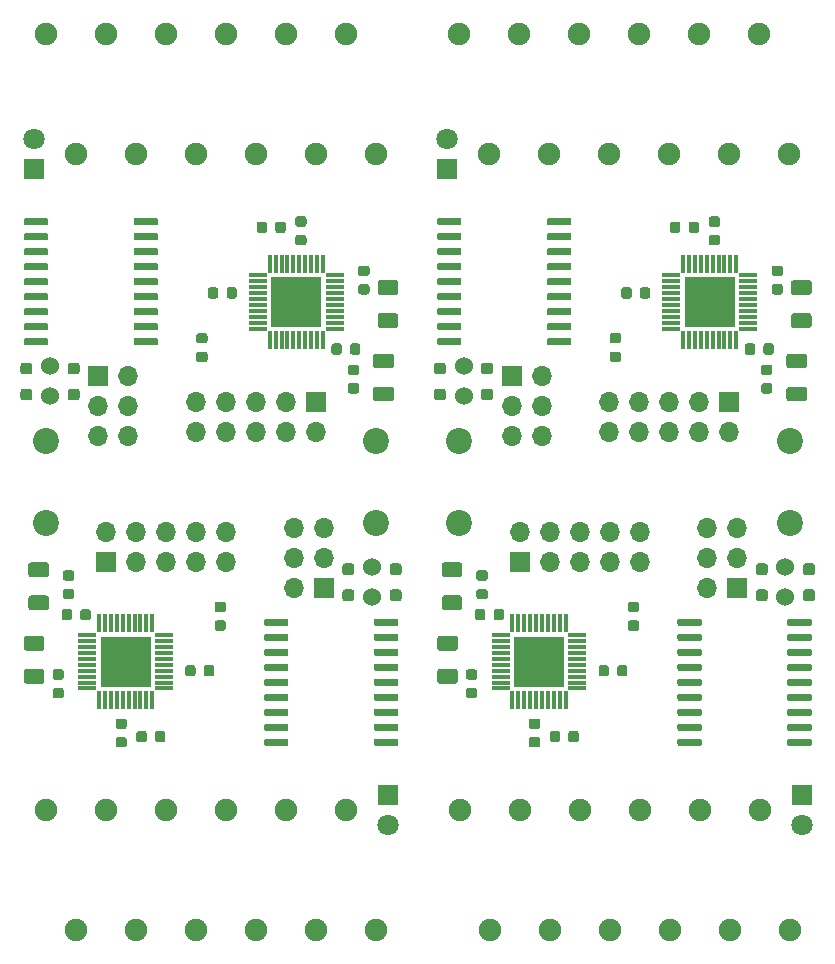
<source format=gts>
G04 #@! TF.GenerationSoftware,KiCad,Pcbnew,(5.1.5)-3*
G04 #@! TF.CreationDate,2020-06-27T14:29:51+02:00*
G04 #@! TF.ProjectId,REM-MM_4,52454d2d-4d4d-45f3-942e-6b696361645f,V1.0*
G04 #@! TF.SameCoordinates,Original*
G04 #@! TF.FileFunction,Soldermask,Top*
G04 #@! TF.FilePolarity,Negative*
%FSLAX46Y46*%
G04 Gerber Fmt 4.6, Leading zero omitted, Abs format (unit mm)*
G04 Created by KiCad (PCBNEW (5.1.5)-3) date 2020-06-27 14:29:51*
%MOMM*%
%LPD*%
G04 APERTURE LIST*
%ADD10C,1.524000*%
%ADD11C,0.100000*%
%ADD12C,2.200000*%
%ADD13C,1.800000*%
%ADD14R,1.800000X1.800000*%
%ADD15C,1.905000*%
%ADD16O,1.700000X1.700000*%
%ADD17R,1.700000X1.700000*%
%ADD18R,1.500000X0.300000*%
%ADD19R,0.300000X1.500000*%
%ADD20R,4.300000X4.300000*%
G04 APERTURE END LIST*
D10*
X164889000Y-74221000D03*
X164889000Y-76761000D03*
D11*
G36*
X167143504Y-73902204D02*
G01*
X167167773Y-73905804D01*
X167191571Y-73911765D01*
X167214671Y-73920030D01*
X167236849Y-73930520D01*
X167257893Y-73943133D01*
X167277598Y-73957747D01*
X167295777Y-73974223D01*
X167312253Y-73992402D01*
X167326867Y-74012107D01*
X167339480Y-74033151D01*
X167349970Y-74055329D01*
X167358235Y-74078429D01*
X167364196Y-74102227D01*
X167367796Y-74126496D01*
X167369000Y-74151000D01*
X167369000Y-74651000D01*
X167367796Y-74675504D01*
X167364196Y-74699773D01*
X167358235Y-74723571D01*
X167349970Y-74746671D01*
X167339480Y-74768849D01*
X167326867Y-74789893D01*
X167312253Y-74809598D01*
X167295777Y-74827777D01*
X167277598Y-74844253D01*
X167257893Y-74858867D01*
X167236849Y-74871480D01*
X167214671Y-74881970D01*
X167191571Y-74890235D01*
X167167773Y-74896196D01*
X167143504Y-74899796D01*
X167119000Y-74901000D01*
X166619000Y-74901000D01*
X166594496Y-74899796D01*
X166570227Y-74896196D01*
X166546429Y-74890235D01*
X166523329Y-74881970D01*
X166501151Y-74871480D01*
X166480107Y-74858867D01*
X166460402Y-74844253D01*
X166442223Y-74827777D01*
X166425747Y-74809598D01*
X166411133Y-74789893D01*
X166398520Y-74768849D01*
X166388030Y-74746671D01*
X166379765Y-74723571D01*
X166373804Y-74699773D01*
X166370204Y-74675504D01*
X166369000Y-74651000D01*
X166369000Y-74151000D01*
X166370204Y-74126496D01*
X166373804Y-74102227D01*
X166379765Y-74078429D01*
X166388030Y-74055329D01*
X166398520Y-74033151D01*
X166411133Y-74012107D01*
X166425747Y-73992402D01*
X166442223Y-73974223D01*
X166460402Y-73957747D01*
X166480107Y-73943133D01*
X166501151Y-73930520D01*
X166523329Y-73920030D01*
X166546429Y-73911765D01*
X166570227Y-73905804D01*
X166594496Y-73902204D01*
X166619000Y-73901000D01*
X167119000Y-73901000D01*
X167143504Y-73902204D01*
G37*
G36*
X167143504Y-76102204D02*
G01*
X167167773Y-76105804D01*
X167191571Y-76111765D01*
X167214671Y-76120030D01*
X167236849Y-76130520D01*
X167257893Y-76143133D01*
X167277598Y-76157747D01*
X167295777Y-76174223D01*
X167312253Y-76192402D01*
X167326867Y-76212107D01*
X167339480Y-76233151D01*
X167349970Y-76255329D01*
X167358235Y-76278429D01*
X167364196Y-76302227D01*
X167367796Y-76326496D01*
X167369000Y-76351000D01*
X167369000Y-76851000D01*
X167367796Y-76875504D01*
X167364196Y-76899773D01*
X167358235Y-76923571D01*
X167349970Y-76946671D01*
X167339480Y-76968849D01*
X167326867Y-76989893D01*
X167312253Y-77009598D01*
X167295777Y-77027777D01*
X167277598Y-77044253D01*
X167257893Y-77058867D01*
X167236849Y-77071480D01*
X167214671Y-77081970D01*
X167191571Y-77090235D01*
X167167773Y-77096196D01*
X167143504Y-77099796D01*
X167119000Y-77101000D01*
X166619000Y-77101000D01*
X166594496Y-77099796D01*
X166570227Y-77096196D01*
X166546429Y-77090235D01*
X166523329Y-77081970D01*
X166501151Y-77071480D01*
X166480107Y-77058867D01*
X166460402Y-77044253D01*
X166442223Y-77027777D01*
X166425747Y-77009598D01*
X166411133Y-76989893D01*
X166398520Y-76968849D01*
X166388030Y-76946671D01*
X166379765Y-76923571D01*
X166373804Y-76899773D01*
X166370204Y-76875504D01*
X166369000Y-76851000D01*
X166369000Y-76351000D01*
X166370204Y-76326496D01*
X166373804Y-76302227D01*
X166379765Y-76278429D01*
X166388030Y-76255329D01*
X166398520Y-76233151D01*
X166411133Y-76212107D01*
X166425747Y-76192402D01*
X166442223Y-76174223D01*
X166460402Y-76157747D01*
X166480107Y-76143133D01*
X166501151Y-76130520D01*
X166523329Y-76120030D01*
X166546429Y-76111765D01*
X166570227Y-76105804D01*
X166594496Y-76102204D01*
X166619000Y-76101000D01*
X167119000Y-76101000D01*
X167143504Y-76102204D01*
G37*
G36*
X163143504Y-76102204D02*
G01*
X163167773Y-76105804D01*
X163191571Y-76111765D01*
X163214671Y-76120030D01*
X163236849Y-76130520D01*
X163257893Y-76143133D01*
X163277598Y-76157747D01*
X163295777Y-76174223D01*
X163312253Y-76192402D01*
X163326867Y-76212107D01*
X163339480Y-76233151D01*
X163349970Y-76255329D01*
X163358235Y-76278429D01*
X163364196Y-76302227D01*
X163367796Y-76326496D01*
X163369000Y-76351000D01*
X163369000Y-76851000D01*
X163367796Y-76875504D01*
X163364196Y-76899773D01*
X163358235Y-76923571D01*
X163349970Y-76946671D01*
X163339480Y-76968849D01*
X163326867Y-76989893D01*
X163312253Y-77009598D01*
X163295777Y-77027777D01*
X163277598Y-77044253D01*
X163257893Y-77058867D01*
X163236849Y-77071480D01*
X163214671Y-77081970D01*
X163191571Y-77090235D01*
X163167773Y-77096196D01*
X163143504Y-77099796D01*
X163119000Y-77101000D01*
X162619000Y-77101000D01*
X162594496Y-77099796D01*
X162570227Y-77096196D01*
X162546429Y-77090235D01*
X162523329Y-77081970D01*
X162501151Y-77071480D01*
X162480107Y-77058867D01*
X162460402Y-77044253D01*
X162442223Y-77027777D01*
X162425747Y-77009598D01*
X162411133Y-76989893D01*
X162398520Y-76968849D01*
X162388030Y-76946671D01*
X162379765Y-76923571D01*
X162373804Y-76899773D01*
X162370204Y-76875504D01*
X162369000Y-76851000D01*
X162369000Y-76351000D01*
X162370204Y-76326496D01*
X162373804Y-76302227D01*
X162379765Y-76278429D01*
X162388030Y-76255329D01*
X162398520Y-76233151D01*
X162411133Y-76212107D01*
X162425747Y-76192402D01*
X162442223Y-76174223D01*
X162460402Y-76157747D01*
X162480107Y-76143133D01*
X162501151Y-76130520D01*
X162523329Y-76120030D01*
X162546429Y-76111765D01*
X162570227Y-76105804D01*
X162594496Y-76102204D01*
X162619000Y-76101000D01*
X163119000Y-76101000D01*
X163143504Y-76102204D01*
G37*
G36*
X163143504Y-73902204D02*
G01*
X163167773Y-73905804D01*
X163191571Y-73911765D01*
X163214671Y-73920030D01*
X163236849Y-73930520D01*
X163257893Y-73943133D01*
X163277598Y-73957747D01*
X163295777Y-73974223D01*
X163312253Y-73992402D01*
X163326867Y-74012107D01*
X163339480Y-74033151D01*
X163349970Y-74055329D01*
X163358235Y-74078429D01*
X163364196Y-74102227D01*
X163367796Y-74126496D01*
X163369000Y-74151000D01*
X163369000Y-74651000D01*
X163367796Y-74675504D01*
X163364196Y-74699773D01*
X163358235Y-74723571D01*
X163349970Y-74746671D01*
X163339480Y-74768849D01*
X163326867Y-74789893D01*
X163312253Y-74809598D01*
X163295777Y-74827777D01*
X163277598Y-74844253D01*
X163257893Y-74858867D01*
X163236849Y-74871480D01*
X163214671Y-74881970D01*
X163191571Y-74890235D01*
X163167773Y-74896196D01*
X163143504Y-74899796D01*
X163119000Y-74901000D01*
X162619000Y-74901000D01*
X162594496Y-74899796D01*
X162570227Y-74896196D01*
X162546429Y-74890235D01*
X162523329Y-74881970D01*
X162501151Y-74871480D01*
X162480107Y-74858867D01*
X162460402Y-74844253D01*
X162442223Y-74827777D01*
X162425747Y-74809598D01*
X162411133Y-74789893D01*
X162398520Y-74768849D01*
X162388030Y-74746671D01*
X162379765Y-74723571D01*
X162373804Y-74699773D01*
X162370204Y-74675504D01*
X162369000Y-74651000D01*
X162369000Y-74151000D01*
X162370204Y-74126496D01*
X162373804Y-74102227D01*
X162379765Y-74078429D01*
X162388030Y-74055329D01*
X162398520Y-74033151D01*
X162411133Y-74012107D01*
X162425747Y-73992402D01*
X162442223Y-73974223D01*
X162460402Y-73957747D01*
X162480107Y-73943133D01*
X162501151Y-73930520D01*
X162523329Y-73920030D01*
X162546429Y-73911765D01*
X162570227Y-73905804D01*
X162594496Y-73902204D01*
X162619000Y-73901000D01*
X163119000Y-73901000D01*
X163143504Y-73902204D01*
G37*
D12*
X164500000Y-80500000D03*
X192500000Y-80500000D03*
D13*
X163500000Y-54960000D03*
D14*
X163500000Y-57500000D03*
D11*
G36*
X173869703Y-61655722D02*
G01*
X173884264Y-61657882D01*
X173898543Y-61661459D01*
X173912403Y-61666418D01*
X173925710Y-61672712D01*
X173938336Y-61680280D01*
X173950159Y-61689048D01*
X173961066Y-61698934D01*
X173970952Y-61709841D01*
X173979720Y-61721664D01*
X173987288Y-61734290D01*
X173993582Y-61747597D01*
X173998541Y-61761457D01*
X174002118Y-61775736D01*
X174004278Y-61790297D01*
X174005000Y-61805000D01*
X174005000Y-62105000D01*
X174004278Y-62119703D01*
X174002118Y-62134264D01*
X173998541Y-62148543D01*
X173993582Y-62162403D01*
X173987288Y-62175710D01*
X173979720Y-62188336D01*
X173970952Y-62200159D01*
X173961066Y-62211066D01*
X173950159Y-62220952D01*
X173938336Y-62229720D01*
X173925710Y-62237288D01*
X173912403Y-62243582D01*
X173898543Y-62248541D01*
X173884264Y-62252118D01*
X173869703Y-62254278D01*
X173855000Y-62255000D01*
X172105000Y-62255000D01*
X172090297Y-62254278D01*
X172075736Y-62252118D01*
X172061457Y-62248541D01*
X172047597Y-62243582D01*
X172034290Y-62237288D01*
X172021664Y-62229720D01*
X172009841Y-62220952D01*
X171998934Y-62211066D01*
X171989048Y-62200159D01*
X171980280Y-62188336D01*
X171972712Y-62175710D01*
X171966418Y-62162403D01*
X171961459Y-62148543D01*
X171957882Y-62134264D01*
X171955722Y-62119703D01*
X171955000Y-62105000D01*
X171955000Y-61805000D01*
X171955722Y-61790297D01*
X171957882Y-61775736D01*
X171961459Y-61761457D01*
X171966418Y-61747597D01*
X171972712Y-61734290D01*
X171980280Y-61721664D01*
X171989048Y-61709841D01*
X171998934Y-61698934D01*
X172009841Y-61689048D01*
X172021664Y-61680280D01*
X172034290Y-61672712D01*
X172047597Y-61666418D01*
X172061457Y-61661459D01*
X172075736Y-61657882D01*
X172090297Y-61655722D01*
X172105000Y-61655000D01*
X173855000Y-61655000D01*
X173869703Y-61655722D01*
G37*
G36*
X173869703Y-62925722D02*
G01*
X173884264Y-62927882D01*
X173898543Y-62931459D01*
X173912403Y-62936418D01*
X173925710Y-62942712D01*
X173938336Y-62950280D01*
X173950159Y-62959048D01*
X173961066Y-62968934D01*
X173970952Y-62979841D01*
X173979720Y-62991664D01*
X173987288Y-63004290D01*
X173993582Y-63017597D01*
X173998541Y-63031457D01*
X174002118Y-63045736D01*
X174004278Y-63060297D01*
X174005000Y-63075000D01*
X174005000Y-63375000D01*
X174004278Y-63389703D01*
X174002118Y-63404264D01*
X173998541Y-63418543D01*
X173993582Y-63432403D01*
X173987288Y-63445710D01*
X173979720Y-63458336D01*
X173970952Y-63470159D01*
X173961066Y-63481066D01*
X173950159Y-63490952D01*
X173938336Y-63499720D01*
X173925710Y-63507288D01*
X173912403Y-63513582D01*
X173898543Y-63518541D01*
X173884264Y-63522118D01*
X173869703Y-63524278D01*
X173855000Y-63525000D01*
X172105000Y-63525000D01*
X172090297Y-63524278D01*
X172075736Y-63522118D01*
X172061457Y-63518541D01*
X172047597Y-63513582D01*
X172034290Y-63507288D01*
X172021664Y-63499720D01*
X172009841Y-63490952D01*
X171998934Y-63481066D01*
X171989048Y-63470159D01*
X171980280Y-63458336D01*
X171972712Y-63445710D01*
X171966418Y-63432403D01*
X171961459Y-63418543D01*
X171957882Y-63404264D01*
X171955722Y-63389703D01*
X171955000Y-63375000D01*
X171955000Y-63075000D01*
X171955722Y-63060297D01*
X171957882Y-63045736D01*
X171961459Y-63031457D01*
X171966418Y-63017597D01*
X171972712Y-63004290D01*
X171980280Y-62991664D01*
X171989048Y-62979841D01*
X171998934Y-62968934D01*
X172009841Y-62959048D01*
X172021664Y-62950280D01*
X172034290Y-62942712D01*
X172047597Y-62936418D01*
X172061457Y-62931459D01*
X172075736Y-62927882D01*
X172090297Y-62925722D01*
X172105000Y-62925000D01*
X173855000Y-62925000D01*
X173869703Y-62925722D01*
G37*
G36*
X173869703Y-64195722D02*
G01*
X173884264Y-64197882D01*
X173898543Y-64201459D01*
X173912403Y-64206418D01*
X173925710Y-64212712D01*
X173938336Y-64220280D01*
X173950159Y-64229048D01*
X173961066Y-64238934D01*
X173970952Y-64249841D01*
X173979720Y-64261664D01*
X173987288Y-64274290D01*
X173993582Y-64287597D01*
X173998541Y-64301457D01*
X174002118Y-64315736D01*
X174004278Y-64330297D01*
X174005000Y-64345000D01*
X174005000Y-64645000D01*
X174004278Y-64659703D01*
X174002118Y-64674264D01*
X173998541Y-64688543D01*
X173993582Y-64702403D01*
X173987288Y-64715710D01*
X173979720Y-64728336D01*
X173970952Y-64740159D01*
X173961066Y-64751066D01*
X173950159Y-64760952D01*
X173938336Y-64769720D01*
X173925710Y-64777288D01*
X173912403Y-64783582D01*
X173898543Y-64788541D01*
X173884264Y-64792118D01*
X173869703Y-64794278D01*
X173855000Y-64795000D01*
X172105000Y-64795000D01*
X172090297Y-64794278D01*
X172075736Y-64792118D01*
X172061457Y-64788541D01*
X172047597Y-64783582D01*
X172034290Y-64777288D01*
X172021664Y-64769720D01*
X172009841Y-64760952D01*
X171998934Y-64751066D01*
X171989048Y-64740159D01*
X171980280Y-64728336D01*
X171972712Y-64715710D01*
X171966418Y-64702403D01*
X171961459Y-64688543D01*
X171957882Y-64674264D01*
X171955722Y-64659703D01*
X171955000Y-64645000D01*
X171955000Y-64345000D01*
X171955722Y-64330297D01*
X171957882Y-64315736D01*
X171961459Y-64301457D01*
X171966418Y-64287597D01*
X171972712Y-64274290D01*
X171980280Y-64261664D01*
X171989048Y-64249841D01*
X171998934Y-64238934D01*
X172009841Y-64229048D01*
X172021664Y-64220280D01*
X172034290Y-64212712D01*
X172047597Y-64206418D01*
X172061457Y-64201459D01*
X172075736Y-64197882D01*
X172090297Y-64195722D01*
X172105000Y-64195000D01*
X173855000Y-64195000D01*
X173869703Y-64195722D01*
G37*
G36*
X173869703Y-65465722D02*
G01*
X173884264Y-65467882D01*
X173898543Y-65471459D01*
X173912403Y-65476418D01*
X173925710Y-65482712D01*
X173938336Y-65490280D01*
X173950159Y-65499048D01*
X173961066Y-65508934D01*
X173970952Y-65519841D01*
X173979720Y-65531664D01*
X173987288Y-65544290D01*
X173993582Y-65557597D01*
X173998541Y-65571457D01*
X174002118Y-65585736D01*
X174004278Y-65600297D01*
X174005000Y-65615000D01*
X174005000Y-65915000D01*
X174004278Y-65929703D01*
X174002118Y-65944264D01*
X173998541Y-65958543D01*
X173993582Y-65972403D01*
X173987288Y-65985710D01*
X173979720Y-65998336D01*
X173970952Y-66010159D01*
X173961066Y-66021066D01*
X173950159Y-66030952D01*
X173938336Y-66039720D01*
X173925710Y-66047288D01*
X173912403Y-66053582D01*
X173898543Y-66058541D01*
X173884264Y-66062118D01*
X173869703Y-66064278D01*
X173855000Y-66065000D01*
X172105000Y-66065000D01*
X172090297Y-66064278D01*
X172075736Y-66062118D01*
X172061457Y-66058541D01*
X172047597Y-66053582D01*
X172034290Y-66047288D01*
X172021664Y-66039720D01*
X172009841Y-66030952D01*
X171998934Y-66021066D01*
X171989048Y-66010159D01*
X171980280Y-65998336D01*
X171972712Y-65985710D01*
X171966418Y-65972403D01*
X171961459Y-65958543D01*
X171957882Y-65944264D01*
X171955722Y-65929703D01*
X171955000Y-65915000D01*
X171955000Y-65615000D01*
X171955722Y-65600297D01*
X171957882Y-65585736D01*
X171961459Y-65571457D01*
X171966418Y-65557597D01*
X171972712Y-65544290D01*
X171980280Y-65531664D01*
X171989048Y-65519841D01*
X171998934Y-65508934D01*
X172009841Y-65499048D01*
X172021664Y-65490280D01*
X172034290Y-65482712D01*
X172047597Y-65476418D01*
X172061457Y-65471459D01*
X172075736Y-65467882D01*
X172090297Y-65465722D01*
X172105000Y-65465000D01*
X173855000Y-65465000D01*
X173869703Y-65465722D01*
G37*
G36*
X173869703Y-66735722D02*
G01*
X173884264Y-66737882D01*
X173898543Y-66741459D01*
X173912403Y-66746418D01*
X173925710Y-66752712D01*
X173938336Y-66760280D01*
X173950159Y-66769048D01*
X173961066Y-66778934D01*
X173970952Y-66789841D01*
X173979720Y-66801664D01*
X173987288Y-66814290D01*
X173993582Y-66827597D01*
X173998541Y-66841457D01*
X174002118Y-66855736D01*
X174004278Y-66870297D01*
X174005000Y-66885000D01*
X174005000Y-67185000D01*
X174004278Y-67199703D01*
X174002118Y-67214264D01*
X173998541Y-67228543D01*
X173993582Y-67242403D01*
X173987288Y-67255710D01*
X173979720Y-67268336D01*
X173970952Y-67280159D01*
X173961066Y-67291066D01*
X173950159Y-67300952D01*
X173938336Y-67309720D01*
X173925710Y-67317288D01*
X173912403Y-67323582D01*
X173898543Y-67328541D01*
X173884264Y-67332118D01*
X173869703Y-67334278D01*
X173855000Y-67335000D01*
X172105000Y-67335000D01*
X172090297Y-67334278D01*
X172075736Y-67332118D01*
X172061457Y-67328541D01*
X172047597Y-67323582D01*
X172034290Y-67317288D01*
X172021664Y-67309720D01*
X172009841Y-67300952D01*
X171998934Y-67291066D01*
X171989048Y-67280159D01*
X171980280Y-67268336D01*
X171972712Y-67255710D01*
X171966418Y-67242403D01*
X171961459Y-67228543D01*
X171957882Y-67214264D01*
X171955722Y-67199703D01*
X171955000Y-67185000D01*
X171955000Y-66885000D01*
X171955722Y-66870297D01*
X171957882Y-66855736D01*
X171961459Y-66841457D01*
X171966418Y-66827597D01*
X171972712Y-66814290D01*
X171980280Y-66801664D01*
X171989048Y-66789841D01*
X171998934Y-66778934D01*
X172009841Y-66769048D01*
X172021664Y-66760280D01*
X172034290Y-66752712D01*
X172047597Y-66746418D01*
X172061457Y-66741459D01*
X172075736Y-66737882D01*
X172090297Y-66735722D01*
X172105000Y-66735000D01*
X173855000Y-66735000D01*
X173869703Y-66735722D01*
G37*
G36*
X173869703Y-68005722D02*
G01*
X173884264Y-68007882D01*
X173898543Y-68011459D01*
X173912403Y-68016418D01*
X173925710Y-68022712D01*
X173938336Y-68030280D01*
X173950159Y-68039048D01*
X173961066Y-68048934D01*
X173970952Y-68059841D01*
X173979720Y-68071664D01*
X173987288Y-68084290D01*
X173993582Y-68097597D01*
X173998541Y-68111457D01*
X174002118Y-68125736D01*
X174004278Y-68140297D01*
X174005000Y-68155000D01*
X174005000Y-68455000D01*
X174004278Y-68469703D01*
X174002118Y-68484264D01*
X173998541Y-68498543D01*
X173993582Y-68512403D01*
X173987288Y-68525710D01*
X173979720Y-68538336D01*
X173970952Y-68550159D01*
X173961066Y-68561066D01*
X173950159Y-68570952D01*
X173938336Y-68579720D01*
X173925710Y-68587288D01*
X173912403Y-68593582D01*
X173898543Y-68598541D01*
X173884264Y-68602118D01*
X173869703Y-68604278D01*
X173855000Y-68605000D01*
X172105000Y-68605000D01*
X172090297Y-68604278D01*
X172075736Y-68602118D01*
X172061457Y-68598541D01*
X172047597Y-68593582D01*
X172034290Y-68587288D01*
X172021664Y-68579720D01*
X172009841Y-68570952D01*
X171998934Y-68561066D01*
X171989048Y-68550159D01*
X171980280Y-68538336D01*
X171972712Y-68525710D01*
X171966418Y-68512403D01*
X171961459Y-68498543D01*
X171957882Y-68484264D01*
X171955722Y-68469703D01*
X171955000Y-68455000D01*
X171955000Y-68155000D01*
X171955722Y-68140297D01*
X171957882Y-68125736D01*
X171961459Y-68111457D01*
X171966418Y-68097597D01*
X171972712Y-68084290D01*
X171980280Y-68071664D01*
X171989048Y-68059841D01*
X171998934Y-68048934D01*
X172009841Y-68039048D01*
X172021664Y-68030280D01*
X172034290Y-68022712D01*
X172047597Y-68016418D01*
X172061457Y-68011459D01*
X172075736Y-68007882D01*
X172090297Y-68005722D01*
X172105000Y-68005000D01*
X173855000Y-68005000D01*
X173869703Y-68005722D01*
G37*
G36*
X173869703Y-69275722D02*
G01*
X173884264Y-69277882D01*
X173898543Y-69281459D01*
X173912403Y-69286418D01*
X173925710Y-69292712D01*
X173938336Y-69300280D01*
X173950159Y-69309048D01*
X173961066Y-69318934D01*
X173970952Y-69329841D01*
X173979720Y-69341664D01*
X173987288Y-69354290D01*
X173993582Y-69367597D01*
X173998541Y-69381457D01*
X174002118Y-69395736D01*
X174004278Y-69410297D01*
X174005000Y-69425000D01*
X174005000Y-69725000D01*
X174004278Y-69739703D01*
X174002118Y-69754264D01*
X173998541Y-69768543D01*
X173993582Y-69782403D01*
X173987288Y-69795710D01*
X173979720Y-69808336D01*
X173970952Y-69820159D01*
X173961066Y-69831066D01*
X173950159Y-69840952D01*
X173938336Y-69849720D01*
X173925710Y-69857288D01*
X173912403Y-69863582D01*
X173898543Y-69868541D01*
X173884264Y-69872118D01*
X173869703Y-69874278D01*
X173855000Y-69875000D01*
X172105000Y-69875000D01*
X172090297Y-69874278D01*
X172075736Y-69872118D01*
X172061457Y-69868541D01*
X172047597Y-69863582D01*
X172034290Y-69857288D01*
X172021664Y-69849720D01*
X172009841Y-69840952D01*
X171998934Y-69831066D01*
X171989048Y-69820159D01*
X171980280Y-69808336D01*
X171972712Y-69795710D01*
X171966418Y-69782403D01*
X171961459Y-69768543D01*
X171957882Y-69754264D01*
X171955722Y-69739703D01*
X171955000Y-69725000D01*
X171955000Y-69425000D01*
X171955722Y-69410297D01*
X171957882Y-69395736D01*
X171961459Y-69381457D01*
X171966418Y-69367597D01*
X171972712Y-69354290D01*
X171980280Y-69341664D01*
X171989048Y-69329841D01*
X171998934Y-69318934D01*
X172009841Y-69309048D01*
X172021664Y-69300280D01*
X172034290Y-69292712D01*
X172047597Y-69286418D01*
X172061457Y-69281459D01*
X172075736Y-69277882D01*
X172090297Y-69275722D01*
X172105000Y-69275000D01*
X173855000Y-69275000D01*
X173869703Y-69275722D01*
G37*
G36*
X173869703Y-70545722D02*
G01*
X173884264Y-70547882D01*
X173898543Y-70551459D01*
X173912403Y-70556418D01*
X173925710Y-70562712D01*
X173938336Y-70570280D01*
X173950159Y-70579048D01*
X173961066Y-70588934D01*
X173970952Y-70599841D01*
X173979720Y-70611664D01*
X173987288Y-70624290D01*
X173993582Y-70637597D01*
X173998541Y-70651457D01*
X174002118Y-70665736D01*
X174004278Y-70680297D01*
X174005000Y-70695000D01*
X174005000Y-70995000D01*
X174004278Y-71009703D01*
X174002118Y-71024264D01*
X173998541Y-71038543D01*
X173993582Y-71052403D01*
X173987288Y-71065710D01*
X173979720Y-71078336D01*
X173970952Y-71090159D01*
X173961066Y-71101066D01*
X173950159Y-71110952D01*
X173938336Y-71119720D01*
X173925710Y-71127288D01*
X173912403Y-71133582D01*
X173898543Y-71138541D01*
X173884264Y-71142118D01*
X173869703Y-71144278D01*
X173855000Y-71145000D01*
X172105000Y-71145000D01*
X172090297Y-71144278D01*
X172075736Y-71142118D01*
X172061457Y-71138541D01*
X172047597Y-71133582D01*
X172034290Y-71127288D01*
X172021664Y-71119720D01*
X172009841Y-71110952D01*
X171998934Y-71101066D01*
X171989048Y-71090159D01*
X171980280Y-71078336D01*
X171972712Y-71065710D01*
X171966418Y-71052403D01*
X171961459Y-71038543D01*
X171957882Y-71024264D01*
X171955722Y-71009703D01*
X171955000Y-70995000D01*
X171955000Y-70695000D01*
X171955722Y-70680297D01*
X171957882Y-70665736D01*
X171961459Y-70651457D01*
X171966418Y-70637597D01*
X171972712Y-70624290D01*
X171980280Y-70611664D01*
X171989048Y-70599841D01*
X171998934Y-70588934D01*
X172009841Y-70579048D01*
X172021664Y-70570280D01*
X172034290Y-70562712D01*
X172047597Y-70556418D01*
X172061457Y-70551459D01*
X172075736Y-70547882D01*
X172090297Y-70545722D01*
X172105000Y-70545000D01*
X173855000Y-70545000D01*
X173869703Y-70545722D01*
G37*
G36*
X173869703Y-71815722D02*
G01*
X173884264Y-71817882D01*
X173898543Y-71821459D01*
X173912403Y-71826418D01*
X173925710Y-71832712D01*
X173938336Y-71840280D01*
X173950159Y-71849048D01*
X173961066Y-71858934D01*
X173970952Y-71869841D01*
X173979720Y-71881664D01*
X173987288Y-71894290D01*
X173993582Y-71907597D01*
X173998541Y-71921457D01*
X174002118Y-71935736D01*
X174004278Y-71950297D01*
X174005000Y-71965000D01*
X174005000Y-72265000D01*
X174004278Y-72279703D01*
X174002118Y-72294264D01*
X173998541Y-72308543D01*
X173993582Y-72322403D01*
X173987288Y-72335710D01*
X173979720Y-72348336D01*
X173970952Y-72360159D01*
X173961066Y-72371066D01*
X173950159Y-72380952D01*
X173938336Y-72389720D01*
X173925710Y-72397288D01*
X173912403Y-72403582D01*
X173898543Y-72408541D01*
X173884264Y-72412118D01*
X173869703Y-72414278D01*
X173855000Y-72415000D01*
X172105000Y-72415000D01*
X172090297Y-72414278D01*
X172075736Y-72412118D01*
X172061457Y-72408541D01*
X172047597Y-72403582D01*
X172034290Y-72397288D01*
X172021664Y-72389720D01*
X172009841Y-72380952D01*
X171998934Y-72371066D01*
X171989048Y-72360159D01*
X171980280Y-72348336D01*
X171972712Y-72335710D01*
X171966418Y-72322403D01*
X171961459Y-72308543D01*
X171957882Y-72294264D01*
X171955722Y-72279703D01*
X171955000Y-72265000D01*
X171955000Y-71965000D01*
X171955722Y-71950297D01*
X171957882Y-71935736D01*
X171961459Y-71921457D01*
X171966418Y-71907597D01*
X171972712Y-71894290D01*
X171980280Y-71881664D01*
X171989048Y-71869841D01*
X171998934Y-71858934D01*
X172009841Y-71849048D01*
X172021664Y-71840280D01*
X172034290Y-71832712D01*
X172047597Y-71826418D01*
X172061457Y-71821459D01*
X172075736Y-71817882D01*
X172090297Y-71815722D01*
X172105000Y-71815000D01*
X173855000Y-71815000D01*
X173869703Y-71815722D01*
G37*
G36*
X164569703Y-71815722D02*
G01*
X164584264Y-71817882D01*
X164598543Y-71821459D01*
X164612403Y-71826418D01*
X164625710Y-71832712D01*
X164638336Y-71840280D01*
X164650159Y-71849048D01*
X164661066Y-71858934D01*
X164670952Y-71869841D01*
X164679720Y-71881664D01*
X164687288Y-71894290D01*
X164693582Y-71907597D01*
X164698541Y-71921457D01*
X164702118Y-71935736D01*
X164704278Y-71950297D01*
X164705000Y-71965000D01*
X164705000Y-72265000D01*
X164704278Y-72279703D01*
X164702118Y-72294264D01*
X164698541Y-72308543D01*
X164693582Y-72322403D01*
X164687288Y-72335710D01*
X164679720Y-72348336D01*
X164670952Y-72360159D01*
X164661066Y-72371066D01*
X164650159Y-72380952D01*
X164638336Y-72389720D01*
X164625710Y-72397288D01*
X164612403Y-72403582D01*
X164598543Y-72408541D01*
X164584264Y-72412118D01*
X164569703Y-72414278D01*
X164555000Y-72415000D01*
X162805000Y-72415000D01*
X162790297Y-72414278D01*
X162775736Y-72412118D01*
X162761457Y-72408541D01*
X162747597Y-72403582D01*
X162734290Y-72397288D01*
X162721664Y-72389720D01*
X162709841Y-72380952D01*
X162698934Y-72371066D01*
X162689048Y-72360159D01*
X162680280Y-72348336D01*
X162672712Y-72335710D01*
X162666418Y-72322403D01*
X162661459Y-72308543D01*
X162657882Y-72294264D01*
X162655722Y-72279703D01*
X162655000Y-72265000D01*
X162655000Y-71965000D01*
X162655722Y-71950297D01*
X162657882Y-71935736D01*
X162661459Y-71921457D01*
X162666418Y-71907597D01*
X162672712Y-71894290D01*
X162680280Y-71881664D01*
X162689048Y-71869841D01*
X162698934Y-71858934D01*
X162709841Y-71849048D01*
X162721664Y-71840280D01*
X162734290Y-71832712D01*
X162747597Y-71826418D01*
X162761457Y-71821459D01*
X162775736Y-71817882D01*
X162790297Y-71815722D01*
X162805000Y-71815000D01*
X164555000Y-71815000D01*
X164569703Y-71815722D01*
G37*
G36*
X164569703Y-70545722D02*
G01*
X164584264Y-70547882D01*
X164598543Y-70551459D01*
X164612403Y-70556418D01*
X164625710Y-70562712D01*
X164638336Y-70570280D01*
X164650159Y-70579048D01*
X164661066Y-70588934D01*
X164670952Y-70599841D01*
X164679720Y-70611664D01*
X164687288Y-70624290D01*
X164693582Y-70637597D01*
X164698541Y-70651457D01*
X164702118Y-70665736D01*
X164704278Y-70680297D01*
X164705000Y-70695000D01*
X164705000Y-70995000D01*
X164704278Y-71009703D01*
X164702118Y-71024264D01*
X164698541Y-71038543D01*
X164693582Y-71052403D01*
X164687288Y-71065710D01*
X164679720Y-71078336D01*
X164670952Y-71090159D01*
X164661066Y-71101066D01*
X164650159Y-71110952D01*
X164638336Y-71119720D01*
X164625710Y-71127288D01*
X164612403Y-71133582D01*
X164598543Y-71138541D01*
X164584264Y-71142118D01*
X164569703Y-71144278D01*
X164555000Y-71145000D01*
X162805000Y-71145000D01*
X162790297Y-71144278D01*
X162775736Y-71142118D01*
X162761457Y-71138541D01*
X162747597Y-71133582D01*
X162734290Y-71127288D01*
X162721664Y-71119720D01*
X162709841Y-71110952D01*
X162698934Y-71101066D01*
X162689048Y-71090159D01*
X162680280Y-71078336D01*
X162672712Y-71065710D01*
X162666418Y-71052403D01*
X162661459Y-71038543D01*
X162657882Y-71024264D01*
X162655722Y-71009703D01*
X162655000Y-70995000D01*
X162655000Y-70695000D01*
X162655722Y-70680297D01*
X162657882Y-70665736D01*
X162661459Y-70651457D01*
X162666418Y-70637597D01*
X162672712Y-70624290D01*
X162680280Y-70611664D01*
X162689048Y-70599841D01*
X162698934Y-70588934D01*
X162709841Y-70579048D01*
X162721664Y-70570280D01*
X162734290Y-70562712D01*
X162747597Y-70556418D01*
X162761457Y-70551459D01*
X162775736Y-70547882D01*
X162790297Y-70545722D01*
X162805000Y-70545000D01*
X164555000Y-70545000D01*
X164569703Y-70545722D01*
G37*
G36*
X164569703Y-69275722D02*
G01*
X164584264Y-69277882D01*
X164598543Y-69281459D01*
X164612403Y-69286418D01*
X164625710Y-69292712D01*
X164638336Y-69300280D01*
X164650159Y-69309048D01*
X164661066Y-69318934D01*
X164670952Y-69329841D01*
X164679720Y-69341664D01*
X164687288Y-69354290D01*
X164693582Y-69367597D01*
X164698541Y-69381457D01*
X164702118Y-69395736D01*
X164704278Y-69410297D01*
X164705000Y-69425000D01*
X164705000Y-69725000D01*
X164704278Y-69739703D01*
X164702118Y-69754264D01*
X164698541Y-69768543D01*
X164693582Y-69782403D01*
X164687288Y-69795710D01*
X164679720Y-69808336D01*
X164670952Y-69820159D01*
X164661066Y-69831066D01*
X164650159Y-69840952D01*
X164638336Y-69849720D01*
X164625710Y-69857288D01*
X164612403Y-69863582D01*
X164598543Y-69868541D01*
X164584264Y-69872118D01*
X164569703Y-69874278D01*
X164555000Y-69875000D01*
X162805000Y-69875000D01*
X162790297Y-69874278D01*
X162775736Y-69872118D01*
X162761457Y-69868541D01*
X162747597Y-69863582D01*
X162734290Y-69857288D01*
X162721664Y-69849720D01*
X162709841Y-69840952D01*
X162698934Y-69831066D01*
X162689048Y-69820159D01*
X162680280Y-69808336D01*
X162672712Y-69795710D01*
X162666418Y-69782403D01*
X162661459Y-69768543D01*
X162657882Y-69754264D01*
X162655722Y-69739703D01*
X162655000Y-69725000D01*
X162655000Y-69425000D01*
X162655722Y-69410297D01*
X162657882Y-69395736D01*
X162661459Y-69381457D01*
X162666418Y-69367597D01*
X162672712Y-69354290D01*
X162680280Y-69341664D01*
X162689048Y-69329841D01*
X162698934Y-69318934D01*
X162709841Y-69309048D01*
X162721664Y-69300280D01*
X162734290Y-69292712D01*
X162747597Y-69286418D01*
X162761457Y-69281459D01*
X162775736Y-69277882D01*
X162790297Y-69275722D01*
X162805000Y-69275000D01*
X164555000Y-69275000D01*
X164569703Y-69275722D01*
G37*
G36*
X164569703Y-68005722D02*
G01*
X164584264Y-68007882D01*
X164598543Y-68011459D01*
X164612403Y-68016418D01*
X164625710Y-68022712D01*
X164638336Y-68030280D01*
X164650159Y-68039048D01*
X164661066Y-68048934D01*
X164670952Y-68059841D01*
X164679720Y-68071664D01*
X164687288Y-68084290D01*
X164693582Y-68097597D01*
X164698541Y-68111457D01*
X164702118Y-68125736D01*
X164704278Y-68140297D01*
X164705000Y-68155000D01*
X164705000Y-68455000D01*
X164704278Y-68469703D01*
X164702118Y-68484264D01*
X164698541Y-68498543D01*
X164693582Y-68512403D01*
X164687288Y-68525710D01*
X164679720Y-68538336D01*
X164670952Y-68550159D01*
X164661066Y-68561066D01*
X164650159Y-68570952D01*
X164638336Y-68579720D01*
X164625710Y-68587288D01*
X164612403Y-68593582D01*
X164598543Y-68598541D01*
X164584264Y-68602118D01*
X164569703Y-68604278D01*
X164555000Y-68605000D01*
X162805000Y-68605000D01*
X162790297Y-68604278D01*
X162775736Y-68602118D01*
X162761457Y-68598541D01*
X162747597Y-68593582D01*
X162734290Y-68587288D01*
X162721664Y-68579720D01*
X162709841Y-68570952D01*
X162698934Y-68561066D01*
X162689048Y-68550159D01*
X162680280Y-68538336D01*
X162672712Y-68525710D01*
X162666418Y-68512403D01*
X162661459Y-68498543D01*
X162657882Y-68484264D01*
X162655722Y-68469703D01*
X162655000Y-68455000D01*
X162655000Y-68155000D01*
X162655722Y-68140297D01*
X162657882Y-68125736D01*
X162661459Y-68111457D01*
X162666418Y-68097597D01*
X162672712Y-68084290D01*
X162680280Y-68071664D01*
X162689048Y-68059841D01*
X162698934Y-68048934D01*
X162709841Y-68039048D01*
X162721664Y-68030280D01*
X162734290Y-68022712D01*
X162747597Y-68016418D01*
X162761457Y-68011459D01*
X162775736Y-68007882D01*
X162790297Y-68005722D01*
X162805000Y-68005000D01*
X164555000Y-68005000D01*
X164569703Y-68005722D01*
G37*
G36*
X164569703Y-66735722D02*
G01*
X164584264Y-66737882D01*
X164598543Y-66741459D01*
X164612403Y-66746418D01*
X164625710Y-66752712D01*
X164638336Y-66760280D01*
X164650159Y-66769048D01*
X164661066Y-66778934D01*
X164670952Y-66789841D01*
X164679720Y-66801664D01*
X164687288Y-66814290D01*
X164693582Y-66827597D01*
X164698541Y-66841457D01*
X164702118Y-66855736D01*
X164704278Y-66870297D01*
X164705000Y-66885000D01*
X164705000Y-67185000D01*
X164704278Y-67199703D01*
X164702118Y-67214264D01*
X164698541Y-67228543D01*
X164693582Y-67242403D01*
X164687288Y-67255710D01*
X164679720Y-67268336D01*
X164670952Y-67280159D01*
X164661066Y-67291066D01*
X164650159Y-67300952D01*
X164638336Y-67309720D01*
X164625710Y-67317288D01*
X164612403Y-67323582D01*
X164598543Y-67328541D01*
X164584264Y-67332118D01*
X164569703Y-67334278D01*
X164555000Y-67335000D01*
X162805000Y-67335000D01*
X162790297Y-67334278D01*
X162775736Y-67332118D01*
X162761457Y-67328541D01*
X162747597Y-67323582D01*
X162734290Y-67317288D01*
X162721664Y-67309720D01*
X162709841Y-67300952D01*
X162698934Y-67291066D01*
X162689048Y-67280159D01*
X162680280Y-67268336D01*
X162672712Y-67255710D01*
X162666418Y-67242403D01*
X162661459Y-67228543D01*
X162657882Y-67214264D01*
X162655722Y-67199703D01*
X162655000Y-67185000D01*
X162655000Y-66885000D01*
X162655722Y-66870297D01*
X162657882Y-66855736D01*
X162661459Y-66841457D01*
X162666418Y-66827597D01*
X162672712Y-66814290D01*
X162680280Y-66801664D01*
X162689048Y-66789841D01*
X162698934Y-66778934D01*
X162709841Y-66769048D01*
X162721664Y-66760280D01*
X162734290Y-66752712D01*
X162747597Y-66746418D01*
X162761457Y-66741459D01*
X162775736Y-66737882D01*
X162790297Y-66735722D01*
X162805000Y-66735000D01*
X164555000Y-66735000D01*
X164569703Y-66735722D01*
G37*
G36*
X164569703Y-65465722D02*
G01*
X164584264Y-65467882D01*
X164598543Y-65471459D01*
X164612403Y-65476418D01*
X164625710Y-65482712D01*
X164638336Y-65490280D01*
X164650159Y-65499048D01*
X164661066Y-65508934D01*
X164670952Y-65519841D01*
X164679720Y-65531664D01*
X164687288Y-65544290D01*
X164693582Y-65557597D01*
X164698541Y-65571457D01*
X164702118Y-65585736D01*
X164704278Y-65600297D01*
X164705000Y-65615000D01*
X164705000Y-65915000D01*
X164704278Y-65929703D01*
X164702118Y-65944264D01*
X164698541Y-65958543D01*
X164693582Y-65972403D01*
X164687288Y-65985710D01*
X164679720Y-65998336D01*
X164670952Y-66010159D01*
X164661066Y-66021066D01*
X164650159Y-66030952D01*
X164638336Y-66039720D01*
X164625710Y-66047288D01*
X164612403Y-66053582D01*
X164598543Y-66058541D01*
X164584264Y-66062118D01*
X164569703Y-66064278D01*
X164555000Y-66065000D01*
X162805000Y-66065000D01*
X162790297Y-66064278D01*
X162775736Y-66062118D01*
X162761457Y-66058541D01*
X162747597Y-66053582D01*
X162734290Y-66047288D01*
X162721664Y-66039720D01*
X162709841Y-66030952D01*
X162698934Y-66021066D01*
X162689048Y-66010159D01*
X162680280Y-65998336D01*
X162672712Y-65985710D01*
X162666418Y-65972403D01*
X162661459Y-65958543D01*
X162657882Y-65944264D01*
X162655722Y-65929703D01*
X162655000Y-65915000D01*
X162655000Y-65615000D01*
X162655722Y-65600297D01*
X162657882Y-65585736D01*
X162661459Y-65571457D01*
X162666418Y-65557597D01*
X162672712Y-65544290D01*
X162680280Y-65531664D01*
X162689048Y-65519841D01*
X162698934Y-65508934D01*
X162709841Y-65499048D01*
X162721664Y-65490280D01*
X162734290Y-65482712D01*
X162747597Y-65476418D01*
X162761457Y-65471459D01*
X162775736Y-65467882D01*
X162790297Y-65465722D01*
X162805000Y-65465000D01*
X164555000Y-65465000D01*
X164569703Y-65465722D01*
G37*
G36*
X164569703Y-64195722D02*
G01*
X164584264Y-64197882D01*
X164598543Y-64201459D01*
X164612403Y-64206418D01*
X164625710Y-64212712D01*
X164638336Y-64220280D01*
X164650159Y-64229048D01*
X164661066Y-64238934D01*
X164670952Y-64249841D01*
X164679720Y-64261664D01*
X164687288Y-64274290D01*
X164693582Y-64287597D01*
X164698541Y-64301457D01*
X164702118Y-64315736D01*
X164704278Y-64330297D01*
X164705000Y-64345000D01*
X164705000Y-64645000D01*
X164704278Y-64659703D01*
X164702118Y-64674264D01*
X164698541Y-64688543D01*
X164693582Y-64702403D01*
X164687288Y-64715710D01*
X164679720Y-64728336D01*
X164670952Y-64740159D01*
X164661066Y-64751066D01*
X164650159Y-64760952D01*
X164638336Y-64769720D01*
X164625710Y-64777288D01*
X164612403Y-64783582D01*
X164598543Y-64788541D01*
X164584264Y-64792118D01*
X164569703Y-64794278D01*
X164555000Y-64795000D01*
X162805000Y-64795000D01*
X162790297Y-64794278D01*
X162775736Y-64792118D01*
X162761457Y-64788541D01*
X162747597Y-64783582D01*
X162734290Y-64777288D01*
X162721664Y-64769720D01*
X162709841Y-64760952D01*
X162698934Y-64751066D01*
X162689048Y-64740159D01*
X162680280Y-64728336D01*
X162672712Y-64715710D01*
X162666418Y-64702403D01*
X162661459Y-64688543D01*
X162657882Y-64674264D01*
X162655722Y-64659703D01*
X162655000Y-64645000D01*
X162655000Y-64345000D01*
X162655722Y-64330297D01*
X162657882Y-64315736D01*
X162661459Y-64301457D01*
X162666418Y-64287597D01*
X162672712Y-64274290D01*
X162680280Y-64261664D01*
X162689048Y-64249841D01*
X162698934Y-64238934D01*
X162709841Y-64229048D01*
X162721664Y-64220280D01*
X162734290Y-64212712D01*
X162747597Y-64206418D01*
X162761457Y-64201459D01*
X162775736Y-64197882D01*
X162790297Y-64195722D01*
X162805000Y-64195000D01*
X164555000Y-64195000D01*
X164569703Y-64195722D01*
G37*
G36*
X164569703Y-62925722D02*
G01*
X164584264Y-62927882D01*
X164598543Y-62931459D01*
X164612403Y-62936418D01*
X164625710Y-62942712D01*
X164638336Y-62950280D01*
X164650159Y-62959048D01*
X164661066Y-62968934D01*
X164670952Y-62979841D01*
X164679720Y-62991664D01*
X164687288Y-63004290D01*
X164693582Y-63017597D01*
X164698541Y-63031457D01*
X164702118Y-63045736D01*
X164704278Y-63060297D01*
X164705000Y-63075000D01*
X164705000Y-63375000D01*
X164704278Y-63389703D01*
X164702118Y-63404264D01*
X164698541Y-63418543D01*
X164693582Y-63432403D01*
X164687288Y-63445710D01*
X164679720Y-63458336D01*
X164670952Y-63470159D01*
X164661066Y-63481066D01*
X164650159Y-63490952D01*
X164638336Y-63499720D01*
X164625710Y-63507288D01*
X164612403Y-63513582D01*
X164598543Y-63518541D01*
X164584264Y-63522118D01*
X164569703Y-63524278D01*
X164555000Y-63525000D01*
X162805000Y-63525000D01*
X162790297Y-63524278D01*
X162775736Y-63522118D01*
X162761457Y-63518541D01*
X162747597Y-63513582D01*
X162734290Y-63507288D01*
X162721664Y-63499720D01*
X162709841Y-63490952D01*
X162698934Y-63481066D01*
X162689048Y-63470159D01*
X162680280Y-63458336D01*
X162672712Y-63445710D01*
X162666418Y-63432403D01*
X162661459Y-63418543D01*
X162657882Y-63404264D01*
X162655722Y-63389703D01*
X162655000Y-63375000D01*
X162655000Y-63075000D01*
X162655722Y-63060297D01*
X162657882Y-63045736D01*
X162661459Y-63031457D01*
X162666418Y-63017597D01*
X162672712Y-63004290D01*
X162680280Y-62991664D01*
X162689048Y-62979841D01*
X162698934Y-62968934D01*
X162709841Y-62959048D01*
X162721664Y-62950280D01*
X162734290Y-62942712D01*
X162747597Y-62936418D01*
X162761457Y-62931459D01*
X162775736Y-62927882D01*
X162790297Y-62925722D01*
X162805000Y-62925000D01*
X164555000Y-62925000D01*
X164569703Y-62925722D01*
G37*
G36*
X164569703Y-61655722D02*
G01*
X164584264Y-61657882D01*
X164598543Y-61661459D01*
X164612403Y-61666418D01*
X164625710Y-61672712D01*
X164638336Y-61680280D01*
X164650159Y-61689048D01*
X164661066Y-61698934D01*
X164670952Y-61709841D01*
X164679720Y-61721664D01*
X164687288Y-61734290D01*
X164693582Y-61747597D01*
X164698541Y-61761457D01*
X164702118Y-61775736D01*
X164704278Y-61790297D01*
X164705000Y-61805000D01*
X164705000Y-62105000D01*
X164704278Y-62119703D01*
X164702118Y-62134264D01*
X164698541Y-62148543D01*
X164693582Y-62162403D01*
X164687288Y-62175710D01*
X164679720Y-62188336D01*
X164670952Y-62200159D01*
X164661066Y-62211066D01*
X164650159Y-62220952D01*
X164638336Y-62229720D01*
X164625710Y-62237288D01*
X164612403Y-62243582D01*
X164598543Y-62248541D01*
X164584264Y-62252118D01*
X164569703Y-62254278D01*
X164555000Y-62255000D01*
X162805000Y-62255000D01*
X162790297Y-62254278D01*
X162775736Y-62252118D01*
X162761457Y-62248541D01*
X162747597Y-62243582D01*
X162734290Y-62237288D01*
X162721664Y-62229720D01*
X162709841Y-62220952D01*
X162698934Y-62211066D01*
X162689048Y-62200159D01*
X162680280Y-62188336D01*
X162672712Y-62175710D01*
X162666418Y-62162403D01*
X162661459Y-62148543D01*
X162657882Y-62134264D01*
X162655722Y-62119703D01*
X162655000Y-62105000D01*
X162655000Y-61805000D01*
X162655722Y-61790297D01*
X162657882Y-61775736D01*
X162661459Y-61761457D01*
X162666418Y-61747597D01*
X162672712Y-61734290D01*
X162680280Y-61721664D01*
X162689048Y-61709841D01*
X162698934Y-61698934D01*
X162709841Y-61689048D01*
X162721664Y-61680280D01*
X162734290Y-61672712D01*
X162747597Y-61666418D01*
X162761457Y-61661459D01*
X162775736Y-61657882D01*
X162790297Y-61655722D01*
X162805000Y-61655000D01*
X164555000Y-61655000D01*
X164569703Y-61655722D01*
G37*
D15*
X192460000Y-56240000D03*
X189920000Y-46080000D03*
X187380000Y-56240000D03*
X184840000Y-46080000D03*
X182300000Y-56240000D03*
X179760000Y-46080000D03*
X177220000Y-56240000D03*
X174680000Y-46080000D03*
X172140000Y-56240000D03*
X169600000Y-46080000D03*
X167060000Y-56240000D03*
X164520000Y-46080000D03*
D16*
X177220000Y-79735000D03*
X177220000Y-77195000D03*
X179760000Y-79735000D03*
X179760000Y-77195000D03*
X182300000Y-79735000D03*
X182300000Y-77195000D03*
X184840000Y-79735000D03*
X184840000Y-77195000D03*
X187380000Y-79735000D03*
D17*
X187380000Y-77195000D03*
D18*
X188975000Y-71015000D03*
X188975000Y-70515000D03*
X188975000Y-70015000D03*
X188975000Y-69515000D03*
X188975000Y-69015000D03*
X188975000Y-68515000D03*
X188975000Y-68015000D03*
X188975000Y-67515000D03*
X188975000Y-67015000D03*
X188975000Y-66515000D03*
D19*
X187975000Y-65515000D03*
X187475000Y-65515000D03*
X186975000Y-65515000D03*
X186475000Y-65515000D03*
X185975000Y-65515000D03*
X185475000Y-65515000D03*
X184975000Y-65515000D03*
X184475000Y-65515000D03*
X183975000Y-65515000D03*
X183475000Y-65515000D03*
D18*
X182475000Y-66515000D03*
X182475000Y-67015000D03*
X182475000Y-67515000D03*
X182475000Y-68015000D03*
X182475000Y-68515000D03*
X182475000Y-69015000D03*
X182475000Y-69515000D03*
X182475000Y-70015000D03*
X182475000Y-70515000D03*
X182475000Y-71015000D03*
D19*
X183475000Y-72015000D03*
X183975000Y-72015000D03*
X184475000Y-72015000D03*
X184975000Y-72015000D03*
X185475000Y-72015000D03*
X185975000Y-72015000D03*
X186475000Y-72015000D03*
X186975000Y-72015000D03*
X187475000Y-72015000D03*
X187975000Y-72015000D03*
D20*
X185725000Y-68765000D03*
D16*
X171505000Y-80116000D03*
X168965000Y-80116000D03*
X171505000Y-77576000D03*
X168965000Y-77576000D03*
X171505000Y-75036000D03*
D17*
X168965000Y-75036000D03*
D11*
G36*
X190832691Y-74066053D02*
G01*
X190853926Y-74069203D01*
X190874750Y-74074419D01*
X190894962Y-74081651D01*
X190914368Y-74090830D01*
X190932781Y-74101866D01*
X190950024Y-74114654D01*
X190965930Y-74129070D01*
X190980346Y-74144976D01*
X190993134Y-74162219D01*
X191004170Y-74180632D01*
X191013349Y-74200038D01*
X191020581Y-74220250D01*
X191025797Y-74241074D01*
X191028947Y-74262309D01*
X191030000Y-74283750D01*
X191030000Y-74721250D01*
X191028947Y-74742691D01*
X191025797Y-74763926D01*
X191020581Y-74784750D01*
X191013349Y-74804962D01*
X191004170Y-74824368D01*
X190993134Y-74842781D01*
X190980346Y-74860024D01*
X190965930Y-74875930D01*
X190950024Y-74890346D01*
X190932781Y-74903134D01*
X190914368Y-74914170D01*
X190894962Y-74923349D01*
X190874750Y-74930581D01*
X190853926Y-74935797D01*
X190832691Y-74938947D01*
X190811250Y-74940000D01*
X190298750Y-74940000D01*
X190277309Y-74938947D01*
X190256074Y-74935797D01*
X190235250Y-74930581D01*
X190215038Y-74923349D01*
X190195632Y-74914170D01*
X190177219Y-74903134D01*
X190159976Y-74890346D01*
X190144070Y-74875930D01*
X190129654Y-74860024D01*
X190116866Y-74842781D01*
X190105830Y-74824368D01*
X190096651Y-74804962D01*
X190089419Y-74784750D01*
X190084203Y-74763926D01*
X190081053Y-74742691D01*
X190080000Y-74721250D01*
X190080000Y-74283750D01*
X190081053Y-74262309D01*
X190084203Y-74241074D01*
X190089419Y-74220250D01*
X190096651Y-74200038D01*
X190105830Y-74180632D01*
X190116866Y-74162219D01*
X190129654Y-74144976D01*
X190144070Y-74129070D01*
X190159976Y-74114654D01*
X190177219Y-74101866D01*
X190195632Y-74090830D01*
X190215038Y-74081651D01*
X190235250Y-74074419D01*
X190256074Y-74069203D01*
X190277309Y-74066053D01*
X190298750Y-74065000D01*
X190811250Y-74065000D01*
X190832691Y-74066053D01*
G37*
G36*
X190832691Y-75641053D02*
G01*
X190853926Y-75644203D01*
X190874750Y-75649419D01*
X190894962Y-75656651D01*
X190914368Y-75665830D01*
X190932781Y-75676866D01*
X190950024Y-75689654D01*
X190965930Y-75704070D01*
X190980346Y-75719976D01*
X190993134Y-75737219D01*
X191004170Y-75755632D01*
X191013349Y-75775038D01*
X191020581Y-75795250D01*
X191025797Y-75816074D01*
X191028947Y-75837309D01*
X191030000Y-75858750D01*
X191030000Y-76296250D01*
X191028947Y-76317691D01*
X191025797Y-76338926D01*
X191020581Y-76359750D01*
X191013349Y-76379962D01*
X191004170Y-76399368D01*
X190993134Y-76417781D01*
X190980346Y-76435024D01*
X190965930Y-76450930D01*
X190950024Y-76465346D01*
X190932781Y-76478134D01*
X190914368Y-76489170D01*
X190894962Y-76498349D01*
X190874750Y-76505581D01*
X190853926Y-76510797D01*
X190832691Y-76513947D01*
X190811250Y-76515000D01*
X190298750Y-76515000D01*
X190277309Y-76513947D01*
X190256074Y-76510797D01*
X190235250Y-76505581D01*
X190215038Y-76498349D01*
X190195632Y-76489170D01*
X190177219Y-76478134D01*
X190159976Y-76465346D01*
X190144070Y-76450930D01*
X190129654Y-76435024D01*
X190116866Y-76417781D01*
X190105830Y-76399368D01*
X190096651Y-76379962D01*
X190089419Y-76359750D01*
X190084203Y-76338926D01*
X190081053Y-76317691D01*
X190080000Y-76296250D01*
X190080000Y-75858750D01*
X190081053Y-75837309D01*
X190084203Y-75816074D01*
X190089419Y-75795250D01*
X190096651Y-75775038D01*
X190105830Y-75755632D01*
X190116866Y-75737219D01*
X190129654Y-75719976D01*
X190144070Y-75704070D01*
X190159976Y-75689654D01*
X190177219Y-75676866D01*
X190195632Y-75665830D01*
X190215038Y-75656651D01*
X190235250Y-75649419D01*
X190256074Y-75644203D01*
X190277309Y-75641053D01*
X190298750Y-75640000D01*
X190811250Y-75640000D01*
X190832691Y-75641053D01*
G37*
G36*
X183048191Y-61963553D02*
G01*
X183069426Y-61966703D01*
X183090250Y-61971919D01*
X183110462Y-61979151D01*
X183129868Y-61988330D01*
X183148281Y-61999366D01*
X183165524Y-62012154D01*
X183181430Y-62026570D01*
X183195846Y-62042476D01*
X183208634Y-62059719D01*
X183219670Y-62078132D01*
X183228849Y-62097538D01*
X183236081Y-62117750D01*
X183241297Y-62138574D01*
X183244447Y-62159809D01*
X183245500Y-62181250D01*
X183245500Y-62693750D01*
X183244447Y-62715191D01*
X183241297Y-62736426D01*
X183236081Y-62757250D01*
X183228849Y-62777462D01*
X183219670Y-62796868D01*
X183208634Y-62815281D01*
X183195846Y-62832524D01*
X183181430Y-62848430D01*
X183165524Y-62862846D01*
X183148281Y-62875634D01*
X183129868Y-62886670D01*
X183110462Y-62895849D01*
X183090250Y-62903081D01*
X183069426Y-62908297D01*
X183048191Y-62911447D01*
X183026750Y-62912500D01*
X182589250Y-62912500D01*
X182567809Y-62911447D01*
X182546574Y-62908297D01*
X182525750Y-62903081D01*
X182505538Y-62895849D01*
X182486132Y-62886670D01*
X182467719Y-62875634D01*
X182450476Y-62862846D01*
X182434570Y-62848430D01*
X182420154Y-62832524D01*
X182407366Y-62815281D01*
X182396330Y-62796868D01*
X182387151Y-62777462D01*
X182379919Y-62757250D01*
X182374703Y-62736426D01*
X182371553Y-62715191D01*
X182370500Y-62693750D01*
X182370500Y-62181250D01*
X182371553Y-62159809D01*
X182374703Y-62138574D01*
X182379919Y-62117750D01*
X182387151Y-62097538D01*
X182396330Y-62078132D01*
X182407366Y-62059719D01*
X182420154Y-62042476D01*
X182434570Y-62026570D01*
X182450476Y-62012154D01*
X182467719Y-61999366D01*
X182486132Y-61988330D01*
X182505538Y-61979151D01*
X182525750Y-61971919D01*
X182546574Y-61966703D01*
X182567809Y-61963553D01*
X182589250Y-61962500D01*
X183026750Y-61962500D01*
X183048191Y-61963553D01*
G37*
G36*
X184623191Y-61963553D02*
G01*
X184644426Y-61966703D01*
X184665250Y-61971919D01*
X184685462Y-61979151D01*
X184704868Y-61988330D01*
X184723281Y-61999366D01*
X184740524Y-62012154D01*
X184756430Y-62026570D01*
X184770846Y-62042476D01*
X184783634Y-62059719D01*
X184794670Y-62078132D01*
X184803849Y-62097538D01*
X184811081Y-62117750D01*
X184816297Y-62138574D01*
X184819447Y-62159809D01*
X184820500Y-62181250D01*
X184820500Y-62693750D01*
X184819447Y-62715191D01*
X184816297Y-62736426D01*
X184811081Y-62757250D01*
X184803849Y-62777462D01*
X184794670Y-62796868D01*
X184783634Y-62815281D01*
X184770846Y-62832524D01*
X184756430Y-62848430D01*
X184740524Y-62862846D01*
X184723281Y-62875634D01*
X184704868Y-62886670D01*
X184685462Y-62895849D01*
X184665250Y-62903081D01*
X184644426Y-62908297D01*
X184623191Y-62911447D01*
X184601750Y-62912500D01*
X184164250Y-62912500D01*
X184142809Y-62911447D01*
X184121574Y-62908297D01*
X184100750Y-62903081D01*
X184080538Y-62895849D01*
X184061132Y-62886670D01*
X184042719Y-62875634D01*
X184025476Y-62862846D01*
X184009570Y-62848430D01*
X183995154Y-62832524D01*
X183982366Y-62815281D01*
X183971330Y-62796868D01*
X183962151Y-62777462D01*
X183954919Y-62757250D01*
X183949703Y-62736426D01*
X183946553Y-62715191D01*
X183945500Y-62693750D01*
X183945500Y-62181250D01*
X183946553Y-62159809D01*
X183949703Y-62138574D01*
X183954919Y-62117750D01*
X183962151Y-62097538D01*
X183971330Y-62078132D01*
X183982366Y-62059719D01*
X183995154Y-62042476D01*
X184009570Y-62026570D01*
X184025476Y-62012154D01*
X184042719Y-61999366D01*
X184061132Y-61988330D01*
X184080538Y-61979151D01*
X184100750Y-61971919D01*
X184121574Y-61966703D01*
X184142809Y-61963553D01*
X184164250Y-61962500D01*
X184601750Y-61962500D01*
X184623191Y-61963553D01*
G37*
G36*
X186387691Y-61518553D02*
G01*
X186408926Y-61521703D01*
X186429750Y-61526919D01*
X186449962Y-61534151D01*
X186469368Y-61543330D01*
X186487781Y-61554366D01*
X186505024Y-61567154D01*
X186520930Y-61581570D01*
X186535346Y-61597476D01*
X186548134Y-61614719D01*
X186559170Y-61633132D01*
X186568349Y-61652538D01*
X186575581Y-61672750D01*
X186580797Y-61693574D01*
X186583947Y-61714809D01*
X186585000Y-61736250D01*
X186585000Y-62173750D01*
X186583947Y-62195191D01*
X186580797Y-62216426D01*
X186575581Y-62237250D01*
X186568349Y-62257462D01*
X186559170Y-62276868D01*
X186548134Y-62295281D01*
X186535346Y-62312524D01*
X186520930Y-62328430D01*
X186505024Y-62342846D01*
X186487781Y-62355634D01*
X186469368Y-62366670D01*
X186449962Y-62375849D01*
X186429750Y-62383081D01*
X186408926Y-62388297D01*
X186387691Y-62391447D01*
X186366250Y-62392500D01*
X185853750Y-62392500D01*
X185832309Y-62391447D01*
X185811074Y-62388297D01*
X185790250Y-62383081D01*
X185770038Y-62375849D01*
X185750632Y-62366670D01*
X185732219Y-62355634D01*
X185714976Y-62342846D01*
X185699070Y-62328430D01*
X185684654Y-62312524D01*
X185671866Y-62295281D01*
X185660830Y-62276868D01*
X185651651Y-62257462D01*
X185644419Y-62237250D01*
X185639203Y-62216426D01*
X185636053Y-62195191D01*
X185635000Y-62173750D01*
X185635000Y-61736250D01*
X185636053Y-61714809D01*
X185639203Y-61693574D01*
X185644419Y-61672750D01*
X185651651Y-61652538D01*
X185660830Y-61633132D01*
X185671866Y-61614719D01*
X185684654Y-61597476D01*
X185699070Y-61581570D01*
X185714976Y-61567154D01*
X185732219Y-61554366D01*
X185750632Y-61543330D01*
X185770038Y-61534151D01*
X185790250Y-61526919D01*
X185811074Y-61521703D01*
X185832309Y-61518553D01*
X185853750Y-61517500D01*
X186366250Y-61517500D01*
X186387691Y-61518553D01*
G37*
G36*
X186387691Y-63093553D02*
G01*
X186408926Y-63096703D01*
X186429750Y-63101919D01*
X186449962Y-63109151D01*
X186469368Y-63118330D01*
X186487781Y-63129366D01*
X186505024Y-63142154D01*
X186520930Y-63156570D01*
X186535346Y-63172476D01*
X186548134Y-63189719D01*
X186559170Y-63208132D01*
X186568349Y-63227538D01*
X186575581Y-63247750D01*
X186580797Y-63268574D01*
X186583947Y-63289809D01*
X186585000Y-63311250D01*
X186585000Y-63748750D01*
X186583947Y-63770191D01*
X186580797Y-63791426D01*
X186575581Y-63812250D01*
X186568349Y-63832462D01*
X186559170Y-63851868D01*
X186548134Y-63870281D01*
X186535346Y-63887524D01*
X186520930Y-63903430D01*
X186505024Y-63917846D01*
X186487781Y-63930634D01*
X186469368Y-63941670D01*
X186449962Y-63950849D01*
X186429750Y-63958081D01*
X186408926Y-63963297D01*
X186387691Y-63966447D01*
X186366250Y-63967500D01*
X185853750Y-63967500D01*
X185832309Y-63966447D01*
X185811074Y-63963297D01*
X185790250Y-63958081D01*
X185770038Y-63950849D01*
X185750632Y-63941670D01*
X185732219Y-63930634D01*
X185714976Y-63917846D01*
X185699070Y-63903430D01*
X185684654Y-63887524D01*
X185671866Y-63870281D01*
X185660830Y-63851868D01*
X185651651Y-63832462D01*
X185644419Y-63812250D01*
X185639203Y-63791426D01*
X185636053Y-63770191D01*
X185635000Y-63748750D01*
X185635000Y-63311250D01*
X185636053Y-63289809D01*
X185639203Y-63268574D01*
X185644419Y-63247750D01*
X185651651Y-63227538D01*
X185660830Y-63208132D01*
X185671866Y-63189719D01*
X185684654Y-63172476D01*
X185699070Y-63156570D01*
X185714976Y-63142154D01*
X185732219Y-63129366D01*
X185750632Y-63118330D01*
X185770038Y-63109151D01*
X185790250Y-63101919D01*
X185811074Y-63096703D01*
X185832309Y-63093553D01*
X185853750Y-63092500D01*
X186366250Y-63092500D01*
X186387691Y-63093553D01*
G37*
G36*
X193744504Y-73136204D02*
G01*
X193768773Y-73139804D01*
X193792571Y-73145765D01*
X193815671Y-73154030D01*
X193837849Y-73164520D01*
X193858893Y-73177133D01*
X193878598Y-73191747D01*
X193896777Y-73208223D01*
X193913253Y-73226402D01*
X193927867Y-73246107D01*
X193940480Y-73267151D01*
X193950970Y-73289329D01*
X193959235Y-73312429D01*
X193965196Y-73336227D01*
X193968796Y-73360496D01*
X193970000Y-73385000D01*
X193970000Y-74135000D01*
X193968796Y-74159504D01*
X193965196Y-74183773D01*
X193959235Y-74207571D01*
X193950970Y-74230671D01*
X193940480Y-74252849D01*
X193927867Y-74273893D01*
X193913253Y-74293598D01*
X193896777Y-74311777D01*
X193878598Y-74328253D01*
X193858893Y-74342867D01*
X193837849Y-74355480D01*
X193815671Y-74365970D01*
X193792571Y-74374235D01*
X193768773Y-74380196D01*
X193744504Y-74383796D01*
X193720000Y-74385000D01*
X192470000Y-74385000D01*
X192445496Y-74383796D01*
X192421227Y-74380196D01*
X192397429Y-74374235D01*
X192374329Y-74365970D01*
X192352151Y-74355480D01*
X192331107Y-74342867D01*
X192311402Y-74328253D01*
X192293223Y-74311777D01*
X192276747Y-74293598D01*
X192262133Y-74273893D01*
X192249520Y-74252849D01*
X192239030Y-74230671D01*
X192230765Y-74207571D01*
X192224804Y-74183773D01*
X192221204Y-74159504D01*
X192220000Y-74135000D01*
X192220000Y-73385000D01*
X192221204Y-73360496D01*
X192224804Y-73336227D01*
X192230765Y-73312429D01*
X192239030Y-73289329D01*
X192249520Y-73267151D01*
X192262133Y-73246107D01*
X192276747Y-73226402D01*
X192293223Y-73208223D01*
X192311402Y-73191747D01*
X192331107Y-73177133D01*
X192352151Y-73164520D01*
X192374329Y-73154030D01*
X192397429Y-73145765D01*
X192421227Y-73139804D01*
X192445496Y-73136204D01*
X192470000Y-73135000D01*
X193720000Y-73135000D01*
X193744504Y-73136204D01*
G37*
G36*
X193744504Y-75936204D02*
G01*
X193768773Y-75939804D01*
X193792571Y-75945765D01*
X193815671Y-75954030D01*
X193837849Y-75964520D01*
X193858893Y-75977133D01*
X193878598Y-75991747D01*
X193896777Y-76008223D01*
X193913253Y-76026402D01*
X193927867Y-76046107D01*
X193940480Y-76067151D01*
X193950970Y-76089329D01*
X193959235Y-76112429D01*
X193965196Y-76136227D01*
X193968796Y-76160496D01*
X193970000Y-76185000D01*
X193970000Y-76935000D01*
X193968796Y-76959504D01*
X193965196Y-76983773D01*
X193959235Y-77007571D01*
X193950970Y-77030671D01*
X193940480Y-77052849D01*
X193927867Y-77073893D01*
X193913253Y-77093598D01*
X193896777Y-77111777D01*
X193878598Y-77128253D01*
X193858893Y-77142867D01*
X193837849Y-77155480D01*
X193815671Y-77165970D01*
X193792571Y-77174235D01*
X193768773Y-77180196D01*
X193744504Y-77183796D01*
X193720000Y-77185000D01*
X192470000Y-77185000D01*
X192445496Y-77183796D01*
X192421227Y-77180196D01*
X192397429Y-77174235D01*
X192374329Y-77165970D01*
X192352151Y-77155480D01*
X192331107Y-77142867D01*
X192311402Y-77128253D01*
X192293223Y-77111777D01*
X192276747Y-77093598D01*
X192262133Y-77073893D01*
X192249520Y-77052849D01*
X192239030Y-77030671D01*
X192230765Y-77007571D01*
X192224804Y-76983773D01*
X192221204Y-76959504D01*
X192220000Y-76935000D01*
X192220000Y-76185000D01*
X192221204Y-76160496D01*
X192224804Y-76136227D01*
X192230765Y-76112429D01*
X192239030Y-76089329D01*
X192249520Y-76067151D01*
X192262133Y-76046107D01*
X192276747Y-76026402D01*
X192293223Y-76008223D01*
X192311402Y-75991747D01*
X192331107Y-75977133D01*
X192352151Y-75964520D01*
X192374329Y-75954030D01*
X192397429Y-75945765D01*
X192421227Y-75939804D01*
X192445496Y-75936204D01*
X192470000Y-75935000D01*
X193720000Y-75935000D01*
X193744504Y-75936204D01*
G37*
G36*
X191721691Y-65684053D02*
G01*
X191742926Y-65687203D01*
X191763750Y-65692419D01*
X191783962Y-65699651D01*
X191803368Y-65708830D01*
X191821781Y-65719866D01*
X191839024Y-65732654D01*
X191854930Y-65747070D01*
X191869346Y-65762976D01*
X191882134Y-65780219D01*
X191893170Y-65798632D01*
X191902349Y-65818038D01*
X191909581Y-65838250D01*
X191914797Y-65859074D01*
X191917947Y-65880309D01*
X191919000Y-65901750D01*
X191919000Y-66339250D01*
X191917947Y-66360691D01*
X191914797Y-66381926D01*
X191909581Y-66402750D01*
X191902349Y-66422962D01*
X191893170Y-66442368D01*
X191882134Y-66460781D01*
X191869346Y-66478024D01*
X191854930Y-66493930D01*
X191839024Y-66508346D01*
X191821781Y-66521134D01*
X191803368Y-66532170D01*
X191783962Y-66541349D01*
X191763750Y-66548581D01*
X191742926Y-66553797D01*
X191721691Y-66556947D01*
X191700250Y-66558000D01*
X191187750Y-66558000D01*
X191166309Y-66556947D01*
X191145074Y-66553797D01*
X191124250Y-66548581D01*
X191104038Y-66541349D01*
X191084632Y-66532170D01*
X191066219Y-66521134D01*
X191048976Y-66508346D01*
X191033070Y-66493930D01*
X191018654Y-66478024D01*
X191005866Y-66460781D01*
X190994830Y-66442368D01*
X190985651Y-66422962D01*
X190978419Y-66402750D01*
X190973203Y-66381926D01*
X190970053Y-66360691D01*
X190969000Y-66339250D01*
X190969000Y-65901750D01*
X190970053Y-65880309D01*
X190973203Y-65859074D01*
X190978419Y-65838250D01*
X190985651Y-65818038D01*
X190994830Y-65798632D01*
X191005866Y-65780219D01*
X191018654Y-65762976D01*
X191033070Y-65747070D01*
X191048976Y-65732654D01*
X191066219Y-65719866D01*
X191084632Y-65708830D01*
X191104038Y-65699651D01*
X191124250Y-65692419D01*
X191145074Y-65687203D01*
X191166309Y-65684053D01*
X191187750Y-65683000D01*
X191700250Y-65683000D01*
X191721691Y-65684053D01*
G37*
G36*
X191721691Y-67259053D02*
G01*
X191742926Y-67262203D01*
X191763750Y-67267419D01*
X191783962Y-67274651D01*
X191803368Y-67283830D01*
X191821781Y-67294866D01*
X191839024Y-67307654D01*
X191854930Y-67322070D01*
X191869346Y-67337976D01*
X191882134Y-67355219D01*
X191893170Y-67373632D01*
X191902349Y-67393038D01*
X191909581Y-67413250D01*
X191914797Y-67434074D01*
X191917947Y-67455309D01*
X191919000Y-67476750D01*
X191919000Y-67914250D01*
X191917947Y-67935691D01*
X191914797Y-67956926D01*
X191909581Y-67977750D01*
X191902349Y-67997962D01*
X191893170Y-68017368D01*
X191882134Y-68035781D01*
X191869346Y-68053024D01*
X191854930Y-68068930D01*
X191839024Y-68083346D01*
X191821781Y-68096134D01*
X191803368Y-68107170D01*
X191783962Y-68116349D01*
X191763750Y-68123581D01*
X191742926Y-68128797D01*
X191721691Y-68131947D01*
X191700250Y-68133000D01*
X191187750Y-68133000D01*
X191166309Y-68131947D01*
X191145074Y-68128797D01*
X191124250Y-68123581D01*
X191104038Y-68116349D01*
X191084632Y-68107170D01*
X191066219Y-68096134D01*
X191048976Y-68083346D01*
X191033070Y-68068930D01*
X191018654Y-68053024D01*
X191005866Y-68035781D01*
X190994830Y-68017368D01*
X190985651Y-67997962D01*
X190978419Y-67977750D01*
X190973203Y-67956926D01*
X190970053Y-67935691D01*
X190969000Y-67914250D01*
X190969000Y-67476750D01*
X190970053Y-67455309D01*
X190973203Y-67434074D01*
X190978419Y-67413250D01*
X190985651Y-67393038D01*
X190994830Y-67373632D01*
X191005866Y-67355219D01*
X191018654Y-67337976D01*
X191033070Y-67322070D01*
X191048976Y-67307654D01*
X191066219Y-67294866D01*
X191084632Y-67283830D01*
X191104038Y-67274651D01*
X191124250Y-67267419D01*
X191145074Y-67262203D01*
X191166309Y-67259053D01*
X191187750Y-67258000D01*
X191700250Y-67258000D01*
X191721691Y-67259053D01*
G37*
G36*
X194125504Y-69716204D02*
G01*
X194149773Y-69719804D01*
X194173571Y-69725765D01*
X194196671Y-69734030D01*
X194218849Y-69744520D01*
X194239893Y-69757133D01*
X194259598Y-69771747D01*
X194277777Y-69788223D01*
X194294253Y-69806402D01*
X194308867Y-69826107D01*
X194321480Y-69847151D01*
X194331970Y-69869329D01*
X194340235Y-69892429D01*
X194346196Y-69916227D01*
X194349796Y-69940496D01*
X194351000Y-69965000D01*
X194351000Y-70715000D01*
X194349796Y-70739504D01*
X194346196Y-70763773D01*
X194340235Y-70787571D01*
X194331970Y-70810671D01*
X194321480Y-70832849D01*
X194308867Y-70853893D01*
X194294253Y-70873598D01*
X194277777Y-70891777D01*
X194259598Y-70908253D01*
X194239893Y-70922867D01*
X194218849Y-70935480D01*
X194196671Y-70945970D01*
X194173571Y-70954235D01*
X194149773Y-70960196D01*
X194125504Y-70963796D01*
X194101000Y-70965000D01*
X192851000Y-70965000D01*
X192826496Y-70963796D01*
X192802227Y-70960196D01*
X192778429Y-70954235D01*
X192755329Y-70945970D01*
X192733151Y-70935480D01*
X192712107Y-70922867D01*
X192692402Y-70908253D01*
X192674223Y-70891777D01*
X192657747Y-70873598D01*
X192643133Y-70853893D01*
X192630520Y-70832849D01*
X192620030Y-70810671D01*
X192611765Y-70787571D01*
X192605804Y-70763773D01*
X192602204Y-70739504D01*
X192601000Y-70715000D01*
X192601000Y-69965000D01*
X192602204Y-69940496D01*
X192605804Y-69916227D01*
X192611765Y-69892429D01*
X192620030Y-69869329D01*
X192630520Y-69847151D01*
X192643133Y-69826107D01*
X192657747Y-69806402D01*
X192674223Y-69788223D01*
X192692402Y-69771747D01*
X192712107Y-69757133D01*
X192733151Y-69744520D01*
X192755329Y-69734030D01*
X192778429Y-69725765D01*
X192802227Y-69719804D01*
X192826496Y-69716204D01*
X192851000Y-69715000D01*
X194101000Y-69715000D01*
X194125504Y-69716204D01*
G37*
G36*
X194125504Y-66916204D02*
G01*
X194149773Y-66919804D01*
X194173571Y-66925765D01*
X194196671Y-66934030D01*
X194218849Y-66944520D01*
X194239893Y-66957133D01*
X194259598Y-66971747D01*
X194277777Y-66988223D01*
X194294253Y-67006402D01*
X194308867Y-67026107D01*
X194321480Y-67047151D01*
X194331970Y-67069329D01*
X194340235Y-67092429D01*
X194346196Y-67116227D01*
X194349796Y-67140496D01*
X194351000Y-67165000D01*
X194351000Y-67915000D01*
X194349796Y-67939504D01*
X194346196Y-67963773D01*
X194340235Y-67987571D01*
X194331970Y-68010671D01*
X194321480Y-68032849D01*
X194308867Y-68053893D01*
X194294253Y-68073598D01*
X194277777Y-68091777D01*
X194259598Y-68108253D01*
X194239893Y-68122867D01*
X194218849Y-68135480D01*
X194196671Y-68145970D01*
X194173571Y-68154235D01*
X194149773Y-68160196D01*
X194125504Y-68163796D01*
X194101000Y-68165000D01*
X192851000Y-68165000D01*
X192826496Y-68163796D01*
X192802227Y-68160196D01*
X192778429Y-68154235D01*
X192755329Y-68145970D01*
X192733151Y-68135480D01*
X192712107Y-68122867D01*
X192692402Y-68108253D01*
X192674223Y-68091777D01*
X192657747Y-68073598D01*
X192643133Y-68053893D01*
X192630520Y-68032849D01*
X192620030Y-68010671D01*
X192611765Y-67987571D01*
X192605804Y-67963773D01*
X192602204Y-67939504D01*
X192601000Y-67915000D01*
X192601000Y-67165000D01*
X192602204Y-67140496D01*
X192605804Y-67116227D01*
X192611765Y-67092429D01*
X192620030Y-67069329D01*
X192630520Y-67047151D01*
X192643133Y-67026107D01*
X192657747Y-67006402D01*
X192674223Y-66988223D01*
X192692402Y-66971747D01*
X192712107Y-66957133D01*
X192733151Y-66944520D01*
X192755329Y-66934030D01*
X192778429Y-66925765D01*
X192802227Y-66919804D01*
X192826496Y-66916204D01*
X192851000Y-66915000D01*
X194101000Y-66915000D01*
X194125504Y-66916204D01*
G37*
G36*
X178915191Y-67526053D02*
G01*
X178936426Y-67529203D01*
X178957250Y-67534419D01*
X178977462Y-67541651D01*
X178996868Y-67550830D01*
X179015281Y-67561866D01*
X179032524Y-67574654D01*
X179048430Y-67589070D01*
X179062846Y-67604976D01*
X179075634Y-67622219D01*
X179086670Y-67640632D01*
X179095849Y-67660038D01*
X179103081Y-67680250D01*
X179108297Y-67701074D01*
X179111447Y-67722309D01*
X179112500Y-67743750D01*
X179112500Y-68256250D01*
X179111447Y-68277691D01*
X179108297Y-68298926D01*
X179103081Y-68319750D01*
X179095849Y-68339962D01*
X179086670Y-68359368D01*
X179075634Y-68377781D01*
X179062846Y-68395024D01*
X179048430Y-68410930D01*
X179032524Y-68425346D01*
X179015281Y-68438134D01*
X178996868Y-68449170D01*
X178977462Y-68458349D01*
X178957250Y-68465581D01*
X178936426Y-68470797D01*
X178915191Y-68473947D01*
X178893750Y-68475000D01*
X178456250Y-68475000D01*
X178434809Y-68473947D01*
X178413574Y-68470797D01*
X178392750Y-68465581D01*
X178372538Y-68458349D01*
X178353132Y-68449170D01*
X178334719Y-68438134D01*
X178317476Y-68425346D01*
X178301570Y-68410930D01*
X178287154Y-68395024D01*
X178274366Y-68377781D01*
X178263330Y-68359368D01*
X178254151Y-68339962D01*
X178246919Y-68319750D01*
X178241703Y-68298926D01*
X178238553Y-68277691D01*
X178237500Y-68256250D01*
X178237500Y-67743750D01*
X178238553Y-67722309D01*
X178241703Y-67701074D01*
X178246919Y-67680250D01*
X178254151Y-67660038D01*
X178263330Y-67640632D01*
X178274366Y-67622219D01*
X178287154Y-67604976D01*
X178301570Y-67589070D01*
X178317476Y-67574654D01*
X178334719Y-67561866D01*
X178353132Y-67550830D01*
X178372538Y-67541651D01*
X178392750Y-67534419D01*
X178413574Y-67529203D01*
X178434809Y-67526053D01*
X178456250Y-67525000D01*
X178893750Y-67525000D01*
X178915191Y-67526053D01*
G37*
G36*
X180490191Y-67526053D02*
G01*
X180511426Y-67529203D01*
X180532250Y-67534419D01*
X180552462Y-67541651D01*
X180571868Y-67550830D01*
X180590281Y-67561866D01*
X180607524Y-67574654D01*
X180623430Y-67589070D01*
X180637846Y-67604976D01*
X180650634Y-67622219D01*
X180661670Y-67640632D01*
X180670849Y-67660038D01*
X180678081Y-67680250D01*
X180683297Y-67701074D01*
X180686447Y-67722309D01*
X180687500Y-67743750D01*
X180687500Y-68256250D01*
X180686447Y-68277691D01*
X180683297Y-68298926D01*
X180678081Y-68319750D01*
X180670849Y-68339962D01*
X180661670Y-68359368D01*
X180650634Y-68377781D01*
X180637846Y-68395024D01*
X180623430Y-68410930D01*
X180607524Y-68425346D01*
X180590281Y-68438134D01*
X180571868Y-68449170D01*
X180552462Y-68458349D01*
X180532250Y-68465581D01*
X180511426Y-68470797D01*
X180490191Y-68473947D01*
X180468750Y-68475000D01*
X180031250Y-68475000D01*
X180009809Y-68473947D01*
X179988574Y-68470797D01*
X179967750Y-68465581D01*
X179947538Y-68458349D01*
X179928132Y-68449170D01*
X179909719Y-68438134D01*
X179892476Y-68425346D01*
X179876570Y-68410930D01*
X179862154Y-68395024D01*
X179849366Y-68377781D01*
X179838330Y-68359368D01*
X179829151Y-68339962D01*
X179821919Y-68319750D01*
X179816703Y-68298926D01*
X179813553Y-68277691D01*
X179812500Y-68256250D01*
X179812500Y-67743750D01*
X179813553Y-67722309D01*
X179816703Y-67701074D01*
X179821919Y-67680250D01*
X179829151Y-67660038D01*
X179838330Y-67640632D01*
X179849366Y-67622219D01*
X179862154Y-67604976D01*
X179876570Y-67589070D01*
X179892476Y-67574654D01*
X179909719Y-67561866D01*
X179928132Y-67550830D01*
X179947538Y-67541651D01*
X179967750Y-67534419D01*
X179988574Y-67529203D01*
X180009809Y-67526053D01*
X180031250Y-67525000D01*
X180468750Y-67525000D01*
X180490191Y-67526053D01*
G37*
G36*
X178005691Y-72974053D02*
G01*
X178026926Y-72977203D01*
X178047750Y-72982419D01*
X178067962Y-72989651D01*
X178087368Y-72998830D01*
X178105781Y-73009866D01*
X178123024Y-73022654D01*
X178138930Y-73037070D01*
X178153346Y-73052976D01*
X178166134Y-73070219D01*
X178177170Y-73088632D01*
X178186349Y-73108038D01*
X178193581Y-73128250D01*
X178198797Y-73149074D01*
X178201947Y-73170309D01*
X178203000Y-73191750D01*
X178203000Y-73629250D01*
X178201947Y-73650691D01*
X178198797Y-73671926D01*
X178193581Y-73692750D01*
X178186349Y-73712962D01*
X178177170Y-73732368D01*
X178166134Y-73750781D01*
X178153346Y-73768024D01*
X178138930Y-73783930D01*
X178123024Y-73798346D01*
X178105781Y-73811134D01*
X178087368Y-73822170D01*
X178067962Y-73831349D01*
X178047750Y-73838581D01*
X178026926Y-73843797D01*
X178005691Y-73846947D01*
X177984250Y-73848000D01*
X177471750Y-73848000D01*
X177450309Y-73846947D01*
X177429074Y-73843797D01*
X177408250Y-73838581D01*
X177388038Y-73831349D01*
X177368632Y-73822170D01*
X177350219Y-73811134D01*
X177332976Y-73798346D01*
X177317070Y-73783930D01*
X177302654Y-73768024D01*
X177289866Y-73750781D01*
X177278830Y-73732368D01*
X177269651Y-73712962D01*
X177262419Y-73692750D01*
X177257203Y-73671926D01*
X177254053Y-73650691D01*
X177253000Y-73629250D01*
X177253000Y-73191750D01*
X177254053Y-73170309D01*
X177257203Y-73149074D01*
X177262419Y-73128250D01*
X177269651Y-73108038D01*
X177278830Y-73088632D01*
X177289866Y-73070219D01*
X177302654Y-73052976D01*
X177317070Y-73037070D01*
X177332976Y-73022654D01*
X177350219Y-73009866D01*
X177368632Y-72998830D01*
X177388038Y-72989651D01*
X177408250Y-72982419D01*
X177429074Y-72977203D01*
X177450309Y-72974053D01*
X177471750Y-72973000D01*
X177984250Y-72973000D01*
X178005691Y-72974053D01*
G37*
G36*
X178005691Y-71399053D02*
G01*
X178026926Y-71402203D01*
X178047750Y-71407419D01*
X178067962Y-71414651D01*
X178087368Y-71423830D01*
X178105781Y-71434866D01*
X178123024Y-71447654D01*
X178138930Y-71462070D01*
X178153346Y-71477976D01*
X178166134Y-71495219D01*
X178177170Y-71513632D01*
X178186349Y-71533038D01*
X178193581Y-71553250D01*
X178198797Y-71574074D01*
X178201947Y-71595309D01*
X178203000Y-71616750D01*
X178203000Y-72054250D01*
X178201947Y-72075691D01*
X178198797Y-72096926D01*
X178193581Y-72117750D01*
X178186349Y-72137962D01*
X178177170Y-72157368D01*
X178166134Y-72175781D01*
X178153346Y-72193024D01*
X178138930Y-72208930D01*
X178123024Y-72223346D01*
X178105781Y-72236134D01*
X178087368Y-72247170D01*
X178067962Y-72256349D01*
X178047750Y-72263581D01*
X178026926Y-72268797D01*
X178005691Y-72271947D01*
X177984250Y-72273000D01*
X177471750Y-72273000D01*
X177450309Y-72271947D01*
X177429074Y-72268797D01*
X177408250Y-72263581D01*
X177388038Y-72256349D01*
X177368632Y-72247170D01*
X177350219Y-72236134D01*
X177332976Y-72223346D01*
X177317070Y-72208930D01*
X177302654Y-72193024D01*
X177289866Y-72175781D01*
X177278830Y-72157368D01*
X177269651Y-72137962D01*
X177262419Y-72117750D01*
X177257203Y-72096926D01*
X177254053Y-72075691D01*
X177253000Y-72054250D01*
X177253000Y-71616750D01*
X177254053Y-71595309D01*
X177257203Y-71574074D01*
X177262419Y-71553250D01*
X177269651Y-71533038D01*
X177278830Y-71513632D01*
X177289866Y-71495219D01*
X177302654Y-71477976D01*
X177317070Y-71462070D01*
X177332976Y-71447654D01*
X177350219Y-71434866D01*
X177368632Y-71423830D01*
X177388038Y-71414651D01*
X177408250Y-71407419D01*
X177429074Y-71402203D01*
X177450309Y-71399053D01*
X177471750Y-71398000D01*
X177984250Y-71398000D01*
X178005691Y-71399053D01*
G37*
G36*
X194405504Y-93100204D02*
G01*
X194429773Y-93103804D01*
X194453571Y-93109765D01*
X194476671Y-93118030D01*
X194498849Y-93128520D01*
X194519893Y-93141133D01*
X194539598Y-93155747D01*
X194557777Y-93172223D01*
X194574253Y-93190402D01*
X194588867Y-93210107D01*
X194601480Y-93231151D01*
X194611970Y-93253329D01*
X194620235Y-93276429D01*
X194626196Y-93300227D01*
X194629796Y-93324496D01*
X194631000Y-93349000D01*
X194631000Y-93849000D01*
X194629796Y-93873504D01*
X194626196Y-93897773D01*
X194620235Y-93921571D01*
X194611970Y-93944671D01*
X194601480Y-93966849D01*
X194588867Y-93987893D01*
X194574253Y-94007598D01*
X194557777Y-94025777D01*
X194539598Y-94042253D01*
X194519893Y-94056867D01*
X194498849Y-94069480D01*
X194476671Y-94079970D01*
X194453571Y-94088235D01*
X194429773Y-94094196D01*
X194405504Y-94097796D01*
X194381000Y-94099000D01*
X193881000Y-94099000D01*
X193856496Y-94097796D01*
X193832227Y-94094196D01*
X193808429Y-94088235D01*
X193785329Y-94079970D01*
X193763151Y-94069480D01*
X193742107Y-94056867D01*
X193722402Y-94042253D01*
X193704223Y-94025777D01*
X193687747Y-94007598D01*
X193673133Y-93987893D01*
X193660520Y-93966849D01*
X193650030Y-93944671D01*
X193641765Y-93921571D01*
X193635804Y-93897773D01*
X193632204Y-93873504D01*
X193631000Y-93849000D01*
X193631000Y-93349000D01*
X193632204Y-93324496D01*
X193635804Y-93300227D01*
X193641765Y-93276429D01*
X193650030Y-93253329D01*
X193660520Y-93231151D01*
X193673133Y-93210107D01*
X193687747Y-93190402D01*
X193704223Y-93172223D01*
X193722402Y-93155747D01*
X193742107Y-93141133D01*
X193763151Y-93128520D01*
X193785329Y-93118030D01*
X193808429Y-93109765D01*
X193832227Y-93103804D01*
X193856496Y-93100204D01*
X193881000Y-93099000D01*
X194381000Y-93099000D01*
X194405504Y-93100204D01*
G37*
G36*
X194405504Y-90900204D02*
G01*
X194429773Y-90903804D01*
X194453571Y-90909765D01*
X194476671Y-90918030D01*
X194498849Y-90928520D01*
X194519893Y-90941133D01*
X194539598Y-90955747D01*
X194557777Y-90972223D01*
X194574253Y-90990402D01*
X194588867Y-91010107D01*
X194601480Y-91031151D01*
X194611970Y-91053329D01*
X194620235Y-91076429D01*
X194626196Y-91100227D01*
X194629796Y-91124496D01*
X194631000Y-91149000D01*
X194631000Y-91649000D01*
X194629796Y-91673504D01*
X194626196Y-91697773D01*
X194620235Y-91721571D01*
X194611970Y-91744671D01*
X194601480Y-91766849D01*
X194588867Y-91787893D01*
X194574253Y-91807598D01*
X194557777Y-91825777D01*
X194539598Y-91842253D01*
X194519893Y-91856867D01*
X194498849Y-91869480D01*
X194476671Y-91879970D01*
X194453571Y-91888235D01*
X194429773Y-91894196D01*
X194405504Y-91897796D01*
X194381000Y-91899000D01*
X193881000Y-91899000D01*
X193856496Y-91897796D01*
X193832227Y-91894196D01*
X193808429Y-91888235D01*
X193785329Y-91879970D01*
X193763151Y-91869480D01*
X193742107Y-91856867D01*
X193722402Y-91842253D01*
X193704223Y-91825777D01*
X193687747Y-91807598D01*
X193673133Y-91787893D01*
X193660520Y-91766849D01*
X193650030Y-91744671D01*
X193641765Y-91721571D01*
X193635804Y-91697773D01*
X193632204Y-91673504D01*
X193631000Y-91649000D01*
X193631000Y-91149000D01*
X193632204Y-91124496D01*
X193635804Y-91100227D01*
X193641765Y-91076429D01*
X193650030Y-91053329D01*
X193660520Y-91031151D01*
X193673133Y-91010107D01*
X193687747Y-90990402D01*
X193704223Y-90972223D01*
X193722402Y-90955747D01*
X193742107Y-90941133D01*
X193763151Y-90928520D01*
X193785329Y-90918030D01*
X193808429Y-90909765D01*
X193832227Y-90903804D01*
X193856496Y-90900204D01*
X193881000Y-90899000D01*
X194381000Y-90899000D01*
X194405504Y-90900204D01*
G37*
G36*
X190405504Y-90900204D02*
G01*
X190429773Y-90903804D01*
X190453571Y-90909765D01*
X190476671Y-90918030D01*
X190498849Y-90928520D01*
X190519893Y-90941133D01*
X190539598Y-90955747D01*
X190557777Y-90972223D01*
X190574253Y-90990402D01*
X190588867Y-91010107D01*
X190601480Y-91031151D01*
X190611970Y-91053329D01*
X190620235Y-91076429D01*
X190626196Y-91100227D01*
X190629796Y-91124496D01*
X190631000Y-91149000D01*
X190631000Y-91649000D01*
X190629796Y-91673504D01*
X190626196Y-91697773D01*
X190620235Y-91721571D01*
X190611970Y-91744671D01*
X190601480Y-91766849D01*
X190588867Y-91787893D01*
X190574253Y-91807598D01*
X190557777Y-91825777D01*
X190539598Y-91842253D01*
X190519893Y-91856867D01*
X190498849Y-91869480D01*
X190476671Y-91879970D01*
X190453571Y-91888235D01*
X190429773Y-91894196D01*
X190405504Y-91897796D01*
X190381000Y-91899000D01*
X189881000Y-91899000D01*
X189856496Y-91897796D01*
X189832227Y-91894196D01*
X189808429Y-91888235D01*
X189785329Y-91879970D01*
X189763151Y-91869480D01*
X189742107Y-91856867D01*
X189722402Y-91842253D01*
X189704223Y-91825777D01*
X189687747Y-91807598D01*
X189673133Y-91787893D01*
X189660520Y-91766849D01*
X189650030Y-91744671D01*
X189641765Y-91721571D01*
X189635804Y-91697773D01*
X189632204Y-91673504D01*
X189631000Y-91649000D01*
X189631000Y-91149000D01*
X189632204Y-91124496D01*
X189635804Y-91100227D01*
X189641765Y-91076429D01*
X189650030Y-91053329D01*
X189660520Y-91031151D01*
X189673133Y-91010107D01*
X189687747Y-90990402D01*
X189704223Y-90972223D01*
X189722402Y-90955747D01*
X189742107Y-90941133D01*
X189763151Y-90928520D01*
X189785329Y-90918030D01*
X189808429Y-90909765D01*
X189832227Y-90903804D01*
X189856496Y-90900204D01*
X189881000Y-90899000D01*
X190381000Y-90899000D01*
X190405504Y-90900204D01*
G37*
G36*
X190405504Y-93100204D02*
G01*
X190429773Y-93103804D01*
X190453571Y-93109765D01*
X190476671Y-93118030D01*
X190498849Y-93128520D01*
X190519893Y-93141133D01*
X190539598Y-93155747D01*
X190557777Y-93172223D01*
X190574253Y-93190402D01*
X190588867Y-93210107D01*
X190601480Y-93231151D01*
X190611970Y-93253329D01*
X190620235Y-93276429D01*
X190626196Y-93300227D01*
X190629796Y-93324496D01*
X190631000Y-93349000D01*
X190631000Y-93849000D01*
X190629796Y-93873504D01*
X190626196Y-93897773D01*
X190620235Y-93921571D01*
X190611970Y-93944671D01*
X190601480Y-93966849D01*
X190588867Y-93987893D01*
X190574253Y-94007598D01*
X190557777Y-94025777D01*
X190539598Y-94042253D01*
X190519893Y-94056867D01*
X190498849Y-94069480D01*
X190476671Y-94079970D01*
X190453571Y-94088235D01*
X190429773Y-94094196D01*
X190405504Y-94097796D01*
X190381000Y-94099000D01*
X189881000Y-94099000D01*
X189856496Y-94097796D01*
X189832227Y-94094196D01*
X189808429Y-94088235D01*
X189785329Y-94079970D01*
X189763151Y-94069480D01*
X189742107Y-94056867D01*
X189722402Y-94042253D01*
X189704223Y-94025777D01*
X189687747Y-94007598D01*
X189673133Y-93987893D01*
X189660520Y-93966849D01*
X189650030Y-93944671D01*
X189641765Y-93921571D01*
X189635804Y-93897773D01*
X189632204Y-93873504D01*
X189631000Y-93849000D01*
X189631000Y-93349000D01*
X189632204Y-93324496D01*
X189635804Y-93300227D01*
X189641765Y-93276429D01*
X189650030Y-93253329D01*
X189660520Y-93231151D01*
X189673133Y-93210107D01*
X189687747Y-93190402D01*
X189704223Y-93172223D01*
X189722402Y-93155747D01*
X189742107Y-93141133D01*
X189763151Y-93128520D01*
X189785329Y-93118030D01*
X189808429Y-93109765D01*
X189832227Y-93103804D01*
X189856496Y-93100204D01*
X189881000Y-93099000D01*
X190381000Y-93099000D01*
X190405504Y-93100204D01*
G37*
D10*
X192111000Y-91239000D03*
X192111000Y-93779000D03*
D12*
X192500000Y-87500000D03*
D17*
X169620000Y-90805000D03*
D16*
X169620000Y-88265000D03*
X172160000Y-90805000D03*
X172160000Y-88265000D03*
X174700000Y-90805000D03*
X174700000Y-88265000D03*
X177240000Y-90805000D03*
X177240000Y-88265000D03*
X179780000Y-90805000D03*
X179780000Y-88265000D03*
D20*
X171275000Y-99235000D03*
D19*
X169025000Y-95985000D03*
X169525000Y-95985000D03*
X170025000Y-95985000D03*
X170525000Y-95985000D03*
X171025000Y-95985000D03*
X171525000Y-95985000D03*
X172025000Y-95985000D03*
X172525000Y-95985000D03*
X173025000Y-95985000D03*
X173525000Y-95985000D03*
D18*
X174525000Y-96985000D03*
X174525000Y-97485000D03*
X174525000Y-97985000D03*
X174525000Y-98485000D03*
X174525000Y-98985000D03*
X174525000Y-99485000D03*
X174525000Y-99985000D03*
X174525000Y-100485000D03*
X174525000Y-100985000D03*
X174525000Y-101485000D03*
D19*
X173525000Y-102485000D03*
X173025000Y-102485000D03*
X172525000Y-102485000D03*
X172025000Y-102485000D03*
X171525000Y-102485000D03*
X171025000Y-102485000D03*
X170525000Y-102485000D03*
X170025000Y-102485000D03*
X169525000Y-102485000D03*
X169025000Y-102485000D03*
D18*
X168025000Y-101485000D03*
X168025000Y-100985000D03*
X168025000Y-100485000D03*
X168025000Y-99985000D03*
X168025000Y-99485000D03*
X168025000Y-98985000D03*
X168025000Y-98485000D03*
X168025000Y-97985000D03*
X168025000Y-97485000D03*
X168025000Y-96985000D03*
D12*
X164500000Y-87500000D03*
D14*
X193500000Y-110500000D03*
D13*
X193500000Y-113040000D03*
D11*
G36*
X194209703Y-105745722D02*
G01*
X194224264Y-105747882D01*
X194238543Y-105751459D01*
X194252403Y-105756418D01*
X194265710Y-105762712D01*
X194278336Y-105770280D01*
X194290159Y-105779048D01*
X194301066Y-105788934D01*
X194310952Y-105799841D01*
X194319720Y-105811664D01*
X194327288Y-105824290D01*
X194333582Y-105837597D01*
X194338541Y-105851457D01*
X194342118Y-105865736D01*
X194344278Y-105880297D01*
X194345000Y-105895000D01*
X194345000Y-106195000D01*
X194344278Y-106209703D01*
X194342118Y-106224264D01*
X194338541Y-106238543D01*
X194333582Y-106252403D01*
X194327288Y-106265710D01*
X194319720Y-106278336D01*
X194310952Y-106290159D01*
X194301066Y-106301066D01*
X194290159Y-106310952D01*
X194278336Y-106319720D01*
X194265710Y-106327288D01*
X194252403Y-106333582D01*
X194238543Y-106338541D01*
X194224264Y-106342118D01*
X194209703Y-106344278D01*
X194195000Y-106345000D01*
X192445000Y-106345000D01*
X192430297Y-106344278D01*
X192415736Y-106342118D01*
X192401457Y-106338541D01*
X192387597Y-106333582D01*
X192374290Y-106327288D01*
X192361664Y-106319720D01*
X192349841Y-106310952D01*
X192338934Y-106301066D01*
X192329048Y-106290159D01*
X192320280Y-106278336D01*
X192312712Y-106265710D01*
X192306418Y-106252403D01*
X192301459Y-106238543D01*
X192297882Y-106224264D01*
X192295722Y-106209703D01*
X192295000Y-106195000D01*
X192295000Y-105895000D01*
X192295722Y-105880297D01*
X192297882Y-105865736D01*
X192301459Y-105851457D01*
X192306418Y-105837597D01*
X192312712Y-105824290D01*
X192320280Y-105811664D01*
X192329048Y-105799841D01*
X192338934Y-105788934D01*
X192349841Y-105779048D01*
X192361664Y-105770280D01*
X192374290Y-105762712D01*
X192387597Y-105756418D01*
X192401457Y-105751459D01*
X192415736Y-105747882D01*
X192430297Y-105745722D01*
X192445000Y-105745000D01*
X194195000Y-105745000D01*
X194209703Y-105745722D01*
G37*
G36*
X194209703Y-104475722D02*
G01*
X194224264Y-104477882D01*
X194238543Y-104481459D01*
X194252403Y-104486418D01*
X194265710Y-104492712D01*
X194278336Y-104500280D01*
X194290159Y-104509048D01*
X194301066Y-104518934D01*
X194310952Y-104529841D01*
X194319720Y-104541664D01*
X194327288Y-104554290D01*
X194333582Y-104567597D01*
X194338541Y-104581457D01*
X194342118Y-104595736D01*
X194344278Y-104610297D01*
X194345000Y-104625000D01*
X194345000Y-104925000D01*
X194344278Y-104939703D01*
X194342118Y-104954264D01*
X194338541Y-104968543D01*
X194333582Y-104982403D01*
X194327288Y-104995710D01*
X194319720Y-105008336D01*
X194310952Y-105020159D01*
X194301066Y-105031066D01*
X194290159Y-105040952D01*
X194278336Y-105049720D01*
X194265710Y-105057288D01*
X194252403Y-105063582D01*
X194238543Y-105068541D01*
X194224264Y-105072118D01*
X194209703Y-105074278D01*
X194195000Y-105075000D01*
X192445000Y-105075000D01*
X192430297Y-105074278D01*
X192415736Y-105072118D01*
X192401457Y-105068541D01*
X192387597Y-105063582D01*
X192374290Y-105057288D01*
X192361664Y-105049720D01*
X192349841Y-105040952D01*
X192338934Y-105031066D01*
X192329048Y-105020159D01*
X192320280Y-105008336D01*
X192312712Y-104995710D01*
X192306418Y-104982403D01*
X192301459Y-104968543D01*
X192297882Y-104954264D01*
X192295722Y-104939703D01*
X192295000Y-104925000D01*
X192295000Y-104625000D01*
X192295722Y-104610297D01*
X192297882Y-104595736D01*
X192301459Y-104581457D01*
X192306418Y-104567597D01*
X192312712Y-104554290D01*
X192320280Y-104541664D01*
X192329048Y-104529841D01*
X192338934Y-104518934D01*
X192349841Y-104509048D01*
X192361664Y-104500280D01*
X192374290Y-104492712D01*
X192387597Y-104486418D01*
X192401457Y-104481459D01*
X192415736Y-104477882D01*
X192430297Y-104475722D01*
X192445000Y-104475000D01*
X194195000Y-104475000D01*
X194209703Y-104475722D01*
G37*
G36*
X194209703Y-103205722D02*
G01*
X194224264Y-103207882D01*
X194238543Y-103211459D01*
X194252403Y-103216418D01*
X194265710Y-103222712D01*
X194278336Y-103230280D01*
X194290159Y-103239048D01*
X194301066Y-103248934D01*
X194310952Y-103259841D01*
X194319720Y-103271664D01*
X194327288Y-103284290D01*
X194333582Y-103297597D01*
X194338541Y-103311457D01*
X194342118Y-103325736D01*
X194344278Y-103340297D01*
X194345000Y-103355000D01*
X194345000Y-103655000D01*
X194344278Y-103669703D01*
X194342118Y-103684264D01*
X194338541Y-103698543D01*
X194333582Y-103712403D01*
X194327288Y-103725710D01*
X194319720Y-103738336D01*
X194310952Y-103750159D01*
X194301066Y-103761066D01*
X194290159Y-103770952D01*
X194278336Y-103779720D01*
X194265710Y-103787288D01*
X194252403Y-103793582D01*
X194238543Y-103798541D01*
X194224264Y-103802118D01*
X194209703Y-103804278D01*
X194195000Y-103805000D01*
X192445000Y-103805000D01*
X192430297Y-103804278D01*
X192415736Y-103802118D01*
X192401457Y-103798541D01*
X192387597Y-103793582D01*
X192374290Y-103787288D01*
X192361664Y-103779720D01*
X192349841Y-103770952D01*
X192338934Y-103761066D01*
X192329048Y-103750159D01*
X192320280Y-103738336D01*
X192312712Y-103725710D01*
X192306418Y-103712403D01*
X192301459Y-103698543D01*
X192297882Y-103684264D01*
X192295722Y-103669703D01*
X192295000Y-103655000D01*
X192295000Y-103355000D01*
X192295722Y-103340297D01*
X192297882Y-103325736D01*
X192301459Y-103311457D01*
X192306418Y-103297597D01*
X192312712Y-103284290D01*
X192320280Y-103271664D01*
X192329048Y-103259841D01*
X192338934Y-103248934D01*
X192349841Y-103239048D01*
X192361664Y-103230280D01*
X192374290Y-103222712D01*
X192387597Y-103216418D01*
X192401457Y-103211459D01*
X192415736Y-103207882D01*
X192430297Y-103205722D01*
X192445000Y-103205000D01*
X194195000Y-103205000D01*
X194209703Y-103205722D01*
G37*
G36*
X194209703Y-101935722D02*
G01*
X194224264Y-101937882D01*
X194238543Y-101941459D01*
X194252403Y-101946418D01*
X194265710Y-101952712D01*
X194278336Y-101960280D01*
X194290159Y-101969048D01*
X194301066Y-101978934D01*
X194310952Y-101989841D01*
X194319720Y-102001664D01*
X194327288Y-102014290D01*
X194333582Y-102027597D01*
X194338541Y-102041457D01*
X194342118Y-102055736D01*
X194344278Y-102070297D01*
X194345000Y-102085000D01*
X194345000Y-102385000D01*
X194344278Y-102399703D01*
X194342118Y-102414264D01*
X194338541Y-102428543D01*
X194333582Y-102442403D01*
X194327288Y-102455710D01*
X194319720Y-102468336D01*
X194310952Y-102480159D01*
X194301066Y-102491066D01*
X194290159Y-102500952D01*
X194278336Y-102509720D01*
X194265710Y-102517288D01*
X194252403Y-102523582D01*
X194238543Y-102528541D01*
X194224264Y-102532118D01*
X194209703Y-102534278D01*
X194195000Y-102535000D01*
X192445000Y-102535000D01*
X192430297Y-102534278D01*
X192415736Y-102532118D01*
X192401457Y-102528541D01*
X192387597Y-102523582D01*
X192374290Y-102517288D01*
X192361664Y-102509720D01*
X192349841Y-102500952D01*
X192338934Y-102491066D01*
X192329048Y-102480159D01*
X192320280Y-102468336D01*
X192312712Y-102455710D01*
X192306418Y-102442403D01*
X192301459Y-102428543D01*
X192297882Y-102414264D01*
X192295722Y-102399703D01*
X192295000Y-102385000D01*
X192295000Y-102085000D01*
X192295722Y-102070297D01*
X192297882Y-102055736D01*
X192301459Y-102041457D01*
X192306418Y-102027597D01*
X192312712Y-102014290D01*
X192320280Y-102001664D01*
X192329048Y-101989841D01*
X192338934Y-101978934D01*
X192349841Y-101969048D01*
X192361664Y-101960280D01*
X192374290Y-101952712D01*
X192387597Y-101946418D01*
X192401457Y-101941459D01*
X192415736Y-101937882D01*
X192430297Y-101935722D01*
X192445000Y-101935000D01*
X194195000Y-101935000D01*
X194209703Y-101935722D01*
G37*
G36*
X194209703Y-100665722D02*
G01*
X194224264Y-100667882D01*
X194238543Y-100671459D01*
X194252403Y-100676418D01*
X194265710Y-100682712D01*
X194278336Y-100690280D01*
X194290159Y-100699048D01*
X194301066Y-100708934D01*
X194310952Y-100719841D01*
X194319720Y-100731664D01*
X194327288Y-100744290D01*
X194333582Y-100757597D01*
X194338541Y-100771457D01*
X194342118Y-100785736D01*
X194344278Y-100800297D01*
X194345000Y-100815000D01*
X194345000Y-101115000D01*
X194344278Y-101129703D01*
X194342118Y-101144264D01*
X194338541Y-101158543D01*
X194333582Y-101172403D01*
X194327288Y-101185710D01*
X194319720Y-101198336D01*
X194310952Y-101210159D01*
X194301066Y-101221066D01*
X194290159Y-101230952D01*
X194278336Y-101239720D01*
X194265710Y-101247288D01*
X194252403Y-101253582D01*
X194238543Y-101258541D01*
X194224264Y-101262118D01*
X194209703Y-101264278D01*
X194195000Y-101265000D01*
X192445000Y-101265000D01*
X192430297Y-101264278D01*
X192415736Y-101262118D01*
X192401457Y-101258541D01*
X192387597Y-101253582D01*
X192374290Y-101247288D01*
X192361664Y-101239720D01*
X192349841Y-101230952D01*
X192338934Y-101221066D01*
X192329048Y-101210159D01*
X192320280Y-101198336D01*
X192312712Y-101185710D01*
X192306418Y-101172403D01*
X192301459Y-101158543D01*
X192297882Y-101144264D01*
X192295722Y-101129703D01*
X192295000Y-101115000D01*
X192295000Y-100815000D01*
X192295722Y-100800297D01*
X192297882Y-100785736D01*
X192301459Y-100771457D01*
X192306418Y-100757597D01*
X192312712Y-100744290D01*
X192320280Y-100731664D01*
X192329048Y-100719841D01*
X192338934Y-100708934D01*
X192349841Y-100699048D01*
X192361664Y-100690280D01*
X192374290Y-100682712D01*
X192387597Y-100676418D01*
X192401457Y-100671459D01*
X192415736Y-100667882D01*
X192430297Y-100665722D01*
X192445000Y-100665000D01*
X194195000Y-100665000D01*
X194209703Y-100665722D01*
G37*
G36*
X194209703Y-99395722D02*
G01*
X194224264Y-99397882D01*
X194238543Y-99401459D01*
X194252403Y-99406418D01*
X194265710Y-99412712D01*
X194278336Y-99420280D01*
X194290159Y-99429048D01*
X194301066Y-99438934D01*
X194310952Y-99449841D01*
X194319720Y-99461664D01*
X194327288Y-99474290D01*
X194333582Y-99487597D01*
X194338541Y-99501457D01*
X194342118Y-99515736D01*
X194344278Y-99530297D01*
X194345000Y-99545000D01*
X194345000Y-99845000D01*
X194344278Y-99859703D01*
X194342118Y-99874264D01*
X194338541Y-99888543D01*
X194333582Y-99902403D01*
X194327288Y-99915710D01*
X194319720Y-99928336D01*
X194310952Y-99940159D01*
X194301066Y-99951066D01*
X194290159Y-99960952D01*
X194278336Y-99969720D01*
X194265710Y-99977288D01*
X194252403Y-99983582D01*
X194238543Y-99988541D01*
X194224264Y-99992118D01*
X194209703Y-99994278D01*
X194195000Y-99995000D01*
X192445000Y-99995000D01*
X192430297Y-99994278D01*
X192415736Y-99992118D01*
X192401457Y-99988541D01*
X192387597Y-99983582D01*
X192374290Y-99977288D01*
X192361664Y-99969720D01*
X192349841Y-99960952D01*
X192338934Y-99951066D01*
X192329048Y-99940159D01*
X192320280Y-99928336D01*
X192312712Y-99915710D01*
X192306418Y-99902403D01*
X192301459Y-99888543D01*
X192297882Y-99874264D01*
X192295722Y-99859703D01*
X192295000Y-99845000D01*
X192295000Y-99545000D01*
X192295722Y-99530297D01*
X192297882Y-99515736D01*
X192301459Y-99501457D01*
X192306418Y-99487597D01*
X192312712Y-99474290D01*
X192320280Y-99461664D01*
X192329048Y-99449841D01*
X192338934Y-99438934D01*
X192349841Y-99429048D01*
X192361664Y-99420280D01*
X192374290Y-99412712D01*
X192387597Y-99406418D01*
X192401457Y-99401459D01*
X192415736Y-99397882D01*
X192430297Y-99395722D01*
X192445000Y-99395000D01*
X194195000Y-99395000D01*
X194209703Y-99395722D01*
G37*
G36*
X194209703Y-98125722D02*
G01*
X194224264Y-98127882D01*
X194238543Y-98131459D01*
X194252403Y-98136418D01*
X194265710Y-98142712D01*
X194278336Y-98150280D01*
X194290159Y-98159048D01*
X194301066Y-98168934D01*
X194310952Y-98179841D01*
X194319720Y-98191664D01*
X194327288Y-98204290D01*
X194333582Y-98217597D01*
X194338541Y-98231457D01*
X194342118Y-98245736D01*
X194344278Y-98260297D01*
X194345000Y-98275000D01*
X194345000Y-98575000D01*
X194344278Y-98589703D01*
X194342118Y-98604264D01*
X194338541Y-98618543D01*
X194333582Y-98632403D01*
X194327288Y-98645710D01*
X194319720Y-98658336D01*
X194310952Y-98670159D01*
X194301066Y-98681066D01*
X194290159Y-98690952D01*
X194278336Y-98699720D01*
X194265710Y-98707288D01*
X194252403Y-98713582D01*
X194238543Y-98718541D01*
X194224264Y-98722118D01*
X194209703Y-98724278D01*
X194195000Y-98725000D01*
X192445000Y-98725000D01*
X192430297Y-98724278D01*
X192415736Y-98722118D01*
X192401457Y-98718541D01*
X192387597Y-98713582D01*
X192374290Y-98707288D01*
X192361664Y-98699720D01*
X192349841Y-98690952D01*
X192338934Y-98681066D01*
X192329048Y-98670159D01*
X192320280Y-98658336D01*
X192312712Y-98645710D01*
X192306418Y-98632403D01*
X192301459Y-98618543D01*
X192297882Y-98604264D01*
X192295722Y-98589703D01*
X192295000Y-98575000D01*
X192295000Y-98275000D01*
X192295722Y-98260297D01*
X192297882Y-98245736D01*
X192301459Y-98231457D01*
X192306418Y-98217597D01*
X192312712Y-98204290D01*
X192320280Y-98191664D01*
X192329048Y-98179841D01*
X192338934Y-98168934D01*
X192349841Y-98159048D01*
X192361664Y-98150280D01*
X192374290Y-98142712D01*
X192387597Y-98136418D01*
X192401457Y-98131459D01*
X192415736Y-98127882D01*
X192430297Y-98125722D01*
X192445000Y-98125000D01*
X194195000Y-98125000D01*
X194209703Y-98125722D01*
G37*
G36*
X194209703Y-96855722D02*
G01*
X194224264Y-96857882D01*
X194238543Y-96861459D01*
X194252403Y-96866418D01*
X194265710Y-96872712D01*
X194278336Y-96880280D01*
X194290159Y-96889048D01*
X194301066Y-96898934D01*
X194310952Y-96909841D01*
X194319720Y-96921664D01*
X194327288Y-96934290D01*
X194333582Y-96947597D01*
X194338541Y-96961457D01*
X194342118Y-96975736D01*
X194344278Y-96990297D01*
X194345000Y-97005000D01*
X194345000Y-97305000D01*
X194344278Y-97319703D01*
X194342118Y-97334264D01*
X194338541Y-97348543D01*
X194333582Y-97362403D01*
X194327288Y-97375710D01*
X194319720Y-97388336D01*
X194310952Y-97400159D01*
X194301066Y-97411066D01*
X194290159Y-97420952D01*
X194278336Y-97429720D01*
X194265710Y-97437288D01*
X194252403Y-97443582D01*
X194238543Y-97448541D01*
X194224264Y-97452118D01*
X194209703Y-97454278D01*
X194195000Y-97455000D01*
X192445000Y-97455000D01*
X192430297Y-97454278D01*
X192415736Y-97452118D01*
X192401457Y-97448541D01*
X192387597Y-97443582D01*
X192374290Y-97437288D01*
X192361664Y-97429720D01*
X192349841Y-97420952D01*
X192338934Y-97411066D01*
X192329048Y-97400159D01*
X192320280Y-97388336D01*
X192312712Y-97375710D01*
X192306418Y-97362403D01*
X192301459Y-97348543D01*
X192297882Y-97334264D01*
X192295722Y-97319703D01*
X192295000Y-97305000D01*
X192295000Y-97005000D01*
X192295722Y-96990297D01*
X192297882Y-96975736D01*
X192301459Y-96961457D01*
X192306418Y-96947597D01*
X192312712Y-96934290D01*
X192320280Y-96921664D01*
X192329048Y-96909841D01*
X192338934Y-96898934D01*
X192349841Y-96889048D01*
X192361664Y-96880280D01*
X192374290Y-96872712D01*
X192387597Y-96866418D01*
X192401457Y-96861459D01*
X192415736Y-96857882D01*
X192430297Y-96855722D01*
X192445000Y-96855000D01*
X194195000Y-96855000D01*
X194209703Y-96855722D01*
G37*
G36*
X194209703Y-95585722D02*
G01*
X194224264Y-95587882D01*
X194238543Y-95591459D01*
X194252403Y-95596418D01*
X194265710Y-95602712D01*
X194278336Y-95610280D01*
X194290159Y-95619048D01*
X194301066Y-95628934D01*
X194310952Y-95639841D01*
X194319720Y-95651664D01*
X194327288Y-95664290D01*
X194333582Y-95677597D01*
X194338541Y-95691457D01*
X194342118Y-95705736D01*
X194344278Y-95720297D01*
X194345000Y-95735000D01*
X194345000Y-96035000D01*
X194344278Y-96049703D01*
X194342118Y-96064264D01*
X194338541Y-96078543D01*
X194333582Y-96092403D01*
X194327288Y-96105710D01*
X194319720Y-96118336D01*
X194310952Y-96130159D01*
X194301066Y-96141066D01*
X194290159Y-96150952D01*
X194278336Y-96159720D01*
X194265710Y-96167288D01*
X194252403Y-96173582D01*
X194238543Y-96178541D01*
X194224264Y-96182118D01*
X194209703Y-96184278D01*
X194195000Y-96185000D01*
X192445000Y-96185000D01*
X192430297Y-96184278D01*
X192415736Y-96182118D01*
X192401457Y-96178541D01*
X192387597Y-96173582D01*
X192374290Y-96167288D01*
X192361664Y-96159720D01*
X192349841Y-96150952D01*
X192338934Y-96141066D01*
X192329048Y-96130159D01*
X192320280Y-96118336D01*
X192312712Y-96105710D01*
X192306418Y-96092403D01*
X192301459Y-96078543D01*
X192297882Y-96064264D01*
X192295722Y-96049703D01*
X192295000Y-96035000D01*
X192295000Y-95735000D01*
X192295722Y-95720297D01*
X192297882Y-95705736D01*
X192301459Y-95691457D01*
X192306418Y-95677597D01*
X192312712Y-95664290D01*
X192320280Y-95651664D01*
X192329048Y-95639841D01*
X192338934Y-95628934D01*
X192349841Y-95619048D01*
X192361664Y-95610280D01*
X192374290Y-95602712D01*
X192387597Y-95596418D01*
X192401457Y-95591459D01*
X192415736Y-95587882D01*
X192430297Y-95585722D01*
X192445000Y-95585000D01*
X194195000Y-95585000D01*
X194209703Y-95585722D01*
G37*
G36*
X184909703Y-95585722D02*
G01*
X184924264Y-95587882D01*
X184938543Y-95591459D01*
X184952403Y-95596418D01*
X184965710Y-95602712D01*
X184978336Y-95610280D01*
X184990159Y-95619048D01*
X185001066Y-95628934D01*
X185010952Y-95639841D01*
X185019720Y-95651664D01*
X185027288Y-95664290D01*
X185033582Y-95677597D01*
X185038541Y-95691457D01*
X185042118Y-95705736D01*
X185044278Y-95720297D01*
X185045000Y-95735000D01*
X185045000Y-96035000D01*
X185044278Y-96049703D01*
X185042118Y-96064264D01*
X185038541Y-96078543D01*
X185033582Y-96092403D01*
X185027288Y-96105710D01*
X185019720Y-96118336D01*
X185010952Y-96130159D01*
X185001066Y-96141066D01*
X184990159Y-96150952D01*
X184978336Y-96159720D01*
X184965710Y-96167288D01*
X184952403Y-96173582D01*
X184938543Y-96178541D01*
X184924264Y-96182118D01*
X184909703Y-96184278D01*
X184895000Y-96185000D01*
X183145000Y-96185000D01*
X183130297Y-96184278D01*
X183115736Y-96182118D01*
X183101457Y-96178541D01*
X183087597Y-96173582D01*
X183074290Y-96167288D01*
X183061664Y-96159720D01*
X183049841Y-96150952D01*
X183038934Y-96141066D01*
X183029048Y-96130159D01*
X183020280Y-96118336D01*
X183012712Y-96105710D01*
X183006418Y-96092403D01*
X183001459Y-96078543D01*
X182997882Y-96064264D01*
X182995722Y-96049703D01*
X182995000Y-96035000D01*
X182995000Y-95735000D01*
X182995722Y-95720297D01*
X182997882Y-95705736D01*
X183001459Y-95691457D01*
X183006418Y-95677597D01*
X183012712Y-95664290D01*
X183020280Y-95651664D01*
X183029048Y-95639841D01*
X183038934Y-95628934D01*
X183049841Y-95619048D01*
X183061664Y-95610280D01*
X183074290Y-95602712D01*
X183087597Y-95596418D01*
X183101457Y-95591459D01*
X183115736Y-95587882D01*
X183130297Y-95585722D01*
X183145000Y-95585000D01*
X184895000Y-95585000D01*
X184909703Y-95585722D01*
G37*
G36*
X184909703Y-96855722D02*
G01*
X184924264Y-96857882D01*
X184938543Y-96861459D01*
X184952403Y-96866418D01*
X184965710Y-96872712D01*
X184978336Y-96880280D01*
X184990159Y-96889048D01*
X185001066Y-96898934D01*
X185010952Y-96909841D01*
X185019720Y-96921664D01*
X185027288Y-96934290D01*
X185033582Y-96947597D01*
X185038541Y-96961457D01*
X185042118Y-96975736D01*
X185044278Y-96990297D01*
X185045000Y-97005000D01*
X185045000Y-97305000D01*
X185044278Y-97319703D01*
X185042118Y-97334264D01*
X185038541Y-97348543D01*
X185033582Y-97362403D01*
X185027288Y-97375710D01*
X185019720Y-97388336D01*
X185010952Y-97400159D01*
X185001066Y-97411066D01*
X184990159Y-97420952D01*
X184978336Y-97429720D01*
X184965710Y-97437288D01*
X184952403Y-97443582D01*
X184938543Y-97448541D01*
X184924264Y-97452118D01*
X184909703Y-97454278D01*
X184895000Y-97455000D01*
X183145000Y-97455000D01*
X183130297Y-97454278D01*
X183115736Y-97452118D01*
X183101457Y-97448541D01*
X183087597Y-97443582D01*
X183074290Y-97437288D01*
X183061664Y-97429720D01*
X183049841Y-97420952D01*
X183038934Y-97411066D01*
X183029048Y-97400159D01*
X183020280Y-97388336D01*
X183012712Y-97375710D01*
X183006418Y-97362403D01*
X183001459Y-97348543D01*
X182997882Y-97334264D01*
X182995722Y-97319703D01*
X182995000Y-97305000D01*
X182995000Y-97005000D01*
X182995722Y-96990297D01*
X182997882Y-96975736D01*
X183001459Y-96961457D01*
X183006418Y-96947597D01*
X183012712Y-96934290D01*
X183020280Y-96921664D01*
X183029048Y-96909841D01*
X183038934Y-96898934D01*
X183049841Y-96889048D01*
X183061664Y-96880280D01*
X183074290Y-96872712D01*
X183087597Y-96866418D01*
X183101457Y-96861459D01*
X183115736Y-96857882D01*
X183130297Y-96855722D01*
X183145000Y-96855000D01*
X184895000Y-96855000D01*
X184909703Y-96855722D01*
G37*
G36*
X184909703Y-98125722D02*
G01*
X184924264Y-98127882D01*
X184938543Y-98131459D01*
X184952403Y-98136418D01*
X184965710Y-98142712D01*
X184978336Y-98150280D01*
X184990159Y-98159048D01*
X185001066Y-98168934D01*
X185010952Y-98179841D01*
X185019720Y-98191664D01*
X185027288Y-98204290D01*
X185033582Y-98217597D01*
X185038541Y-98231457D01*
X185042118Y-98245736D01*
X185044278Y-98260297D01*
X185045000Y-98275000D01*
X185045000Y-98575000D01*
X185044278Y-98589703D01*
X185042118Y-98604264D01*
X185038541Y-98618543D01*
X185033582Y-98632403D01*
X185027288Y-98645710D01*
X185019720Y-98658336D01*
X185010952Y-98670159D01*
X185001066Y-98681066D01*
X184990159Y-98690952D01*
X184978336Y-98699720D01*
X184965710Y-98707288D01*
X184952403Y-98713582D01*
X184938543Y-98718541D01*
X184924264Y-98722118D01*
X184909703Y-98724278D01*
X184895000Y-98725000D01*
X183145000Y-98725000D01*
X183130297Y-98724278D01*
X183115736Y-98722118D01*
X183101457Y-98718541D01*
X183087597Y-98713582D01*
X183074290Y-98707288D01*
X183061664Y-98699720D01*
X183049841Y-98690952D01*
X183038934Y-98681066D01*
X183029048Y-98670159D01*
X183020280Y-98658336D01*
X183012712Y-98645710D01*
X183006418Y-98632403D01*
X183001459Y-98618543D01*
X182997882Y-98604264D01*
X182995722Y-98589703D01*
X182995000Y-98575000D01*
X182995000Y-98275000D01*
X182995722Y-98260297D01*
X182997882Y-98245736D01*
X183001459Y-98231457D01*
X183006418Y-98217597D01*
X183012712Y-98204290D01*
X183020280Y-98191664D01*
X183029048Y-98179841D01*
X183038934Y-98168934D01*
X183049841Y-98159048D01*
X183061664Y-98150280D01*
X183074290Y-98142712D01*
X183087597Y-98136418D01*
X183101457Y-98131459D01*
X183115736Y-98127882D01*
X183130297Y-98125722D01*
X183145000Y-98125000D01*
X184895000Y-98125000D01*
X184909703Y-98125722D01*
G37*
G36*
X184909703Y-99395722D02*
G01*
X184924264Y-99397882D01*
X184938543Y-99401459D01*
X184952403Y-99406418D01*
X184965710Y-99412712D01*
X184978336Y-99420280D01*
X184990159Y-99429048D01*
X185001066Y-99438934D01*
X185010952Y-99449841D01*
X185019720Y-99461664D01*
X185027288Y-99474290D01*
X185033582Y-99487597D01*
X185038541Y-99501457D01*
X185042118Y-99515736D01*
X185044278Y-99530297D01*
X185045000Y-99545000D01*
X185045000Y-99845000D01*
X185044278Y-99859703D01*
X185042118Y-99874264D01*
X185038541Y-99888543D01*
X185033582Y-99902403D01*
X185027288Y-99915710D01*
X185019720Y-99928336D01*
X185010952Y-99940159D01*
X185001066Y-99951066D01*
X184990159Y-99960952D01*
X184978336Y-99969720D01*
X184965710Y-99977288D01*
X184952403Y-99983582D01*
X184938543Y-99988541D01*
X184924264Y-99992118D01*
X184909703Y-99994278D01*
X184895000Y-99995000D01*
X183145000Y-99995000D01*
X183130297Y-99994278D01*
X183115736Y-99992118D01*
X183101457Y-99988541D01*
X183087597Y-99983582D01*
X183074290Y-99977288D01*
X183061664Y-99969720D01*
X183049841Y-99960952D01*
X183038934Y-99951066D01*
X183029048Y-99940159D01*
X183020280Y-99928336D01*
X183012712Y-99915710D01*
X183006418Y-99902403D01*
X183001459Y-99888543D01*
X182997882Y-99874264D01*
X182995722Y-99859703D01*
X182995000Y-99845000D01*
X182995000Y-99545000D01*
X182995722Y-99530297D01*
X182997882Y-99515736D01*
X183001459Y-99501457D01*
X183006418Y-99487597D01*
X183012712Y-99474290D01*
X183020280Y-99461664D01*
X183029048Y-99449841D01*
X183038934Y-99438934D01*
X183049841Y-99429048D01*
X183061664Y-99420280D01*
X183074290Y-99412712D01*
X183087597Y-99406418D01*
X183101457Y-99401459D01*
X183115736Y-99397882D01*
X183130297Y-99395722D01*
X183145000Y-99395000D01*
X184895000Y-99395000D01*
X184909703Y-99395722D01*
G37*
G36*
X184909703Y-100665722D02*
G01*
X184924264Y-100667882D01*
X184938543Y-100671459D01*
X184952403Y-100676418D01*
X184965710Y-100682712D01*
X184978336Y-100690280D01*
X184990159Y-100699048D01*
X185001066Y-100708934D01*
X185010952Y-100719841D01*
X185019720Y-100731664D01*
X185027288Y-100744290D01*
X185033582Y-100757597D01*
X185038541Y-100771457D01*
X185042118Y-100785736D01*
X185044278Y-100800297D01*
X185045000Y-100815000D01*
X185045000Y-101115000D01*
X185044278Y-101129703D01*
X185042118Y-101144264D01*
X185038541Y-101158543D01*
X185033582Y-101172403D01*
X185027288Y-101185710D01*
X185019720Y-101198336D01*
X185010952Y-101210159D01*
X185001066Y-101221066D01*
X184990159Y-101230952D01*
X184978336Y-101239720D01*
X184965710Y-101247288D01*
X184952403Y-101253582D01*
X184938543Y-101258541D01*
X184924264Y-101262118D01*
X184909703Y-101264278D01*
X184895000Y-101265000D01*
X183145000Y-101265000D01*
X183130297Y-101264278D01*
X183115736Y-101262118D01*
X183101457Y-101258541D01*
X183087597Y-101253582D01*
X183074290Y-101247288D01*
X183061664Y-101239720D01*
X183049841Y-101230952D01*
X183038934Y-101221066D01*
X183029048Y-101210159D01*
X183020280Y-101198336D01*
X183012712Y-101185710D01*
X183006418Y-101172403D01*
X183001459Y-101158543D01*
X182997882Y-101144264D01*
X182995722Y-101129703D01*
X182995000Y-101115000D01*
X182995000Y-100815000D01*
X182995722Y-100800297D01*
X182997882Y-100785736D01*
X183001459Y-100771457D01*
X183006418Y-100757597D01*
X183012712Y-100744290D01*
X183020280Y-100731664D01*
X183029048Y-100719841D01*
X183038934Y-100708934D01*
X183049841Y-100699048D01*
X183061664Y-100690280D01*
X183074290Y-100682712D01*
X183087597Y-100676418D01*
X183101457Y-100671459D01*
X183115736Y-100667882D01*
X183130297Y-100665722D01*
X183145000Y-100665000D01*
X184895000Y-100665000D01*
X184909703Y-100665722D01*
G37*
G36*
X184909703Y-101935722D02*
G01*
X184924264Y-101937882D01*
X184938543Y-101941459D01*
X184952403Y-101946418D01*
X184965710Y-101952712D01*
X184978336Y-101960280D01*
X184990159Y-101969048D01*
X185001066Y-101978934D01*
X185010952Y-101989841D01*
X185019720Y-102001664D01*
X185027288Y-102014290D01*
X185033582Y-102027597D01*
X185038541Y-102041457D01*
X185042118Y-102055736D01*
X185044278Y-102070297D01*
X185045000Y-102085000D01*
X185045000Y-102385000D01*
X185044278Y-102399703D01*
X185042118Y-102414264D01*
X185038541Y-102428543D01*
X185033582Y-102442403D01*
X185027288Y-102455710D01*
X185019720Y-102468336D01*
X185010952Y-102480159D01*
X185001066Y-102491066D01*
X184990159Y-102500952D01*
X184978336Y-102509720D01*
X184965710Y-102517288D01*
X184952403Y-102523582D01*
X184938543Y-102528541D01*
X184924264Y-102532118D01*
X184909703Y-102534278D01*
X184895000Y-102535000D01*
X183145000Y-102535000D01*
X183130297Y-102534278D01*
X183115736Y-102532118D01*
X183101457Y-102528541D01*
X183087597Y-102523582D01*
X183074290Y-102517288D01*
X183061664Y-102509720D01*
X183049841Y-102500952D01*
X183038934Y-102491066D01*
X183029048Y-102480159D01*
X183020280Y-102468336D01*
X183012712Y-102455710D01*
X183006418Y-102442403D01*
X183001459Y-102428543D01*
X182997882Y-102414264D01*
X182995722Y-102399703D01*
X182995000Y-102385000D01*
X182995000Y-102085000D01*
X182995722Y-102070297D01*
X182997882Y-102055736D01*
X183001459Y-102041457D01*
X183006418Y-102027597D01*
X183012712Y-102014290D01*
X183020280Y-102001664D01*
X183029048Y-101989841D01*
X183038934Y-101978934D01*
X183049841Y-101969048D01*
X183061664Y-101960280D01*
X183074290Y-101952712D01*
X183087597Y-101946418D01*
X183101457Y-101941459D01*
X183115736Y-101937882D01*
X183130297Y-101935722D01*
X183145000Y-101935000D01*
X184895000Y-101935000D01*
X184909703Y-101935722D01*
G37*
G36*
X184909703Y-103205722D02*
G01*
X184924264Y-103207882D01*
X184938543Y-103211459D01*
X184952403Y-103216418D01*
X184965710Y-103222712D01*
X184978336Y-103230280D01*
X184990159Y-103239048D01*
X185001066Y-103248934D01*
X185010952Y-103259841D01*
X185019720Y-103271664D01*
X185027288Y-103284290D01*
X185033582Y-103297597D01*
X185038541Y-103311457D01*
X185042118Y-103325736D01*
X185044278Y-103340297D01*
X185045000Y-103355000D01*
X185045000Y-103655000D01*
X185044278Y-103669703D01*
X185042118Y-103684264D01*
X185038541Y-103698543D01*
X185033582Y-103712403D01*
X185027288Y-103725710D01*
X185019720Y-103738336D01*
X185010952Y-103750159D01*
X185001066Y-103761066D01*
X184990159Y-103770952D01*
X184978336Y-103779720D01*
X184965710Y-103787288D01*
X184952403Y-103793582D01*
X184938543Y-103798541D01*
X184924264Y-103802118D01*
X184909703Y-103804278D01*
X184895000Y-103805000D01*
X183145000Y-103805000D01*
X183130297Y-103804278D01*
X183115736Y-103802118D01*
X183101457Y-103798541D01*
X183087597Y-103793582D01*
X183074290Y-103787288D01*
X183061664Y-103779720D01*
X183049841Y-103770952D01*
X183038934Y-103761066D01*
X183029048Y-103750159D01*
X183020280Y-103738336D01*
X183012712Y-103725710D01*
X183006418Y-103712403D01*
X183001459Y-103698543D01*
X182997882Y-103684264D01*
X182995722Y-103669703D01*
X182995000Y-103655000D01*
X182995000Y-103355000D01*
X182995722Y-103340297D01*
X182997882Y-103325736D01*
X183001459Y-103311457D01*
X183006418Y-103297597D01*
X183012712Y-103284290D01*
X183020280Y-103271664D01*
X183029048Y-103259841D01*
X183038934Y-103248934D01*
X183049841Y-103239048D01*
X183061664Y-103230280D01*
X183074290Y-103222712D01*
X183087597Y-103216418D01*
X183101457Y-103211459D01*
X183115736Y-103207882D01*
X183130297Y-103205722D01*
X183145000Y-103205000D01*
X184895000Y-103205000D01*
X184909703Y-103205722D01*
G37*
G36*
X184909703Y-104475722D02*
G01*
X184924264Y-104477882D01*
X184938543Y-104481459D01*
X184952403Y-104486418D01*
X184965710Y-104492712D01*
X184978336Y-104500280D01*
X184990159Y-104509048D01*
X185001066Y-104518934D01*
X185010952Y-104529841D01*
X185019720Y-104541664D01*
X185027288Y-104554290D01*
X185033582Y-104567597D01*
X185038541Y-104581457D01*
X185042118Y-104595736D01*
X185044278Y-104610297D01*
X185045000Y-104625000D01*
X185045000Y-104925000D01*
X185044278Y-104939703D01*
X185042118Y-104954264D01*
X185038541Y-104968543D01*
X185033582Y-104982403D01*
X185027288Y-104995710D01*
X185019720Y-105008336D01*
X185010952Y-105020159D01*
X185001066Y-105031066D01*
X184990159Y-105040952D01*
X184978336Y-105049720D01*
X184965710Y-105057288D01*
X184952403Y-105063582D01*
X184938543Y-105068541D01*
X184924264Y-105072118D01*
X184909703Y-105074278D01*
X184895000Y-105075000D01*
X183145000Y-105075000D01*
X183130297Y-105074278D01*
X183115736Y-105072118D01*
X183101457Y-105068541D01*
X183087597Y-105063582D01*
X183074290Y-105057288D01*
X183061664Y-105049720D01*
X183049841Y-105040952D01*
X183038934Y-105031066D01*
X183029048Y-105020159D01*
X183020280Y-105008336D01*
X183012712Y-104995710D01*
X183006418Y-104982403D01*
X183001459Y-104968543D01*
X182997882Y-104954264D01*
X182995722Y-104939703D01*
X182995000Y-104925000D01*
X182995000Y-104625000D01*
X182995722Y-104610297D01*
X182997882Y-104595736D01*
X183001459Y-104581457D01*
X183006418Y-104567597D01*
X183012712Y-104554290D01*
X183020280Y-104541664D01*
X183029048Y-104529841D01*
X183038934Y-104518934D01*
X183049841Y-104509048D01*
X183061664Y-104500280D01*
X183074290Y-104492712D01*
X183087597Y-104486418D01*
X183101457Y-104481459D01*
X183115736Y-104477882D01*
X183130297Y-104475722D01*
X183145000Y-104475000D01*
X184895000Y-104475000D01*
X184909703Y-104475722D01*
G37*
G36*
X184909703Y-105745722D02*
G01*
X184924264Y-105747882D01*
X184938543Y-105751459D01*
X184952403Y-105756418D01*
X184965710Y-105762712D01*
X184978336Y-105770280D01*
X184990159Y-105779048D01*
X185001066Y-105788934D01*
X185010952Y-105799841D01*
X185019720Y-105811664D01*
X185027288Y-105824290D01*
X185033582Y-105837597D01*
X185038541Y-105851457D01*
X185042118Y-105865736D01*
X185044278Y-105880297D01*
X185045000Y-105895000D01*
X185045000Y-106195000D01*
X185044278Y-106209703D01*
X185042118Y-106224264D01*
X185038541Y-106238543D01*
X185033582Y-106252403D01*
X185027288Y-106265710D01*
X185019720Y-106278336D01*
X185010952Y-106290159D01*
X185001066Y-106301066D01*
X184990159Y-106310952D01*
X184978336Y-106319720D01*
X184965710Y-106327288D01*
X184952403Y-106333582D01*
X184938543Y-106338541D01*
X184924264Y-106342118D01*
X184909703Y-106344278D01*
X184895000Y-106345000D01*
X183145000Y-106345000D01*
X183130297Y-106344278D01*
X183115736Y-106342118D01*
X183101457Y-106338541D01*
X183087597Y-106333582D01*
X183074290Y-106327288D01*
X183061664Y-106319720D01*
X183049841Y-106310952D01*
X183038934Y-106301066D01*
X183029048Y-106290159D01*
X183020280Y-106278336D01*
X183012712Y-106265710D01*
X183006418Y-106252403D01*
X183001459Y-106238543D01*
X182997882Y-106224264D01*
X182995722Y-106209703D01*
X182995000Y-106195000D01*
X182995000Y-105895000D01*
X182995722Y-105880297D01*
X182997882Y-105865736D01*
X183001459Y-105851457D01*
X183006418Y-105837597D01*
X183012712Y-105824290D01*
X183020280Y-105811664D01*
X183029048Y-105799841D01*
X183038934Y-105788934D01*
X183049841Y-105779048D01*
X183061664Y-105770280D01*
X183074290Y-105762712D01*
X183087597Y-105756418D01*
X183101457Y-105751459D01*
X183115736Y-105747882D01*
X183130297Y-105745722D01*
X183145000Y-105745000D01*
X184895000Y-105745000D01*
X184909703Y-105745722D01*
G37*
D15*
X192480000Y-121920000D03*
X189940000Y-111760000D03*
X187400000Y-121920000D03*
X184860000Y-111760000D03*
X182320000Y-121920000D03*
X179780000Y-111760000D03*
X177240000Y-121920000D03*
X174700000Y-111760000D03*
X172160000Y-121920000D03*
X169620000Y-111760000D03*
X167080000Y-121920000D03*
X164540000Y-111760000D03*
D11*
G36*
X171167691Y-104033553D02*
G01*
X171188926Y-104036703D01*
X171209750Y-104041919D01*
X171229962Y-104049151D01*
X171249368Y-104058330D01*
X171267781Y-104069366D01*
X171285024Y-104082154D01*
X171300930Y-104096570D01*
X171315346Y-104112476D01*
X171328134Y-104129719D01*
X171339170Y-104148132D01*
X171348349Y-104167538D01*
X171355581Y-104187750D01*
X171360797Y-104208574D01*
X171363947Y-104229809D01*
X171365000Y-104251250D01*
X171365000Y-104688750D01*
X171363947Y-104710191D01*
X171360797Y-104731426D01*
X171355581Y-104752250D01*
X171348349Y-104772462D01*
X171339170Y-104791868D01*
X171328134Y-104810281D01*
X171315346Y-104827524D01*
X171300930Y-104843430D01*
X171285024Y-104857846D01*
X171267781Y-104870634D01*
X171249368Y-104881670D01*
X171229962Y-104890849D01*
X171209750Y-104898081D01*
X171188926Y-104903297D01*
X171167691Y-104906447D01*
X171146250Y-104907500D01*
X170633750Y-104907500D01*
X170612309Y-104906447D01*
X170591074Y-104903297D01*
X170570250Y-104898081D01*
X170550038Y-104890849D01*
X170530632Y-104881670D01*
X170512219Y-104870634D01*
X170494976Y-104857846D01*
X170479070Y-104843430D01*
X170464654Y-104827524D01*
X170451866Y-104810281D01*
X170440830Y-104791868D01*
X170431651Y-104772462D01*
X170424419Y-104752250D01*
X170419203Y-104731426D01*
X170416053Y-104710191D01*
X170415000Y-104688750D01*
X170415000Y-104251250D01*
X170416053Y-104229809D01*
X170419203Y-104208574D01*
X170424419Y-104187750D01*
X170431651Y-104167538D01*
X170440830Y-104148132D01*
X170451866Y-104129719D01*
X170464654Y-104112476D01*
X170479070Y-104096570D01*
X170494976Y-104082154D01*
X170512219Y-104069366D01*
X170530632Y-104058330D01*
X170550038Y-104049151D01*
X170570250Y-104041919D01*
X170591074Y-104036703D01*
X170612309Y-104033553D01*
X170633750Y-104032500D01*
X171146250Y-104032500D01*
X171167691Y-104033553D01*
G37*
G36*
X171167691Y-105608553D02*
G01*
X171188926Y-105611703D01*
X171209750Y-105616919D01*
X171229962Y-105624151D01*
X171249368Y-105633330D01*
X171267781Y-105644366D01*
X171285024Y-105657154D01*
X171300930Y-105671570D01*
X171315346Y-105687476D01*
X171328134Y-105704719D01*
X171339170Y-105723132D01*
X171348349Y-105742538D01*
X171355581Y-105762750D01*
X171360797Y-105783574D01*
X171363947Y-105804809D01*
X171365000Y-105826250D01*
X171365000Y-106263750D01*
X171363947Y-106285191D01*
X171360797Y-106306426D01*
X171355581Y-106327250D01*
X171348349Y-106347462D01*
X171339170Y-106366868D01*
X171328134Y-106385281D01*
X171315346Y-106402524D01*
X171300930Y-106418430D01*
X171285024Y-106432846D01*
X171267781Y-106445634D01*
X171249368Y-106456670D01*
X171229962Y-106465849D01*
X171209750Y-106473081D01*
X171188926Y-106478297D01*
X171167691Y-106481447D01*
X171146250Y-106482500D01*
X170633750Y-106482500D01*
X170612309Y-106481447D01*
X170591074Y-106478297D01*
X170570250Y-106473081D01*
X170550038Y-106465849D01*
X170530632Y-106456670D01*
X170512219Y-106445634D01*
X170494976Y-106432846D01*
X170479070Y-106418430D01*
X170464654Y-106402524D01*
X170451866Y-106385281D01*
X170440830Y-106366868D01*
X170431651Y-106347462D01*
X170424419Y-106327250D01*
X170419203Y-106306426D01*
X170416053Y-106285191D01*
X170415000Y-106263750D01*
X170415000Y-105826250D01*
X170416053Y-105804809D01*
X170419203Y-105783574D01*
X170424419Y-105762750D01*
X170431651Y-105742538D01*
X170440830Y-105723132D01*
X170451866Y-105704719D01*
X170464654Y-105687476D01*
X170479070Y-105671570D01*
X170494976Y-105657154D01*
X170512219Y-105644366D01*
X170530632Y-105633330D01*
X170550038Y-105624151D01*
X170570250Y-105616919D01*
X170591074Y-105611703D01*
X170612309Y-105608553D01*
X170633750Y-105607500D01*
X171146250Y-105607500D01*
X171167691Y-105608553D01*
G37*
G36*
X164554504Y-90816204D02*
G01*
X164578773Y-90819804D01*
X164602571Y-90825765D01*
X164625671Y-90834030D01*
X164647849Y-90844520D01*
X164668893Y-90857133D01*
X164688598Y-90871747D01*
X164706777Y-90888223D01*
X164723253Y-90906402D01*
X164737867Y-90926107D01*
X164750480Y-90947151D01*
X164760970Y-90969329D01*
X164769235Y-90992429D01*
X164775196Y-91016227D01*
X164778796Y-91040496D01*
X164780000Y-91065000D01*
X164780000Y-91815000D01*
X164778796Y-91839504D01*
X164775196Y-91863773D01*
X164769235Y-91887571D01*
X164760970Y-91910671D01*
X164750480Y-91932849D01*
X164737867Y-91953893D01*
X164723253Y-91973598D01*
X164706777Y-91991777D01*
X164688598Y-92008253D01*
X164668893Y-92022867D01*
X164647849Y-92035480D01*
X164625671Y-92045970D01*
X164602571Y-92054235D01*
X164578773Y-92060196D01*
X164554504Y-92063796D01*
X164530000Y-92065000D01*
X163280000Y-92065000D01*
X163255496Y-92063796D01*
X163231227Y-92060196D01*
X163207429Y-92054235D01*
X163184329Y-92045970D01*
X163162151Y-92035480D01*
X163141107Y-92022867D01*
X163121402Y-92008253D01*
X163103223Y-91991777D01*
X163086747Y-91973598D01*
X163072133Y-91953893D01*
X163059520Y-91932849D01*
X163049030Y-91910671D01*
X163040765Y-91887571D01*
X163034804Y-91863773D01*
X163031204Y-91839504D01*
X163030000Y-91815000D01*
X163030000Y-91065000D01*
X163031204Y-91040496D01*
X163034804Y-91016227D01*
X163040765Y-90992429D01*
X163049030Y-90969329D01*
X163059520Y-90947151D01*
X163072133Y-90926107D01*
X163086747Y-90906402D01*
X163103223Y-90888223D01*
X163121402Y-90871747D01*
X163141107Y-90857133D01*
X163162151Y-90844520D01*
X163184329Y-90834030D01*
X163207429Y-90825765D01*
X163231227Y-90819804D01*
X163255496Y-90816204D01*
X163280000Y-90815000D01*
X164530000Y-90815000D01*
X164554504Y-90816204D01*
G37*
G36*
X164554504Y-93616204D02*
G01*
X164578773Y-93619804D01*
X164602571Y-93625765D01*
X164625671Y-93634030D01*
X164647849Y-93644520D01*
X164668893Y-93657133D01*
X164688598Y-93671747D01*
X164706777Y-93688223D01*
X164723253Y-93706402D01*
X164737867Y-93726107D01*
X164750480Y-93747151D01*
X164760970Y-93769329D01*
X164769235Y-93792429D01*
X164775196Y-93816227D01*
X164778796Y-93840496D01*
X164780000Y-93865000D01*
X164780000Y-94615000D01*
X164778796Y-94639504D01*
X164775196Y-94663773D01*
X164769235Y-94687571D01*
X164760970Y-94710671D01*
X164750480Y-94732849D01*
X164737867Y-94753893D01*
X164723253Y-94773598D01*
X164706777Y-94791777D01*
X164688598Y-94808253D01*
X164668893Y-94822867D01*
X164647849Y-94835480D01*
X164625671Y-94845970D01*
X164602571Y-94854235D01*
X164578773Y-94860196D01*
X164554504Y-94863796D01*
X164530000Y-94865000D01*
X163280000Y-94865000D01*
X163255496Y-94863796D01*
X163231227Y-94860196D01*
X163207429Y-94854235D01*
X163184329Y-94845970D01*
X163162151Y-94835480D01*
X163141107Y-94822867D01*
X163121402Y-94808253D01*
X163103223Y-94791777D01*
X163086747Y-94773598D01*
X163072133Y-94753893D01*
X163059520Y-94732849D01*
X163049030Y-94710671D01*
X163040765Y-94687571D01*
X163034804Y-94663773D01*
X163031204Y-94639504D01*
X163030000Y-94615000D01*
X163030000Y-93865000D01*
X163031204Y-93840496D01*
X163034804Y-93816227D01*
X163040765Y-93792429D01*
X163049030Y-93769329D01*
X163059520Y-93747151D01*
X163072133Y-93726107D01*
X163086747Y-93706402D01*
X163103223Y-93688223D01*
X163121402Y-93671747D01*
X163141107Y-93657133D01*
X163162151Y-93644520D01*
X163184329Y-93634030D01*
X163207429Y-93625765D01*
X163231227Y-93619804D01*
X163255496Y-93616204D01*
X163280000Y-93615000D01*
X164530000Y-93615000D01*
X164554504Y-93616204D01*
G37*
G36*
X165833691Y-99868053D02*
G01*
X165854926Y-99871203D01*
X165875750Y-99876419D01*
X165895962Y-99883651D01*
X165915368Y-99892830D01*
X165933781Y-99903866D01*
X165951024Y-99916654D01*
X165966930Y-99931070D01*
X165981346Y-99946976D01*
X165994134Y-99964219D01*
X166005170Y-99982632D01*
X166014349Y-100002038D01*
X166021581Y-100022250D01*
X166026797Y-100043074D01*
X166029947Y-100064309D01*
X166031000Y-100085750D01*
X166031000Y-100523250D01*
X166029947Y-100544691D01*
X166026797Y-100565926D01*
X166021581Y-100586750D01*
X166014349Y-100606962D01*
X166005170Y-100626368D01*
X165994134Y-100644781D01*
X165981346Y-100662024D01*
X165966930Y-100677930D01*
X165951024Y-100692346D01*
X165933781Y-100705134D01*
X165915368Y-100716170D01*
X165895962Y-100725349D01*
X165875750Y-100732581D01*
X165854926Y-100737797D01*
X165833691Y-100740947D01*
X165812250Y-100742000D01*
X165299750Y-100742000D01*
X165278309Y-100740947D01*
X165257074Y-100737797D01*
X165236250Y-100732581D01*
X165216038Y-100725349D01*
X165196632Y-100716170D01*
X165178219Y-100705134D01*
X165160976Y-100692346D01*
X165145070Y-100677930D01*
X165130654Y-100662024D01*
X165117866Y-100644781D01*
X165106830Y-100626368D01*
X165097651Y-100606962D01*
X165090419Y-100586750D01*
X165085203Y-100565926D01*
X165082053Y-100544691D01*
X165081000Y-100523250D01*
X165081000Y-100085750D01*
X165082053Y-100064309D01*
X165085203Y-100043074D01*
X165090419Y-100022250D01*
X165097651Y-100002038D01*
X165106830Y-99982632D01*
X165117866Y-99964219D01*
X165130654Y-99946976D01*
X165145070Y-99931070D01*
X165160976Y-99916654D01*
X165178219Y-99903866D01*
X165196632Y-99892830D01*
X165216038Y-99883651D01*
X165236250Y-99876419D01*
X165257074Y-99871203D01*
X165278309Y-99868053D01*
X165299750Y-99867000D01*
X165812250Y-99867000D01*
X165833691Y-99868053D01*
G37*
G36*
X165833691Y-101443053D02*
G01*
X165854926Y-101446203D01*
X165875750Y-101451419D01*
X165895962Y-101458651D01*
X165915368Y-101467830D01*
X165933781Y-101478866D01*
X165951024Y-101491654D01*
X165966930Y-101506070D01*
X165981346Y-101521976D01*
X165994134Y-101539219D01*
X166005170Y-101557632D01*
X166014349Y-101577038D01*
X166021581Y-101597250D01*
X166026797Y-101618074D01*
X166029947Y-101639309D01*
X166031000Y-101660750D01*
X166031000Y-102098250D01*
X166029947Y-102119691D01*
X166026797Y-102140926D01*
X166021581Y-102161750D01*
X166014349Y-102181962D01*
X166005170Y-102201368D01*
X165994134Y-102219781D01*
X165981346Y-102237024D01*
X165966930Y-102252930D01*
X165951024Y-102267346D01*
X165933781Y-102280134D01*
X165915368Y-102291170D01*
X165895962Y-102300349D01*
X165875750Y-102307581D01*
X165854926Y-102312797D01*
X165833691Y-102315947D01*
X165812250Y-102317000D01*
X165299750Y-102317000D01*
X165278309Y-102315947D01*
X165257074Y-102312797D01*
X165236250Y-102307581D01*
X165216038Y-102300349D01*
X165196632Y-102291170D01*
X165178219Y-102280134D01*
X165160976Y-102267346D01*
X165145070Y-102252930D01*
X165130654Y-102237024D01*
X165117866Y-102219781D01*
X165106830Y-102201368D01*
X165097651Y-102181962D01*
X165090419Y-102161750D01*
X165085203Y-102140926D01*
X165082053Y-102119691D01*
X165081000Y-102098250D01*
X165081000Y-101660750D01*
X165082053Y-101639309D01*
X165085203Y-101618074D01*
X165090419Y-101597250D01*
X165097651Y-101577038D01*
X165106830Y-101557632D01*
X165117866Y-101539219D01*
X165130654Y-101521976D01*
X165145070Y-101506070D01*
X165160976Y-101491654D01*
X165178219Y-101478866D01*
X165196632Y-101467830D01*
X165216038Y-101458651D01*
X165236250Y-101451419D01*
X165257074Y-101446203D01*
X165278309Y-101443053D01*
X165299750Y-101442000D01*
X165812250Y-101442000D01*
X165833691Y-101443053D01*
G37*
G36*
X164173504Y-99836204D02*
G01*
X164197773Y-99839804D01*
X164221571Y-99845765D01*
X164244671Y-99854030D01*
X164266849Y-99864520D01*
X164287893Y-99877133D01*
X164307598Y-99891747D01*
X164325777Y-99908223D01*
X164342253Y-99926402D01*
X164356867Y-99946107D01*
X164369480Y-99967151D01*
X164379970Y-99989329D01*
X164388235Y-100012429D01*
X164394196Y-100036227D01*
X164397796Y-100060496D01*
X164399000Y-100085000D01*
X164399000Y-100835000D01*
X164397796Y-100859504D01*
X164394196Y-100883773D01*
X164388235Y-100907571D01*
X164379970Y-100930671D01*
X164369480Y-100952849D01*
X164356867Y-100973893D01*
X164342253Y-100993598D01*
X164325777Y-101011777D01*
X164307598Y-101028253D01*
X164287893Y-101042867D01*
X164266849Y-101055480D01*
X164244671Y-101065970D01*
X164221571Y-101074235D01*
X164197773Y-101080196D01*
X164173504Y-101083796D01*
X164149000Y-101085000D01*
X162899000Y-101085000D01*
X162874496Y-101083796D01*
X162850227Y-101080196D01*
X162826429Y-101074235D01*
X162803329Y-101065970D01*
X162781151Y-101055480D01*
X162760107Y-101042867D01*
X162740402Y-101028253D01*
X162722223Y-101011777D01*
X162705747Y-100993598D01*
X162691133Y-100973893D01*
X162678520Y-100952849D01*
X162668030Y-100930671D01*
X162659765Y-100907571D01*
X162653804Y-100883773D01*
X162650204Y-100859504D01*
X162649000Y-100835000D01*
X162649000Y-100085000D01*
X162650204Y-100060496D01*
X162653804Y-100036227D01*
X162659765Y-100012429D01*
X162668030Y-99989329D01*
X162678520Y-99967151D01*
X162691133Y-99946107D01*
X162705747Y-99926402D01*
X162722223Y-99908223D01*
X162740402Y-99891747D01*
X162760107Y-99877133D01*
X162781151Y-99864520D01*
X162803329Y-99854030D01*
X162826429Y-99845765D01*
X162850227Y-99839804D01*
X162874496Y-99836204D01*
X162899000Y-99835000D01*
X164149000Y-99835000D01*
X164173504Y-99836204D01*
G37*
G36*
X164173504Y-97036204D02*
G01*
X164197773Y-97039804D01*
X164221571Y-97045765D01*
X164244671Y-97054030D01*
X164266849Y-97064520D01*
X164287893Y-97077133D01*
X164307598Y-97091747D01*
X164325777Y-97108223D01*
X164342253Y-97126402D01*
X164356867Y-97146107D01*
X164369480Y-97167151D01*
X164379970Y-97189329D01*
X164388235Y-97212429D01*
X164394196Y-97236227D01*
X164397796Y-97260496D01*
X164399000Y-97285000D01*
X164399000Y-98035000D01*
X164397796Y-98059504D01*
X164394196Y-98083773D01*
X164388235Y-98107571D01*
X164379970Y-98130671D01*
X164369480Y-98152849D01*
X164356867Y-98173893D01*
X164342253Y-98193598D01*
X164325777Y-98211777D01*
X164307598Y-98228253D01*
X164287893Y-98242867D01*
X164266849Y-98255480D01*
X164244671Y-98265970D01*
X164221571Y-98274235D01*
X164197773Y-98280196D01*
X164173504Y-98283796D01*
X164149000Y-98285000D01*
X162899000Y-98285000D01*
X162874496Y-98283796D01*
X162850227Y-98280196D01*
X162826429Y-98274235D01*
X162803329Y-98265970D01*
X162781151Y-98255480D01*
X162760107Y-98242867D01*
X162740402Y-98228253D01*
X162722223Y-98211777D01*
X162705747Y-98193598D01*
X162691133Y-98173893D01*
X162678520Y-98152849D01*
X162668030Y-98130671D01*
X162659765Y-98107571D01*
X162653804Y-98083773D01*
X162650204Y-98059504D01*
X162649000Y-98035000D01*
X162649000Y-97285000D01*
X162650204Y-97260496D01*
X162653804Y-97236227D01*
X162659765Y-97212429D01*
X162668030Y-97189329D01*
X162678520Y-97167151D01*
X162691133Y-97146107D01*
X162705747Y-97126402D01*
X162722223Y-97108223D01*
X162740402Y-97091747D01*
X162760107Y-97077133D01*
X162781151Y-97064520D01*
X162803329Y-97054030D01*
X162826429Y-97045765D01*
X162850227Y-97039804D01*
X162874496Y-97036204D01*
X162899000Y-97035000D01*
X164149000Y-97035000D01*
X164173504Y-97036204D01*
G37*
G36*
X176990191Y-99526053D02*
G01*
X177011426Y-99529203D01*
X177032250Y-99534419D01*
X177052462Y-99541651D01*
X177071868Y-99550830D01*
X177090281Y-99561866D01*
X177107524Y-99574654D01*
X177123430Y-99589070D01*
X177137846Y-99604976D01*
X177150634Y-99622219D01*
X177161670Y-99640632D01*
X177170849Y-99660038D01*
X177178081Y-99680250D01*
X177183297Y-99701074D01*
X177186447Y-99722309D01*
X177187500Y-99743750D01*
X177187500Y-100256250D01*
X177186447Y-100277691D01*
X177183297Y-100298926D01*
X177178081Y-100319750D01*
X177170849Y-100339962D01*
X177161670Y-100359368D01*
X177150634Y-100377781D01*
X177137846Y-100395024D01*
X177123430Y-100410930D01*
X177107524Y-100425346D01*
X177090281Y-100438134D01*
X177071868Y-100449170D01*
X177052462Y-100458349D01*
X177032250Y-100465581D01*
X177011426Y-100470797D01*
X176990191Y-100473947D01*
X176968750Y-100475000D01*
X176531250Y-100475000D01*
X176509809Y-100473947D01*
X176488574Y-100470797D01*
X176467750Y-100465581D01*
X176447538Y-100458349D01*
X176428132Y-100449170D01*
X176409719Y-100438134D01*
X176392476Y-100425346D01*
X176376570Y-100410930D01*
X176362154Y-100395024D01*
X176349366Y-100377781D01*
X176338330Y-100359368D01*
X176329151Y-100339962D01*
X176321919Y-100319750D01*
X176316703Y-100298926D01*
X176313553Y-100277691D01*
X176312500Y-100256250D01*
X176312500Y-99743750D01*
X176313553Y-99722309D01*
X176316703Y-99701074D01*
X176321919Y-99680250D01*
X176329151Y-99660038D01*
X176338330Y-99640632D01*
X176349366Y-99622219D01*
X176362154Y-99604976D01*
X176376570Y-99589070D01*
X176392476Y-99574654D01*
X176409719Y-99561866D01*
X176428132Y-99550830D01*
X176447538Y-99541651D01*
X176467750Y-99534419D01*
X176488574Y-99529203D01*
X176509809Y-99526053D01*
X176531250Y-99525000D01*
X176968750Y-99525000D01*
X176990191Y-99526053D01*
G37*
G36*
X178565191Y-99526053D02*
G01*
X178586426Y-99529203D01*
X178607250Y-99534419D01*
X178627462Y-99541651D01*
X178646868Y-99550830D01*
X178665281Y-99561866D01*
X178682524Y-99574654D01*
X178698430Y-99589070D01*
X178712846Y-99604976D01*
X178725634Y-99622219D01*
X178736670Y-99640632D01*
X178745849Y-99660038D01*
X178753081Y-99680250D01*
X178758297Y-99701074D01*
X178761447Y-99722309D01*
X178762500Y-99743750D01*
X178762500Y-100256250D01*
X178761447Y-100277691D01*
X178758297Y-100298926D01*
X178753081Y-100319750D01*
X178745849Y-100339962D01*
X178736670Y-100359368D01*
X178725634Y-100377781D01*
X178712846Y-100395024D01*
X178698430Y-100410930D01*
X178682524Y-100425346D01*
X178665281Y-100438134D01*
X178646868Y-100449170D01*
X178627462Y-100458349D01*
X178607250Y-100465581D01*
X178586426Y-100470797D01*
X178565191Y-100473947D01*
X178543750Y-100475000D01*
X178106250Y-100475000D01*
X178084809Y-100473947D01*
X178063574Y-100470797D01*
X178042750Y-100465581D01*
X178022538Y-100458349D01*
X178003132Y-100449170D01*
X177984719Y-100438134D01*
X177967476Y-100425346D01*
X177951570Y-100410930D01*
X177937154Y-100395024D01*
X177924366Y-100377781D01*
X177913330Y-100359368D01*
X177904151Y-100339962D01*
X177896919Y-100319750D01*
X177891703Y-100298926D01*
X177888553Y-100277691D01*
X177887500Y-100256250D01*
X177887500Y-99743750D01*
X177888553Y-99722309D01*
X177891703Y-99701074D01*
X177896919Y-99680250D01*
X177904151Y-99660038D01*
X177913330Y-99640632D01*
X177924366Y-99622219D01*
X177937154Y-99604976D01*
X177951570Y-99589070D01*
X177967476Y-99574654D01*
X177984719Y-99561866D01*
X178003132Y-99550830D01*
X178022538Y-99541651D01*
X178042750Y-99534419D01*
X178063574Y-99529203D01*
X178084809Y-99526053D01*
X178106250Y-99525000D01*
X178543750Y-99525000D01*
X178565191Y-99526053D01*
G37*
G36*
X179549691Y-95728053D02*
G01*
X179570926Y-95731203D01*
X179591750Y-95736419D01*
X179611962Y-95743651D01*
X179631368Y-95752830D01*
X179649781Y-95763866D01*
X179667024Y-95776654D01*
X179682930Y-95791070D01*
X179697346Y-95806976D01*
X179710134Y-95824219D01*
X179721170Y-95842632D01*
X179730349Y-95862038D01*
X179737581Y-95882250D01*
X179742797Y-95903074D01*
X179745947Y-95924309D01*
X179747000Y-95945750D01*
X179747000Y-96383250D01*
X179745947Y-96404691D01*
X179742797Y-96425926D01*
X179737581Y-96446750D01*
X179730349Y-96466962D01*
X179721170Y-96486368D01*
X179710134Y-96504781D01*
X179697346Y-96522024D01*
X179682930Y-96537930D01*
X179667024Y-96552346D01*
X179649781Y-96565134D01*
X179631368Y-96576170D01*
X179611962Y-96585349D01*
X179591750Y-96592581D01*
X179570926Y-96597797D01*
X179549691Y-96600947D01*
X179528250Y-96602000D01*
X179015750Y-96602000D01*
X178994309Y-96600947D01*
X178973074Y-96597797D01*
X178952250Y-96592581D01*
X178932038Y-96585349D01*
X178912632Y-96576170D01*
X178894219Y-96565134D01*
X178876976Y-96552346D01*
X178861070Y-96537930D01*
X178846654Y-96522024D01*
X178833866Y-96504781D01*
X178822830Y-96486368D01*
X178813651Y-96466962D01*
X178806419Y-96446750D01*
X178801203Y-96425926D01*
X178798053Y-96404691D01*
X178797000Y-96383250D01*
X178797000Y-95945750D01*
X178798053Y-95924309D01*
X178801203Y-95903074D01*
X178806419Y-95882250D01*
X178813651Y-95862038D01*
X178822830Y-95842632D01*
X178833866Y-95824219D01*
X178846654Y-95806976D01*
X178861070Y-95791070D01*
X178876976Y-95776654D01*
X178894219Y-95763866D01*
X178912632Y-95752830D01*
X178932038Y-95743651D01*
X178952250Y-95736419D01*
X178973074Y-95731203D01*
X178994309Y-95728053D01*
X179015750Y-95727000D01*
X179528250Y-95727000D01*
X179549691Y-95728053D01*
G37*
G36*
X179549691Y-94153053D02*
G01*
X179570926Y-94156203D01*
X179591750Y-94161419D01*
X179611962Y-94168651D01*
X179631368Y-94177830D01*
X179649781Y-94188866D01*
X179667024Y-94201654D01*
X179682930Y-94216070D01*
X179697346Y-94231976D01*
X179710134Y-94249219D01*
X179721170Y-94267632D01*
X179730349Y-94287038D01*
X179737581Y-94307250D01*
X179742797Y-94328074D01*
X179745947Y-94349309D01*
X179747000Y-94370750D01*
X179747000Y-94808250D01*
X179745947Y-94829691D01*
X179742797Y-94850926D01*
X179737581Y-94871750D01*
X179730349Y-94891962D01*
X179721170Y-94911368D01*
X179710134Y-94929781D01*
X179697346Y-94947024D01*
X179682930Y-94962930D01*
X179667024Y-94977346D01*
X179649781Y-94990134D01*
X179631368Y-95001170D01*
X179611962Y-95010349D01*
X179591750Y-95017581D01*
X179570926Y-95022797D01*
X179549691Y-95025947D01*
X179528250Y-95027000D01*
X179015750Y-95027000D01*
X178994309Y-95025947D01*
X178973074Y-95022797D01*
X178952250Y-95017581D01*
X178932038Y-95010349D01*
X178912632Y-95001170D01*
X178894219Y-94990134D01*
X178876976Y-94977346D01*
X178861070Y-94962930D01*
X178846654Y-94947024D01*
X178833866Y-94929781D01*
X178822830Y-94911368D01*
X178813651Y-94891962D01*
X178806419Y-94871750D01*
X178801203Y-94850926D01*
X178798053Y-94829691D01*
X178797000Y-94808250D01*
X178797000Y-94370750D01*
X178798053Y-94349309D01*
X178801203Y-94328074D01*
X178806419Y-94307250D01*
X178813651Y-94287038D01*
X178822830Y-94267632D01*
X178833866Y-94249219D01*
X178846654Y-94231976D01*
X178861070Y-94216070D01*
X178876976Y-94201654D01*
X178894219Y-94188866D01*
X178912632Y-94177830D01*
X178932038Y-94168651D01*
X178952250Y-94161419D01*
X178973074Y-94156203D01*
X178994309Y-94153053D01*
X179015750Y-94152000D01*
X179528250Y-94152000D01*
X179549691Y-94153053D01*
G37*
G36*
X190947691Y-72276053D02*
G01*
X190968926Y-72279203D01*
X190989750Y-72284419D01*
X191009962Y-72291651D01*
X191029368Y-72300830D01*
X191047781Y-72311866D01*
X191065024Y-72324654D01*
X191080930Y-72339070D01*
X191095346Y-72354976D01*
X191108134Y-72372219D01*
X191119170Y-72390632D01*
X191128349Y-72410038D01*
X191135581Y-72430250D01*
X191140797Y-72451074D01*
X191143947Y-72472309D01*
X191145000Y-72493750D01*
X191145000Y-73006250D01*
X191143947Y-73027691D01*
X191140797Y-73048926D01*
X191135581Y-73069750D01*
X191128349Y-73089962D01*
X191119170Y-73109368D01*
X191108134Y-73127781D01*
X191095346Y-73145024D01*
X191080930Y-73160930D01*
X191065024Y-73175346D01*
X191047781Y-73188134D01*
X191029368Y-73199170D01*
X191009962Y-73208349D01*
X190989750Y-73215581D01*
X190968926Y-73220797D01*
X190947691Y-73223947D01*
X190926250Y-73225000D01*
X190488750Y-73225000D01*
X190467309Y-73223947D01*
X190446074Y-73220797D01*
X190425250Y-73215581D01*
X190405038Y-73208349D01*
X190385632Y-73199170D01*
X190367219Y-73188134D01*
X190349976Y-73175346D01*
X190334070Y-73160930D01*
X190319654Y-73145024D01*
X190306866Y-73127781D01*
X190295830Y-73109368D01*
X190286651Y-73089962D01*
X190279419Y-73069750D01*
X190274203Y-73048926D01*
X190271053Y-73027691D01*
X190270000Y-73006250D01*
X190270000Y-72493750D01*
X190271053Y-72472309D01*
X190274203Y-72451074D01*
X190279419Y-72430250D01*
X190286651Y-72410038D01*
X190295830Y-72390632D01*
X190306866Y-72372219D01*
X190319654Y-72354976D01*
X190334070Y-72339070D01*
X190349976Y-72324654D01*
X190367219Y-72311866D01*
X190385632Y-72300830D01*
X190405038Y-72291651D01*
X190425250Y-72284419D01*
X190446074Y-72279203D01*
X190467309Y-72276053D01*
X190488750Y-72275000D01*
X190926250Y-72275000D01*
X190947691Y-72276053D01*
G37*
G36*
X189372691Y-72276053D02*
G01*
X189393926Y-72279203D01*
X189414750Y-72284419D01*
X189434962Y-72291651D01*
X189454368Y-72300830D01*
X189472781Y-72311866D01*
X189490024Y-72324654D01*
X189505930Y-72339070D01*
X189520346Y-72354976D01*
X189533134Y-72372219D01*
X189544170Y-72390632D01*
X189553349Y-72410038D01*
X189560581Y-72430250D01*
X189565797Y-72451074D01*
X189568947Y-72472309D01*
X189570000Y-72493750D01*
X189570000Y-73006250D01*
X189568947Y-73027691D01*
X189565797Y-73048926D01*
X189560581Y-73069750D01*
X189553349Y-73089962D01*
X189544170Y-73109368D01*
X189533134Y-73127781D01*
X189520346Y-73145024D01*
X189505930Y-73160930D01*
X189490024Y-73175346D01*
X189472781Y-73188134D01*
X189454368Y-73199170D01*
X189434962Y-73208349D01*
X189414750Y-73215581D01*
X189393926Y-73220797D01*
X189372691Y-73223947D01*
X189351250Y-73225000D01*
X188913750Y-73225000D01*
X188892309Y-73223947D01*
X188871074Y-73220797D01*
X188850250Y-73215581D01*
X188830038Y-73208349D01*
X188810632Y-73199170D01*
X188792219Y-73188134D01*
X188774976Y-73175346D01*
X188759070Y-73160930D01*
X188744654Y-73145024D01*
X188731866Y-73127781D01*
X188720830Y-73109368D01*
X188711651Y-73089962D01*
X188704419Y-73069750D01*
X188699203Y-73048926D01*
X188696053Y-73027691D01*
X188695000Y-73006250D01*
X188695000Y-72493750D01*
X188696053Y-72472309D01*
X188699203Y-72451074D01*
X188704419Y-72430250D01*
X188711651Y-72410038D01*
X188720830Y-72390632D01*
X188731866Y-72372219D01*
X188744654Y-72354976D01*
X188759070Y-72339070D01*
X188774976Y-72324654D01*
X188792219Y-72311866D01*
X188810632Y-72300830D01*
X188830038Y-72291651D01*
X188850250Y-72284419D01*
X188871074Y-72279203D01*
X188892309Y-72276053D01*
X188913750Y-72275000D01*
X189351250Y-72275000D01*
X189372691Y-72276053D01*
G37*
G36*
X172857191Y-105088553D02*
G01*
X172878426Y-105091703D01*
X172899250Y-105096919D01*
X172919462Y-105104151D01*
X172938868Y-105113330D01*
X172957281Y-105124366D01*
X172974524Y-105137154D01*
X172990430Y-105151570D01*
X173004846Y-105167476D01*
X173017634Y-105184719D01*
X173028670Y-105203132D01*
X173037849Y-105222538D01*
X173045081Y-105242750D01*
X173050297Y-105263574D01*
X173053447Y-105284809D01*
X173054500Y-105306250D01*
X173054500Y-105818750D01*
X173053447Y-105840191D01*
X173050297Y-105861426D01*
X173045081Y-105882250D01*
X173037849Y-105902462D01*
X173028670Y-105921868D01*
X173017634Y-105940281D01*
X173004846Y-105957524D01*
X172990430Y-105973430D01*
X172974524Y-105987846D01*
X172957281Y-106000634D01*
X172938868Y-106011670D01*
X172919462Y-106020849D01*
X172899250Y-106028081D01*
X172878426Y-106033297D01*
X172857191Y-106036447D01*
X172835750Y-106037500D01*
X172398250Y-106037500D01*
X172376809Y-106036447D01*
X172355574Y-106033297D01*
X172334750Y-106028081D01*
X172314538Y-106020849D01*
X172295132Y-106011670D01*
X172276719Y-106000634D01*
X172259476Y-105987846D01*
X172243570Y-105973430D01*
X172229154Y-105957524D01*
X172216366Y-105940281D01*
X172205330Y-105921868D01*
X172196151Y-105902462D01*
X172188919Y-105882250D01*
X172183703Y-105861426D01*
X172180553Y-105840191D01*
X172179500Y-105818750D01*
X172179500Y-105306250D01*
X172180553Y-105284809D01*
X172183703Y-105263574D01*
X172188919Y-105242750D01*
X172196151Y-105222538D01*
X172205330Y-105203132D01*
X172216366Y-105184719D01*
X172229154Y-105167476D01*
X172243570Y-105151570D01*
X172259476Y-105137154D01*
X172276719Y-105124366D01*
X172295132Y-105113330D01*
X172314538Y-105104151D01*
X172334750Y-105096919D01*
X172355574Y-105091703D01*
X172376809Y-105088553D01*
X172398250Y-105087500D01*
X172835750Y-105087500D01*
X172857191Y-105088553D01*
G37*
G36*
X174432191Y-105088553D02*
G01*
X174453426Y-105091703D01*
X174474250Y-105096919D01*
X174494462Y-105104151D01*
X174513868Y-105113330D01*
X174532281Y-105124366D01*
X174549524Y-105137154D01*
X174565430Y-105151570D01*
X174579846Y-105167476D01*
X174592634Y-105184719D01*
X174603670Y-105203132D01*
X174612849Y-105222538D01*
X174620081Y-105242750D01*
X174625297Y-105263574D01*
X174628447Y-105284809D01*
X174629500Y-105306250D01*
X174629500Y-105818750D01*
X174628447Y-105840191D01*
X174625297Y-105861426D01*
X174620081Y-105882250D01*
X174612849Y-105902462D01*
X174603670Y-105921868D01*
X174592634Y-105940281D01*
X174579846Y-105957524D01*
X174565430Y-105973430D01*
X174549524Y-105987846D01*
X174532281Y-106000634D01*
X174513868Y-106011670D01*
X174494462Y-106020849D01*
X174474250Y-106028081D01*
X174453426Y-106033297D01*
X174432191Y-106036447D01*
X174410750Y-106037500D01*
X173973250Y-106037500D01*
X173951809Y-106036447D01*
X173930574Y-106033297D01*
X173909750Y-106028081D01*
X173889538Y-106020849D01*
X173870132Y-106011670D01*
X173851719Y-106000634D01*
X173834476Y-105987846D01*
X173818570Y-105973430D01*
X173804154Y-105957524D01*
X173791366Y-105940281D01*
X173780330Y-105921868D01*
X173771151Y-105902462D01*
X173763919Y-105882250D01*
X173758703Y-105861426D01*
X173755553Y-105840191D01*
X173754500Y-105818750D01*
X173754500Y-105306250D01*
X173755553Y-105284809D01*
X173758703Y-105263574D01*
X173763919Y-105242750D01*
X173771151Y-105222538D01*
X173780330Y-105203132D01*
X173791366Y-105184719D01*
X173804154Y-105167476D01*
X173818570Y-105151570D01*
X173834476Y-105137154D01*
X173851719Y-105124366D01*
X173870132Y-105113330D01*
X173889538Y-105104151D01*
X173909750Y-105096919D01*
X173930574Y-105091703D01*
X173951809Y-105088553D01*
X173973250Y-105087500D01*
X174410750Y-105087500D01*
X174432191Y-105088553D01*
G37*
G36*
X168107691Y-94776053D02*
G01*
X168128926Y-94779203D01*
X168149750Y-94784419D01*
X168169962Y-94791651D01*
X168189368Y-94800830D01*
X168207781Y-94811866D01*
X168225024Y-94824654D01*
X168240930Y-94839070D01*
X168255346Y-94854976D01*
X168268134Y-94872219D01*
X168279170Y-94890632D01*
X168288349Y-94910038D01*
X168295581Y-94930250D01*
X168300797Y-94951074D01*
X168303947Y-94972309D01*
X168305000Y-94993750D01*
X168305000Y-95506250D01*
X168303947Y-95527691D01*
X168300797Y-95548926D01*
X168295581Y-95569750D01*
X168288349Y-95589962D01*
X168279170Y-95609368D01*
X168268134Y-95627781D01*
X168255346Y-95645024D01*
X168240930Y-95660930D01*
X168225024Y-95675346D01*
X168207781Y-95688134D01*
X168189368Y-95699170D01*
X168169962Y-95708349D01*
X168149750Y-95715581D01*
X168128926Y-95720797D01*
X168107691Y-95723947D01*
X168086250Y-95725000D01*
X167648750Y-95725000D01*
X167627309Y-95723947D01*
X167606074Y-95720797D01*
X167585250Y-95715581D01*
X167565038Y-95708349D01*
X167545632Y-95699170D01*
X167527219Y-95688134D01*
X167509976Y-95675346D01*
X167494070Y-95660930D01*
X167479654Y-95645024D01*
X167466866Y-95627781D01*
X167455830Y-95609368D01*
X167446651Y-95589962D01*
X167439419Y-95569750D01*
X167434203Y-95548926D01*
X167431053Y-95527691D01*
X167430000Y-95506250D01*
X167430000Y-94993750D01*
X167431053Y-94972309D01*
X167434203Y-94951074D01*
X167439419Y-94930250D01*
X167446651Y-94910038D01*
X167455830Y-94890632D01*
X167466866Y-94872219D01*
X167479654Y-94854976D01*
X167494070Y-94839070D01*
X167509976Y-94824654D01*
X167527219Y-94811866D01*
X167545632Y-94800830D01*
X167565038Y-94791651D01*
X167585250Y-94784419D01*
X167606074Y-94779203D01*
X167627309Y-94776053D01*
X167648750Y-94775000D01*
X168086250Y-94775000D01*
X168107691Y-94776053D01*
G37*
G36*
X166532691Y-94776053D02*
G01*
X166553926Y-94779203D01*
X166574750Y-94784419D01*
X166594962Y-94791651D01*
X166614368Y-94800830D01*
X166632781Y-94811866D01*
X166650024Y-94824654D01*
X166665930Y-94839070D01*
X166680346Y-94854976D01*
X166693134Y-94872219D01*
X166704170Y-94890632D01*
X166713349Y-94910038D01*
X166720581Y-94930250D01*
X166725797Y-94951074D01*
X166728947Y-94972309D01*
X166730000Y-94993750D01*
X166730000Y-95506250D01*
X166728947Y-95527691D01*
X166725797Y-95548926D01*
X166720581Y-95569750D01*
X166713349Y-95589962D01*
X166704170Y-95609368D01*
X166693134Y-95627781D01*
X166680346Y-95645024D01*
X166665930Y-95660930D01*
X166650024Y-95675346D01*
X166632781Y-95688134D01*
X166614368Y-95699170D01*
X166594962Y-95708349D01*
X166574750Y-95715581D01*
X166553926Y-95720797D01*
X166532691Y-95723947D01*
X166511250Y-95725000D01*
X166073750Y-95725000D01*
X166052309Y-95723947D01*
X166031074Y-95720797D01*
X166010250Y-95715581D01*
X165990038Y-95708349D01*
X165970632Y-95699170D01*
X165952219Y-95688134D01*
X165934976Y-95675346D01*
X165919070Y-95660930D01*
X165904654Y-95645024D01*
X165891866Y-95627781D01*
X165880830Y-95609368D01*
X165871651Y-95589962D01*
X165864419Y-95569750D01*
X165859203Y-95548926D01*
X165856053Y-95527691D01*
X165855000Y-95506250D01*
X165855000Y-94993750D01*
X165856053Y-94972309D01*
X165859203Y-94951074D01*
X165864419Y-94930250D01*
X165871651Y-94910038D01*
X165880830Y-94890632D01*
X165891866Y-94872219D01*
X165904654Y-94854976D01*
X165919070Y-94839070D01*
X165934976Y-94824654D01*
X165952219Y-94811866D01*
X165970632Y-94800830D01*
X165990038Y-94791651D01*
X166010250Y-94784419D01*
X166031074Y-94779203D01*
X166052309Y-94776053D01*
X166073750Y-94775000D01*
X166511250Y-94775000D01*
X166532691Y-94776053D01*
G37*
D17*
X188035000Y-92964000D03*
D16*
X185495000Y-92964000D03*
X188035000Y-90424000D03*
X185495000Y-90424000D03*
X188035000Y-87884000D03*
X185495000Y-87884000D03*
D11*
G36*
X166722691Y-91486053D02*
G01*
X166743926Y-91489203D01*
X166764750Y-91494419D01*
X166784962Y-91501651D01*
X166804368Y-91510830D01*
X166822781Y-91521866D01*
X166840024Y-91534654D01*
X166855930Y-91549070D01*
X166870346Y-91564976D01*
X166883134Y-91582219D01*
X166894170Y-91600632D01*
X166903349Y-91620038D01*
X166910581Y-91640250D01*
X166915797Y-91661074D01*
X166918947Y-91682309D01*
X166920000Y-91703750D01*
X166920000Y-92141250D01*
X166918947Y-92162691D01*
X166915797Y-92183926D01*
X166910581Y-92204750D01*
X166903349Y-92224962D01*
X166894170Y-92244368D01*
X166883134Y-92262781D01*
X166870346Y-92280024D01*
X166855930Y-92295930D01*
X166840024Y-92310346D01*
X166822781Y-92323134D01*
X166804368Y-92334170D01*
X166784962Y-92343349D01*
X166764750Y-92350581D01*
X166743926Y-92355797D01*
X166722691Y-92358947D01*
X166701250Y-92360000D01*
X166188750Y-92360000D01*
X166167309Y-92358947D01*
X166146074Y-92355797D01*
X166125250Y-92350581D01*
X166105038Y-92343349D01*
X166085632Y-92334170D01*
X166067219Y-92323134D01*
X166049976Y-92310346D01*
X166034070Y-92295930D01*
X166019654Y-92280024D01*
X166006866Y-92262781D01*
X165995830Y-92244368D01*
X165986651Y-92224962D01*
X165979419Y-92204750D01*
X165974203Y-92183926D01*
X165971053Y-92162691D01*
X165970000Y-92141250D01*
X165970000Y-91703750D01*
X165971053Y-91682309D01*
X165974203Y-91661074D01*
X165979419Y-91640250D01*
X165986651Y-91620038D01*
X165995830Y-91600632D01*
X166006866Y-91582219D01*
X166019654Y-91564976D01*
X166034070Y-91549070D01*
X166049976Y-91534654D01*
X166067219Y-91521866D01*
X166085632Y-91510830D01*
X166105038Y-91501651D01*
X166125250Y-91494419D01*
X166146074Y-91489203D01*
X166167309Y-91486053D01*
X166188750Y-91485000D01*
X166701250Y-91485000D01*
X166722691Y-91486053D01*
G37*
G36*
X166722691Y-93061053D02*
G01*
X166743926Y-93064203D01*
X166764750Y-93069419D01*
X166784962Y-93076651D01*
X166804368Y-93085830D01*
X166822781Y-93096866D01*
X166840024Y-93109654D01*
X166855930Y-93124070D01*
X166870346Y-93139976D01*
X166883134Y-93157219D01*
X166894170Y-93175632D01*
X166903349Y-93195038D01*
X166910581Y-93215250D01*
X166915797Y-93236074D01*
X166918947Y-93257309D01*
X166920000Y-93278750D01*
X166920000Y-93716250D01*
X166918947Y-93737691D01*
X166915797Y-93758926D01*
X166910581Y-93779750D01*
X166903349Y-93799962D01*
X166894170Y-93819368D01*
X166883134Y-93837781D01*
X166870346Y-93855024D01*
X166855930Y-93870930D01*
X166840024Y-93885346D01*
X166822781Y-93898134D01*
X166804368Y-93909170D01*
X166784962Y-93918349D01*
X166764750Y-93925581D01*
X166743926Y-93930797D01*
X166722691Y-93933947D01*
X166701250Y-93935000D01*
X166188750Y-93935000D01*
X166167309Y-93933947D01*
X166146074Y-93930797D01*
X166125250Y-93925581D01*
X166105038Y-93918349D01*
X166085632Y-93909170D01*
X166067219Y-93898134D01*
X166049976Y-93885346D01*
X166034070Y-93870930D01*
X166019654Y-93855024D01*
X166006866Y-93837781D01*
X165995830Y-93819368D01*
X165986651Y-93799962D01*
X165979419Y-93779750D01*
X165974203Y-93758926D01*
X165971053Y-93737691D01*
X165970000Y-93716250D01*
X165970000Y-93278750D01*
X165971053Y-93257309D01*
X165974203Y-93236074D01*
X165979419Y-93215250D01*
X165986651Y-93195038D01*
X165995830Y-93175632D01*
X166006866Y-93157219D01*
X166019654Y-93139976D01*
X166034070Y-93124070D01*
X166049976Y-93109654D01*
X166067219Y-93096866D01*
X166085632Y-93085830D01*
X166105038Y-93076651D01*
X166125250Y-93069419D01*
X166146074Y-93064203D01*
X166167309Y-93061053D01*
X166188750Y-93060000D01*
X166701250Y-93060000D01*
X166722691Y-93061053D01*
G37*
G36*
X128143504Y-73902204D02*
G01*
X128167773Y-73905804D01*
X128191571Y-73911765D01*
X128214671Y-73920030D01*
X128236849Y-73930520D01*
X128257893Y-73943133D01*
X128277598Y-73957747D01*
X128295777Y-73974223D01*
X128312253Y-73992402D01*
X128326867Y-74012107D01*
X128339480Y-74033151D01*
X128349970Y-74055329D01*
X128358235Y-74078429D01*
X128364196Y-74102227D01*
X128367796Y-74126496D01*
X128369000Y-74151000D01*
X128369000Y-74651000D01*
X128367796Y-74675504D01*
X128364196Y-74699773D01*
X128358235Y-74723571D01*
X128349970Y-74746671D01*
X128339480Y-74768849D01*
X128326867Y-74789893D01*
X128312253Y-74809598D01*
X128295777Y-74827777D01*
X128277598Y-74844253D01*
X128257893Y-74858867D01*
X128236849Y-74871480D01*
X128214671Y-74881970D01*
X128191571Y-74890235D01*
X128167773Y-74896196D01*
X128143504Y-74899796D01*
X128119000Y-74901000D01*
X127619000Y-74901000D01*
X127594496Y-74899796D01*
X127570227Y-74896196D01*
X127546429Y-74890235D01*
X127523329Y-74881970D01*
X127501151Y-74871480D01*
X127480107Y-74858867D01*
X127460402Y-74844253D01*
X127442223Y-74827777D01*
X127425747Y-74809598D01*
X127411133Y-74789893D01*
X127398520Y-74768849D01*
X127388030Y-74746671D01*
X127379765Y-74723571D01*
X127373804Y-74699773D01*
X127370204Y-74675504D01*
X127369000Y-74651000D01*
X127369000Y-74151000D01*
X127370204Y-74126496D01*
X127373804Y-74102227D01*
X127379765Y-74078429D01*
X127388030Y-74055329D01*
X127398520Y-74033151D01*
X127411133Y-74012107D01*
X127425747Y-73992402D01*
X127442223Y-73974223D01*
X127460402Y-73957747D01*
X127480107Y-73943133D01*
X127501151Y-73930520D01*
X127523329Y-73920030D01*
X127546429Y-73911765D01*
X127570227Y-73905804D01*
X127594496Y-73902204D01*
X127619000Y-73901000D01*
X128119000Y-73901000D01*
X128143504Y-73902204D01*
G37*
G36*
X128143504Y-76102204D02*
G01*
X128167773Y-76105804D01*
X128191571Y-76111765D01*
X128214671Y-76120030D01*
X128236849Y-76130520D01*
X128257893Y-76143133D01*
X128277598Y-76157747D01*
X128295777Y-76174223D01*
X128312253Y-76192402D01*
X128326867Y-76212107D01*
X128339480Y-76233151D01*
X128349970Y-76255329D01*
X128358235Y-76278429D01*
X128364196Y-76302227D01*
X128367796Y-76326496D01*
X128369000Y-76351000D01*
X128369000Y-76851000D01*
X128367796Y-76875504D01*
X128364196Y-76899773D01*
X128358235Y-76923571D01*
X128349970Y-76946671D01*
X128339480Y-76968849D01*
X128326867Y-76989893D01*
X128312253Y-77009598D01*
X128295777Y-77027777D01*
X128277598Y-77044253D01*
X128257893Y-77058867D01*
X128236849Y-77071480D01*
X128214671Y-77081970D01*
X128191571Y-77090235D01*
X128167773Y-77096196D01*
X128143504Y-77099796D01*
X128119000Y-77101000D01*
X127619000Y-77101000D01*
X127594496Y-77099796D01*
X127570227Y-77096196D01*
X127546429Y-77090235D01*
X127523329Y-77081970D01*
X127501151Y-77071480D01*
X127480107Y-77058867D01*
X127460402Y-77044253D01*
X127442223Y-77027777D01*
X127425747Y-77009598D01*
X127411133Y-76989893D01*
X127398520Y-76968849D01*
X127388030Y-76946671D01*
X127379765Y-76923571D01*
X127373804Y-76899773D01*
X127370204Y-76875504D01*
X127369000Y-76851000D01*
X127369000Y-76351000D01*
X127370204Y-76326496D01*
X127373804Y-76302227D01*
X127379765Y-76278429D01*
X127388030Y-76255329D01*
X127398520Y-76233151D01*
X127411133Y-76212107D01*
X127425747Y-76192402D01*
X127442223Y-76174223D01*
X127460402Y-76157747D01*
X127480107Y-76143133D01*
X127501151Y-76130520D01*
X127523329Y-76120030D01*
X127546429Y-76111765D01*
X127570227Y-76105804D01*
X127594496Y-76102204D01*
X127619000Y-76101000D01*
X128119000Y-76101000D01*
X128143504Y-76102204D01*
G37*
G36*
X132143504Y-76102204D02*
G01*
X132167773Y-76105804D01*
X132191571Y-76111765D01*
X132214671Y-76120030D01*
X132236849Y-76130520D01*
X132257893Y-76143133D01*
X132277598Y-76157747D01*
X132295777Y-76174223D01*
X132312253Y-76192402D01*
X132326867Y-76212107D01*
X132339480Y-76233151D01*
X132349970Y-76255329D01*
X132358235Y-76278429D01*
X132364196Y-76302227D01*
X132367796Y-76326496D01*
X132369000Y-76351000D01*
X132369000Y-76851000D01*
X132367796Y-76875504D01*
X132364196Y-76899773D01*
X132358235Y-76923571D01*
X132349970Y-76946671D01*
X132339480Y-76968849D01*
X132326867Y-76989893D01*
X132312253Y-77009598D01*
X132295777Y-77027777D01*
X132277598Y-77044253D01*
X132257893Y-77058867D01*
X132236849Y-77071480D01*
X132214671Y-77081970D01*
X132191571Y-77090235D01*
X132167773Y-77096196D01*
X132143504Y-77099796D01*
X132119000Y-77101000D01*
X131619000Y-77101000D01*
X131594496Y-77099796D01*
X131570227Y-77096196D01*
X131546429Y-77090235D01*
X131523329Y-77081970D01*
X131501151Y-77071480D01*
X131480107Y-77058867D01*
X131460402Y-77044253D01*
X131442223Y-77027777D01*
X131425747Y-77009598D01*
X131411133Y-76989893D01*
X131398520Y-76968849D01*
X131388030Y-76946671D01*
X131379765Y-76923571D01*
X131373804Y-76899773D01*
X131370204Y-76875504D01*
X131369000Y-76851000D01*
X131369000Y-76351000D01*
X131370204Y-76326496D01*
X131373804Y-76302227D01*
X131379765Y-76278429D01*
X131388030Y-76255329D01*
X131398520Y-76233151D01*
X131411133Y-76212107D01*
X131425747Y-76192402D01*
X131442223Y-76174223D01*
X131460402Y-76157747D01*
X131480107Y-76143133D01*
X131501151Y-76130520D01*
X131523329Y-76120030D01*
X131546429Y-76111765D01*
X131570227Y-76105804D01*
X131594496Y-76102204D01*
X131619000Y-76101000D01*
X132119000Y-76101000D01*
X132143504Y-76102204D01*
G37*
G36*
X132143504Y-73902204D02*
G01*
X132167773Y-73905804D01*
X132191571Y-73911765D01*
X132214671Y-73920030D01*
X132236849Y-73930520D01*
X132257893Y-73943133D01*
X132277598Y-73957747D01*
X132295777Y-73974223D01*
X132312253Y-73992402D01*
X132326867Y-74012107D01*
X132339480Y-74033151D01*
X132349970Y-74055329D01*
X132358235Y-74078429D01*
X132364196Y-74102227D01*
X132367796Y-74126496D01*
X132369000Y-74151000D01*
X132369000Y-74651000D01*
X132367796Y-74675504D01*
X132364196Y-74699773D01*
X132358235Y-74723571D01*
X132349970Y-74746671D01*
X132339480Y-74768849D01*
X132326867Y-74789893D01*
X132312253Y-74809598D01*
X132295777Y-74827777D01*
X132277598Y-74844253D01*
X132257893Y-74858867D01*
X132236849Y-74871480D01*
X132214671Y-74881970D01*
X132191571Y-74890235D01*
X132167773Y-74896196D01*
X132143504Y-74899796D01*
X132119000Y-74901000D01*
X131619000Y-74901000D01*
X131594496Y-74899796D01*
X131570227Y-74896196D01*
X131546429Y-74890235D01*
X131523329Y-74881970D01*
X131501151Y-74871480D01*
X131480107Y-74858867D01*
X131460402Y-74844253D01*
X131442223Y-74827777D01*
X131425747Y-74809598D01*
X131411133Y-74789893D01*
X131398520Y-74768849D01*
X131388030Y-74746671D01*
X131379765Y-74723571D01*
X131373804Y-74699773D01*
X131370204Y-74675504D01*
X131369000Y-74651000D01*
X131369000Y-74151000D01*
X131370204Y-74126496D01*
X131373804Y-74102227D01*
X131379765Y-74078429D01*
X131388030Y-74055329D01*
X131398520Y-74033151D01*
X131411133Y-74012107D01*
X131425747Y-73992402D01*
X131442223Y-73974223D01*
X131460402Y-73957747D01*
X131480107Y-73943133D01*
X131501151Y-73930520D01*
X131523329Y-73920030D01*
X131546429Y-73911765D01*
X131570227Y-73905804D01*
X131594496Y-73902204D01*
X131619000Y-73901000D01*
X132119000Y-73901000D01*
X132143504Y-73902204D01*
G37*
D10*
X129889000Y-76761000D03*
X129889000Y-74221000D03*
D12*
X129500000Y-80500000D03*
D17*
X152380000Y-77195000D03*
D16*
X152380000Y-79735000D03*
X149840000Y-77195000D03*
X149840000Y-79735000D03*
X147300000Y-77195000D03*
X147300000Y-79735000D03*
X144760000Y-77195000D03*
X144760000Y-79735000D03*
X142220000Y-77195000D03*
X142220000Y-79735000D03*
D20*
X150725000Y-68765000D03*
D19*
X152975000Y-72015000D03*
X152475000Y-72015000D03*
X151975000Y-72015000D03*
X151475000Y-72015000D03*
X150975000Y-72015000D03*
X150475000Y-72015000D03*
X149975000Y-72015000D03*
X149475000Y-72015000D03*
X148975000Y-72015000D03*
X148475000Y-72015000D03*
D18*
X147475000Y-71015000D03*
X147475000Y-70515000D03*
X147475000Y-70015000D03*
X147475000Y-69515000D03*
X147475000Y-69015000D03*
X147475000Y-68515000D03*
X147475000Y-68015000D03*
X147475000Y-67515000D03*
X147475000Y-67015000D03*
X147475000Y-66515000D03*
D19*
X148475000Y-65515000D03*
X148975000Y-65515000D03*
X149475000Y-65515000D03*
X149975000Y-65515000D03*
X150475000Y-65515000D03*
X150975000Y-65515000D03*
X151475000Y-65515000D03*
X151975000Y-65515000D03*
X152475000Y-65515000D03*
X152975000Y-65515000D03*
D18*
X153975000Y-66515000D03*
X153975000Y-67015000D03*
X153975000Y-67515000D03*
X153975000Y-68015000D03*
X153975000Y-68515000D03*
X153975000Y-69015000D03*
X153975000Y-69515000D03*
X153975000Y-70015000D03*
X153975000Y-70515000D03*
X153975000Y-71015000D03*
D12*
X157500000Y-80500000D03*
D14*
X128500000Y-57500000D03*
D13*
X128500000Y-54960000D03*
D11*
G36*
X129569703Y-61655722D02*
G01*
X129584264Y-61657882D01*
X129598543Y-61661459D01*
X129612403Y-61666418D01*
X129625710Y-61672712D01*
X129638336Y-61680280D01*
X129650159Y-61689048D01*
X129661066Y-61698934D01*
X129670952Y-61709841D01*
X129679720Y-61721664D01*
X129687288Y-61734290D01*
X129693582Y-61747597D01*
X129698541Y-61761457D01*
X129702118Y-61775736D01*
X129704278Y-61790297D01*
X129705000Y-61805000D01*
X129705000Y-62105000D01*
X129704278Y-62119703D01*
X129702118Y-62134264D01*
X129698541Y-62148543D01*
X129693582Y-62162403D01*
X129687288Y-62175710D01*
X129679720Y-62188336D01*
X129670952Y-62200159D01*
X129661066Y-62211066D01*
X129650159Y-62220952D01*
X129638336Y-62229720D01*
X129625710Y-62237288D01*
X129612403Y-62243582D01*
X129598543Y-62248541D01*
X129584264Y-62252118D01*
X129569703Y-62254278D01*
X129555000Y-62255000D01*
X127805000Y-62255000D01*
X127790297Y-62254278D01*
X127775736Y-62252118D01*
X127761457Y-62248541D01*
X127747597Y-62243582D01*
X127734290Y-62237288D01*
X127721664Y-62229720D01*
X127709841Y-62220952D01*
X127698934Y-62211066D01*
X127689048Y-62200159D01*
X127680280Y-62188336D01*
X127672712Y-62175710D01*
X127666418Y-62162403D01*
X127661459Y-62148543D01*
X127657882Y-62134264D01*
X127655722Y-62119703D01*
X127655000Y-62105000D01*
X127655000Y-61805000D01*
X127655722Y-61790297D01*
X127657882Y-61775736D01*
X127661459Y-61761457D01*
X127666418Y-61747597D01*
X127672712Y-61734290D01*
X127680280Y-61721664D01*
X127689048Y-61709841D01*
X127698934Y-61698934D01*
X127709841Y-61689048D01*
X127721664Y-61680280D01*
X127734290Y-61672712D01*
X127747597Y-61666418D01*
X127761457Y-61661459D01*
X127775736Y-61657882D01*
X127790297Y-61655722D01*
X127805000Y-61655000D01*
X129555000Y-61655000D01*
X129569703Y-61655722D01*
G37*
G36*
X129569703Y-62925722D02*
G01*
X129584264Y-62927882D01*
X129598543Y-62931459D01*
X129612403Y-62936418D01*
X129625710Y-62942712D01*
X129638336Y-62950280D01*
X129650159Y-62959048D01*
X129661066Y-62968934D01*
X129670952Y-62979841D01*
X129679720Y-62991664D01*
X129687288Y-63004290D01*
X129693582Y-63017597D01*
X129698541Y-63031457D01*
X129702118Y-63045736D01*
X129704278Y-63060297D01*
X129705000Y-63075000D01*
X129705000Y-63375000D01*
X129704278Y-63389703D01*
X129702118Y-63404264D01*
X129698541Y-63418543D01*
X129693582Y-63432403D01*
X129687288Y-63445710D01*
X129679720Y-63458336D01*
X129670952Y-63470159D01*
X129661066Y-63481066D01*
X129650159Y-63490952D01*
X129638336Y-63499720D01*
X129625710Y-63507288D01*
X129612403Y-63513582D01*
X129598543Y-63518541D01*
X129584264Y-63522118D01*
X129569703Y-63524278D01*
X129555000Y-63525000D01*
X127805000Y-63525000D01*
X127790297Y-63524278D01*
X127775736Y-63522118D01*
X127761457Y-63518541D01*
X127747597Y-63513582D01*
X127734290Y-63507288D01*
X127721664Y-63499720D01*
X127709841Y-63490952D01*
X127698934Y-63481066D01*
X127689048Y-63470159D01*
X127680280Y-63458336D01*
X127672712Y-63445710D01*
X127666418Y-63432403D01*
X127661459Y-63418543D01*
X127657882Y-63404264D01*
X127655722Y-63389703D01*
X127655000Y-63375000D01*
X127655000Y-63075000D01*
X127655722Y-63060297D01*
X127657882Y-63045736D01*
X127661459Y-63031457D01*
X127666418Y-63017597D01*
X127672712Y-63004290D01*
X127680280Y-62991664D01*
X127689048Y-62979841D01*
X127698934Y-62968934D01*
X127709841Y-62959048D01*
X127721664Y-62950280D01*
X127734290Y-62942712D01*
X127747597Y-62936418D01*
X127761457Y-62931459D01*
X127775736Y-62927882D01*
X127790297Y-62925722D01*
X127805000Y-62925000D01*
X129555000Y-62925000D01*
X129569703Y-62925722D01*
G37*
G36*
X129569703Y-64195722D02*
G01*
X129584264Y-64197882D01*
X129598543Y-64201459D01*
X129612403Y-64206418D01*
X129625710Y-64212712D01*
X129638336Y-64220280D01*
X129650159Y-64229048D01*
X129661066Y-64238934D01*
X129670952Y-64249841D01*
X129679720Y-64261664D01*
X129687288Y-64274290D01*
X129693582Y-64287597D01*
X129698541Y-64301457D01*
X129702118Y-64315736D01*
X129704278Y-64330297D01*
X129705000Y-64345000D01*
X129705000Y-64645000D01*
X129704278Y-64659703D01*
X129702118Y-64674264D01*
X129698541Y-64688543D01*
X129693582Y-64702403D01*
X129687288Y-64715710D01*
X129679720Y-64728336D01*
X129670952Y-64740159D01*
X129661066Y-64751066D01*
X129650159Y-64760952D01*
X129638336Y-64769720D01*
X129625710Y-64777288D01*
X129612403Y-64783582D01*
X129598543Y-64788541D01*
X129584264Y-64792118D01*
X129569703Y-64794278D01*
X129555000Y-64795000D01*
X127805000Y-64795000D01*
X127790297Y-64794278D01*
X127775736Y-64792118D01*
X127761457Y-64788541D01*
X127747597Y-64783582D01*
X127734290Y-64777288D01*
X127721664Y-64769720D01*
X127709841Y-64760952D01*
X127698934Y-64751066D01*
X127689048Y-64740159D01*
X127680280Y-64728336D01*
X127672712Y-64715710D01*
X127666418Y-64702403D01*
X127661459Y-64688543D01*
X127657882Y-64674264D01*
X127655722Y-64659703D01*
X127655000Y-64645000D01*
X127655000Y-64345000D01*
X127655722Y-64330297D01*
X127657882Y-64315736D01*
X127661459Y-64301457D01*
X127666418Y-64287597D01*
X127672712Y-64274290D01*
X127680280Y-64261664D01*
X127689048Y-64249841D01*
X127698934Y-64238934D01*
X127709841Y-64229048D01*
X127721664Y-64220280D01*
X127734290Y-64212712D01*
X127747597Y-64206418D01*
X127761457Y-64201459D01*
X127775736Y-64197882D01*
X127790297Y-64195722D01*
X127805000Y-64195000D01*
X129555000Y-64195000D01*
X129569703Y-64195722D01*
G37*
G36*
X129569703Y-65465722D02*
G01*
X129584264Y-65467882D01*
X129598543Y-65471459D01*
X129612403Y-65476418D01*
X129625710Y-65482712D01*
X129638336Y-65490280D01*
X129650159Y-65499048D01*
X129661066Y-65508934D01*
X129670952Y-65519841D01*
X129679720Y-65531664D01*
X129687288Y-65544290D01*
X129693582Y-65557597D01*
X129698541Y-65571457D01*
X129702118Y-65585736D01*
X129704278Y-65600297D01*
X129705000Y-65615000D01*
X129705000Y-65915000D01*
X129704278Y-65929703D01*
X129702118Y-65944264D01*
X129698541Y-65958543D01*
X129693582Y-65972403D01*
X129687288Y-65985710D01*
X129679720Y-65998336D01*
X129670952Y-66010159D01*
X129661066Y-66021066D01*
X129650159Y-66030952D01*
X129638336Y-66039720D01*
X129625710Y-66047288D01*
X129612403Y-66053582D01*
X129598543Y-66058541D01*
X129584264Y-66062118D01*
X129569703Y-66064278D01*
X129555000Y-66065000D01*
X127805000Y-66065000D01*
X127790297Y-66064278D01*
X127775736Y-66062118D01*
X127761457Y-66058541D01*
X127747597Y-66053582D01*
X127734290Y-66047288D01*
X127721664Y-66039720D01*
X127709841Y-66030952D01*
X127698934Y-66021066D01*
X127689048Y-66010159D01*
X127680280Y-65998336D01*
X127672712Y-65985710D01*
X127666418Y-65972403D01*
X127661459Y-65958543D01*
X127657882Y-65944264D01*
X127655722Y-65929703D01*
X127655000Y-65915000D01*
X127655000Y-65615000D01*
X127655722Y-65600297D01*
X127657882Y-65585736D01*
X127661459Y-65571457D01*
X127666418Y-65557597D01*
X127672712Y-65544290D01*
X127680280Y-65531664D01*
X127689048Y-65519841D01*
X127698934Y-65508934D01*
X127709841Y-65499048D01*
X127721664Y-65490280D01*
X127734290Y-65482712D01*
X127747597Y-65476418D01*
X127761457Y-65471459D01*
X127775736Y-65467882D01*
X127790297Y-65465722D01*
X127805000Y-65465000D01*
X129555000Y-65465000D01*
X129569703Y-65465722D01*
G37*
G36*
X129569703Y-66735722D02*
G01*
X129584264Y-66737882D01*
X129598543Y-66741459D01*
X129612403Y-66746418D01*
X129625710Y-66752712D01*
X129638336Y-66760280D01*
X129650159Y-66769048D01*
X129661066Y-66778934D01*
X129670952Y-66789841D01*
X129679720Y-66801664D01*
X129687288Y-66814290D01*
X129693582Y-66827597D01*
X129698541Y-66841457D01*
X129702118Y-66855736D01*
X129704278Y-66870297D01*
X129705000Y-66885000D01*
X129705000Y-67185000D01*
X129704278Y-67199703D01*
X129702118Y-67214264D01*
X129698541Y-67228543D01*
X129693582Y-67242403D01*
X129687288Y-67255710D01*
X129679720Y-67268336D01*
X129670952Y-67280159D01*
X129661066Y-67291066D01*
X129650159Y-67300952D01*
X129638336Y-67309720D01*
X129625710Y-67317288D01*
X129612403Y-67323582D01*
X129598543Y-67328541D01*
X129584264Y-67332118D01*
X129569703Y-67334278D01*
X129555000Y-67335000D01*
X127805000Y-67335000D01*
X127790297Y-67334278D01*
X127775736Y-67332118D01*
X127761457Y-67328541D01*
X127747597Y-67323582D01*
X127734290Y-67317288D01*
X127721664Y-67309720D01*
X127709841Y-67300952D01*
X127698934Y-67291066D01*
X127689048Y-67280159D01*
X127680280Y-67268336D01*
X127672712Y-67255710D01*
X127666418Y-67242403D01*
X127661459Y-67228543D01*
X127657882Y-67214264D01*
X127655722Y-67199703D01*
X127655000Y-67185000D01*
X127655000Y-66885000D01*
X127655722Y-66870297D01*
X127657882Y-66855736D01*
X127661459Y-66841457D01*
X127666418Y-66827597D01*
X127672712Y-66814290D01*
X127680280Y-66801664D01*
X127689048Y-66789841D01*
X127698934Y-66778934D01*
X127709841Y-66769048D01*
X127721664Y-66760280D01*
X127734290Y-66752712D01*
X127747597Y-66746418D01*
X127761457Y-66741459D01*
X127775736Y-66737882D01*
X127790297Y-66735722D01*
X127805000Y-66735000D01*
X129555000Y-66735000D01*
X129569703Y-66735722D01*
G37*
G36*
X129569703Y-68005722D02*
G01*
X129584264Y-68007882D01*
X129598543Y-68011459D01*
X129612403Y-68016418D01*
X129625710Y-68022712D01*
X129638336Y-68030280D01*
X129650159Y-68039048D01*
X129661066Y-68048934D01*
X129670952Y-68059841D01*
X129679720Y-68071664D01*
X129687288Y-68084290D01*
X129693582Y-68097597D01*
X129698541Y-68111457D01*
X129702118Y-68125736D01*
X129704278Y-68140297D01*
X129705000Y-68155000D01*
X129705000Y-68455000D01*
X129704278Y-68469703D01*
X129702118Y-68484264D01*
X129698541Y-68498543D01*
X129693582Y-68512403D01*
X129687288Y-68525710D01*
X129679720Y-68538336D01*
X129670952Y-68550159D01*
X129661066Y-68561066D01*
X129650159Y-68570952D01*
X129638336Y-68579720D01*
X129625710Y-68587288D01*
X129612403Y-68593582D01*
X129598543Y-68598541D01*
X129584264Y-68602118D01*
X129569703Y-68604278D01*
X129555000Y-68605000D01*
X127805000Y-68605000D01*
X127790297Y-68604278D01*
X127775736Y-68602118D01*
X127761457Y-68598541D01*
X127747597Y-68593582D01*
X127734290Y-68587288D01*
X127721664Y-68579720D01*
X127709841Y-68570952D01*
X127698934Y-68561066D01*
X127689048Y-68550159D01*
X127680280Y-68538336D01*
X127672712Y-68525710D01*
X127666418Y-68512403D01*
X127661459Y-68498543D01*
X127657882Y-68484264D01*
X127655722Y-68469703D01*
X127655000Y-68455000D01*
X127655000Y-68155000D01*
X127655722Y-68140297D01*
X127657882Y-68125736D01*
X127661459Y-68111457D01*
X127666418Y-68097597D01*
X127672712Y-68084290D01*
X127680280Y-68071664D01*
X127689048Y-68059841D01*
X127698934Y-68048934D01*
X127709841Y-68039048D01*
X127721664Y-68030280D01*
X127734290Y-68022712D01*
X127747597Y-68016418D01*
X127761457Y-68011459D01*
X127775736Y-68007882D01*
X127790297Y-68005722D01*
X127805000Y-68005000D01*
X129555000Y-68005000D01*
X129569703Y-68005722D01*
G37*
G36*
X129569703Y-69275722D02*
G01*
X129584264Y-69277882D01*
X129598543Y-69281459D01*
X129612403Y-69286418D01*
X129625710Y-69292712D01*
X129638336Y-69300280D01*
X129650159Y-69309048D01*
X129661066Y-69318934D01*
X129670952Y-69329841D01*
X129679720Y-69341664D01*
X129687288Y-69354290D01*
X129693582Y-69367597D01*
X129698541Y-69381457D01*
X129702118Y-69395736D01*
X129704278Y-69410297D01*
X129705000Y-69425000D01*
X129705000Y-69725000D01*
X129704278Y-69739703D01*
X129702118Y-69754264D01*
X129698541Y-69768543D01*
X129693582Y-69782403D01*
X129687288Y-69795710D01*
X129679720Y-69808336D01*
X129670952Y-69820159D01*
X129661066Y-69831066D01*
X129650159Y-69840952D01*
X129638336Y-69849720D01*
X129625710Y-69857288D01*
X129612403Y-69863582D01*
X129598543Y-69868541D01*
X129584264Y-69872118D01*
X129569703Y-69874278D01*
X129555000Y-69875000D01*
X127805000Y-69875000D01*
X127790297Y-69874278D01*
X127775736Y-69872118D01*
X127761457Y-69868541D01*
X127747597Y-69863582D01*
X127734290Y-69857288D01*
X127721664Y-69849720D01*
X127709841Y-69840952D01*
X127698934Y-69831066D01*
X127689048Y-69820159D01*
X127680280Y-69808336D01*
X127672712Y-69795710D01*
X127666418Y-69782403D01*
X127661459Y-69768543D01*
X127657882Y-69754264D01*
X127655722Y-69739703D01*
X127655000Y-69725000D01*
X127655000Y-69425000D01*
X127655722Y-69410297D01*
X127657882Y-69395736D01*
X127661459Y-69381457D01*
X127666418Y-69367597D01*
X127672712Y-69354290D01*
X127680280Y-69341664D01*
X127689048Y-69329841D01*
X127698934Y-69318934D01*
X127709841Y-69309048D01*
X127721664Y-69300280D01*
X127734290Y-69292712D01*
X127747597Y-69286418D01*
X127761457Y-69281459D01*
X127775736Y-69277882D01*
X127790297Y-69275722D01*
X127805000Y-69275000D01*
X129555000Y-69275000D01*
X129569703Y-69275722D01*
G37*
G36*
X129569703Y-70545722D02*
G01*
X129584264Y-70547882D01*
X129598543Y-70551459D01*
X129612403Y-70556418D01*
X129625710Y-70562712D01*
X129638336Y-70570280D01*
X129650159Y-70579048D01*
X129661066Y-70588934D01*
X129670952Y-70599841D01*
X129679720Y-70611664D01*
X129687288Y-70624290D01*
X129693582Y-70637597D01*
X129698541Y-70651457D01*
X129702118Y-70665736D01*
X129704278Y-70680297D01*
X129705000Y-70695000D01*
X129705000Y-70995000D01*
X129704278Y-71009703D01*
X129702118Y-71024264D01*
X129698541Y-71038543D01*
X129693582Y-71052403D01*
X129687288Y-71065710D01*
X129679720Y-71078336D01*
X129670952Y-71090159D01*
X129661066Y-71101066D01*
X129650159Y-71110952D01*
X129638336Y-71119720D01*
X129625710Y-71127288D01*
X129612403Y-71133582D01*
X129598543Y-71138541D01*
X129584264Y-71142118D01*
X129569703Y-71144278D01*
X129555000Y-71145000D01*
X127805000Y-71145000D01*
X127790297Y-71144278D01*
X127775736Y-71142118D01*
X127761457Y-71138541D01*
X127747597Y-71133582D01*
X127734290Y-71127288D01*
X127721664Y-71119720D01*
X127709841Y-71110952D01*
X127698934Y-71101066D01*
X127689048Y-71090159D01*
X127680280Y-71078336D01*
X127672712Y-71065710D01*
X127666418Y-71052403D01*
X127661459Y-71038543D01*
X127657882Y-71024264D01*
X127655722Y-71009703D01*
X127655000Y-70995000D01*
X127655000Y-70695000D01*
X127655722Y-70680297D01*
X127657882Y-70665736D01*
X127661459Y-70651457D01*
X127666418Y-70637597D01*
X127672712Y-70624290D01*
X127680280Y-70611664D01*
X127689048Y-70599841D01*
X127698934Y-70588934D01*
X127709841Y-70579048D01*
X127721664Y-70570280D01*
X127734290Y-70562712D01*
X127747597Y-70556418D01*
X127761457Y-70551459D01*
X127775736Y-70547882D01*
X127790297Y-70545722D01*
X127805000Y-70545000D01*
X129555000Y-70545000D01*
X129569703Y-70545722D01*
G37*
G36*
X129569703Y-71815722D02*
G01*
X129584264Y-71817882D01*
X129598543Y-71821459D01*
X129612403Y-71826418D01*
X129625710Y-71832712D01*
X129638336Y-71840280D01*
X129650159Y-71849048D01*
X129661066Y-71858934D01*
X129670952Y-71869841D01*
X129679720Y-71881664D01*
X129687288Y-71894290D01*
X129693582Y-71907597D01*
X129698541Y-71921457D01*
X129702118Y-71935736D01*
X129704278Y-71950297D01*
X129705000Y-71965000D01*
X129705000Y-72265000D01*
X129704278Y-72279703D01*
X129702118Y-72294264D01*
X129698541Y-72308543D01*
X129693582Y-72322403D01*
X129687288Y-72335710D01*
X129679720Y-72348336D01*
X129670952Y-72360159D01*
X129661066Y-72371066D01*
X129650159Y-72380952D01*
X129638336Y-72389720D01*
X129625710Y-72397288D01*
X129612403Y-72403582D01*
X129598543Y-72408541D01*
X129584264Y-72412118D01*
X129569703Y-72414278D01*
X129555000Y-72415000D01*
X127805000Y-72415000D01*
X127790297Y-72414278D01*
X127775736Y-72412118D01*
X127761457Y-72408541D01*
X127747597Y-72403582D01*
X127734290Y-72397288D01*
X127721664Y-72389720D01*
X127709841Y-72380952D01*
X127698934Y-72371066D01*
X127689048Y-72360159D01*
X127680280Y-72348336D01*
X127672712Y-72335710D01*
X127666418Y-72322403D01*
X127661459Y-72308543D01*
X127657882Y-72294264D01*
X127655722Y-72279703D01*
X127655000Y-72265000D01*
X127655000Y-71965000D01*
X127655722Y-71950297D01*
X127657882Y-71935736D01*
X127661459Y-71921457D01*
X127666418Y-71907597D01*
X127672712Y-71894290D01*
X127680280Y-71881664D01*
X127689048Y-71869841D01*
X127698934Y-71858934D01*
X127709841Y-71849048D01*
X127721664Y-71840280D01*
X127734290Y-71832712D01*
X127747597Y-71826418D01*
X127761457Y-71821459D01*
X127775736Y-71817882D01*
X127790297Y-71815722D01*
X127805000Y-71815000D01*
X129555000Y-71815000D01*
X129569703Y-71815722D01*
G37*
G36*
X138869703Y-71815722D02*
G01*
X138884264Y-71817882D01*
X138898543Y-71821459D01*
X138912403Y-71826418D01*
X138925710Y-71832712D01*
X138938336Y-71840280D01*
X138950159Y-71849048D01*
X138961066Y-71858934D01*
X138970952Y-71869841D01*
X138979720Y-71881664D01*
X138987288Y-71894290D01*
X138993582Y-71907597D01*
X138998541Y-71921457D01*
X139002118Y-71935736D01*
X139004278Y-71950297D01*
X139005000Y-71965000D01*
X139005000Y-72265000D01*
X139004278Y-72279703D01*
X139002118Y-72294264D01*
X138998541Y-72308543D01*
X138993582Y-72322403D01*
X138987288Y-72335710D01*
X138979720Y-72348336D01*
X138970952Y-72360159D01*
X138961066Y-72371066D01*
X138950159Y-72380952D01*
X138938336Y-72389720D01*
X138925710Y-72397288D01*
X138912403Y-72403582D01*
X138898543Y-72408541D01*
X138884264Y-72412118D01*
X138869703Y-72414278D01*
X138855000Y-72415000D01*
X137105000Y-72415000D01*
X137090297Y-72414278D01*
X137075736Y-72412118D01*
X137061457Y-72408541D01*
X137047597Y-72403582D01*
X137034290Y-72397288D01*
X137021664Y-72389720D01*
X137009841Y-72380952D01*
X136998934Y-72371066D01*
X136989048Y-72360159D01*
X136980280Y-72348336D01*
X136972712Y-72335710D01*
X136966418Y-72322403D01*
X136961459Y-72308543D01*
X136957882Y-72294264D01*
X136955722Y-72279703D01*
X136955000Y-72265000D01*
X136955000Y-71965000D01*
X136955722Y-71950297D01*
X136957882Y-71935736D01*
X136961459Y-71921457D01*
X136966418Y-71907597D01*
X136972712Y-71894290D01*
X136980280Y-71881664D01*
X136989048Y-71869841D01*
X136998934Y-71858934D01*
X137009841Y-71849048D01*
X137021664Y-71840280D01*
X137034290Y-71832712D01*
X137047597Y-71826418D01*
X137061457Y-71821459D01*
X137075736Y-71817882D01*
X137090297Y-71815722D01*
X137105000Y-71815000D01*
X138855000Y-71815000D01*
X138869703Y-71815722D01*
G37*
G36*
X138869703Y-70545722D02*
G01*
X138884264Y-70547882D01*
X138898543Y-70551459D01*
X138912403Y-70556418D01*
X138925710Y-70562712D01*
X138938336Y-70570280D01*
X138950159Y-70579048D01*
X138961066Y-70588934D01*
X138970952Y-70599841D01*
X138979720Y-70611664D01*
X138987288Y-70624290D01*
X138993582Y-70637597D01*
X138998541Y-70651457D01*
X139002118Y-70665736D01*
X139004278Y-70680297D01*
X139005000Y-70695000D01*
X139005000Y-70995000D01*
X139004278Y-71009703D01*
X139002118Y-71024264D01*
X138998541Y-71038543D01*
X138993582Y-71052403D01*
X138987288Y-71065710D01*
X138979720Y-71078336D01*
X138970952Y-71090159D01*
X138961066Y-71101066D01*
X138950159Y-71110952D01*
X138938336Y-71119720D01*
X138925710Y-71127288D01*
X138912403Y-71133582D01*
X138898543Y-71138541D01*
X138884264Y-71142118D01*
X138869703Y-71144278D01*
X138855000Y-71145000D01*
X137105000Y-71145000D01*
X137090297Y-71144278D01*
X137075736Y-71142118D01*
X137061457Y-71138541D01*
X137047597Y-71133582D01*
X137034290Y-71127288D01*
X137021664Y-71119720D01*
X137009841Y-71110952D01*
X136998934Y-71101066D01*
X136989048Y-71090159D01*
X136980280Y-71078336D01*
X136972712Y-71065710D01*
X136966418Y-71052403D01*
X136961459Y-71038543D01*
X136957882Y-71024264D01*
X136955722Y-71009703D01*
X136955000Y-70995000D01*
X136955000Y-70695000D01*
X136955722Y-70680297D01*
X136957882Y-70665736D01*
X136961459Y-70651457D01*
X136966418Y-70637597D01*
X136972712Y-70624290D01*
X136980280Y-70611664D01*
X136989048Y-70599841D01*
X136998934Y-70588934D01*
X137009841Y-70579048D01*
X137021664Y-70570280D01*
X137034290Y-70562712D01*
X137047597Y-70556418D01*
X137061457Y-70551459D01*
X137075736Y-70547882D01*
X137090297Y-70545722D01*
X137105000Y-70545000D01*
X138855000Y-70545000D01*
X138869703Y-70545722D01*
G37*
G36*
X138869703Y-69275722D02*
G01*
X138884264Y-69277882D01*
X138898543Y-69281459D01*
X138912403Y-69286418D01*
X138925710Y-69292712D01*
X138938336Y-69300280D01*
X138950159Y-69309048D01*
X138961066Y-69318934D01*
X138970952Y-69329841D01*
X138979720Y-69341664D01*
X138987288Y-69354290D01*
X138993582Y-69367597D01*
X138998541Y-69381457D01*
X139002118Y-69395736D01*
X139004278Y-69410297D01*
X139005000Y-69425000D01*
X139005000Y-69725000D01*
X139004278Y-69739703D01*
X139002118Y-69754264D01*
X138998541Y-69768543D01*
X138993582Y-69782403D01*
X138987288Y-69795710D01*
X138979720Y-69808336D01*
X138970952Y-69820159D01*
X138961066Y-69831066D01*
X138950159Y-69840952D01*
X138938336Y-69849720D01*
X138925710Y-69857288D01*
X138912403Y-69863582D01*
X138898543Y-69868541D01*
X138884264Y-69872118D01*
X138869703Y-69874278D01*
X138855000Y-69875000D01*
X137105000Y-69875000D01*
X137090297Y-69874278D01*
X137075736Y-69872118D01*
X137061457Y-69868541D01*
X137047597Y-69863582D01*
X137034290Y-69857288D01*
X137021664Y-69849720D01*
X137009841Y-69840952D01*
X136998934Y-69831066D01*
X136989048Y-69820159D01*
X136980280Y-69808336D01*
X136972712Y-69795710D01*
X136966418Y-69782403D01*
X136961459Y-69768543D01*
X136957882Y-69754264D01*
X136955722Y-69739703D01*
X136955000Y-69725000D01*
X136955000Y-69425000D01*
X136955722Y-69410297D01*
X136957882Y-69395736D01*
X136961459Y-69381457D01*
X136966418Y-69367597D01*
X136972712Y-69354290D01*
X136980280Y-69341664D01*
X136989048Y-69329841D01*
X136998934Y-69318934D01*
X137009841Y-69309048D01*
X137021664Y-69300280D01*
X137034290Y-69292712D01*
X137047597Y-69286418D01*
X137061457Y-69281459D01*
X137075736Y-69277882D01*
X137090297Y-69275722D01*
X137105000Y-69275000D01*
X138855000Y-69275000D01*
X138869703Y-69275722D01*
G37*
G36*
X138869703Y-68005722D02*
G01*
X138884264Y-68007882D01*
X138898543Y-68011459D01*
X138912403Y-68016418D01*
X138925710Y-68022712D01*
X138938336Y-68030280D01*
X138950159Y-68039048D01*
X138961066Y-68048934D01*
X138970952Y-68059841D01*
X138979720Y-68071664D01*
X138987288Y-68084290D01*
X138993582Y-68097597D01*
X138998541Y-68111457D01*
X139002118Y-68125736D01*
X139004278Y-68140297D01*
X139005000Y-68155000D01*
X139005000Y-68455000D01*
X139004278Y-68469703D01*
X139002118Y-68484264D01*
X138998541Y-68498543D01*
X138993582Y-68512403D01*
X138987288Y-68525710D01*
X138979720Y-68538336D01*
X138970952Y-68550159D01*
X138961066Y-68561066D01*
X138950159Y-68570952D01*
X138938336Y-68579720D01*
X138925710Y-68587288D01*
X138912403Y-68593582D01*
X138898543Y-68598541D01*
X138884264Y-68602118D01*
X138869703Y-68604278D01*
X138855000Y-68605000D01*
X137105000Y-68605000D01*
X137090297Y-68604278D01*
X137075736Y-68602118D01*
X137061457Y-68598541D01*
X137047597Y-68593582D01*
X137034290Y-68587288D01*
X137021664Y-68579720D01*
X137009841Y-68570952D01*
X136998934Y-68561066D01*
X136989048Y-68550159D01*
X136980280Y-68538336D01*
X136972712Y-68525710D01*
X136966418Y-68512403D01*
X136961459Y-68498543D01*
X136957882Y-68484264D01*
X136955722Y-68469703D01*
X136955000Y-68455000D01*
X136955000Y-68155000D01*
X136955722Y-68140297D01*
X136957882Y-68125736D01*
X136961459Y-68111457D01*
X136966418Y-68097597D01*
X136972712Y-68084290D01*
X136980280Y-68071664D01*
X136989048Y-68059841D01*
X136998934Y-68048934D01*
X137009841Y-68039048D01*
X137021664Y-68030280D01*
X137034290Y-68022712D01*
X137047597Y-68016418D01*
X137061457Y-68011459D01*
X137075736Y-68007882D01*
X137090297Y-68005722D01*
X137105000Y-68005000D01*
X138855000Y-68005000D01*
X138869703Y-68005722D01*
G37*
G36*
X138869703Y-66735722D02*
G01*
X138884264Y-66737882D01*
X138898543Y-66741459D01*
X138912403Y-66746418D01*
X138925710Y-66752712D01*
X138938336Y-66760280D01*
X138950159Y-66769048D01*
X138961066Y-66778934D01*
X138970952Y-66789841D01*
X138979720Y-66801664D01*
X138987288Y-66814290D01*
X138993582Y-66827597D01*
X138998541Y-66841457D01*
X139002118Y-66855736D01*
X139004278Y-66870297D01*
X139005000Y-66885000D01*
X139005000Y-67185000D01*
X139004278Y-67199703D01*
X139002118Y-67214264D01*
X138998541Y-67228543D01*
X138993582Y-67242403D01*
X138987288Y-67255710D01*
X138979720Y-67268336D01*
X138970952Y-67280159D01*
X138961066Y-67291066D01*
X138950159Y-67300952D01*
X138938336Y-67309720D01*
X138925710Y-67317288D01*
X138912403Y-67323582D01*
X138898543Y-67328541D01*
X138884264Y-67332118D01*
X138869703Y-67334278D01*
X138855000Y-67335000D01*
X137105000Y-67335000D01*
X137090297Y-67334278D01*
X137075736Y-67332118D01*
X137061457Y-67328541D01*
X137047597Y-67323582D01*
X137034290Y-67317288D01*
X137021664Y-67309720D01*
X137009841Y-67300952D01*
X136998934Y-67291066D01*
X136989048Y-67280159D01*
X136980280Y-67268336D01*
X136972712Y-67255710D01*
X136966418Y-67242403D01*
X136961459Y-67228543D01*
X136957882Y-67214264D01*
X136955722Y-67199703D01*
X136955000Y-67185000D01*
X136955000Y-66885000D01*
X136955722Y-66870297D01*
X136957882Y-66855736D01*
X136961459Y-66841457D01*
X136966418Y-66827597D01*
X136972712Y-66814290D01*
X136980280Y-66801664D01*
X136989048Y-66789841D01*
X136998934Y-66778934D01*
X137009841Y-66769048D01*
X137021664Y-66760280D01*
X137034290Y-66752712D01*
X137047597Y-66746418D01*
X137061457Y-66741459D01*
X137075736Y-66737882D01*
X137090297Y-66735722D01*
X137105000Y-66735000D01*
X138855000Y-66735000D01*
X138869703Y-66735722D01*
G37*
G36*
X138869703Y-65465722D02*
G01*
X138884264Y-65467882D01*
X138898543Y-65471459D01*
X138912403Y-65476418D01*
X138925710Y-65482712D01*
X138938336Y-65490280D01*
X138950159Y-65499048D01*
X138961066Y-65508934D01*
X138970952Y-65519841D01*
X138979720Y-65531664D01*
X138987288Y-65544290D01*
X138993582Y-65557597D01*
X138998541Y-65571457D01*
X139002118Y-65585736D01*
X139004278Y-65600297D01*
X139005000Y-65615000D01*
X139005000Y-65915000D01*
X139004278Y-65929703D01*
X139002118Y-65944264D01*
X138998541Y-65958543D01*
X138993582Y-65972403D01*
X138987288Y-65985710D01*
X138979720Y-65998336D01*
X138970952Y-66010159D01*
X138961066Y-66021066D01*
X138950159Y-66030952D01*
X138938336Y-66039720D01*
X138925710Y-66047288D01*
X138912403Y-66053582D01*
X138898543Y-66058541D01*
X138884264Y-66062118D01*
X138869703Y-66064278D01*
X138855000Y-66065000D01*
X137105000Y-66065000D01*
X137090297Y-66064278D01*
X137075736Y-66062118D01*
X137061457Y-66058541D01*
X137047597Y-66053582D01*
X137034290Y-66047288D01*
X137021664Y-66039720D01*
X137009841Y-66030952D01*
X136998934Y-66021066D01*
X136989048Y-66010159D01*
X136980280Y-65998336D01*
X136972712Y-65985710D01*
X136966418Y-65972403D01*
X136961459Y-65958543D01*
X136957882Y-65944264D01*
X136955722Y-65929703D01*
X136955000Y-65915000D01*
X136955000Y-65615000D01*
X136955722Y-65600297D01*
X136957882Y-65585736D01*
X136961459Y-65571457D01*
X136966418Y-65557597D01*
X136972712Y-65544290D01*
X136980280Y-65531664D01*
X136989048Y-65519841D01*
X136998934Y-65508934D01*
X137009841Y-65499048D01*
X137021664Y-65490280D01*
X137034290Y-65482712D01*
X137047597Y-65476418D01*
X137061457Y-65471459D01*
X137075736Y-65467882D01*
X137090297Y-65465722D01*
X137105000Y-65465000D01*
X138855000Y-65465000D01*
X138869703Y-65465722D01*
G37*
G36*
X138869703Y-64195722D02*
G01*
X138884264Y-64197882D01*
X138898543Y-64201459D01*
X138912403Y-64206418D01*
X138925710Y-64212712D01*
X138938336Y-64220280D01*
X138950159Y-64229048D01*
X138961066Y-64238934D01*
X138970952Y-64249841D01*
X138979720Y-64261664D01*
X138987288Y-64274290D01*
X138993582Y-64287597D01*
X138998541Y-64301457D01*
X139002118Y-64315736D01*
X139004278Y-64330297D01*
X139005000Y-64345000D01*
X139005000Y-64645000D01*
X139004278Y-64659703D01*
X139002118Y-64674264D01*
X138998541Y-64688543D01*
X138993582Y-64702403D01*
X138987288Y-64715710D01*
X138979720Y-64728336D01*
X138970952Y-64740159D01*
X138961066Y-64751066D01*
X138950159Y-64760952D01*
X138938336Y-64769720D01*
X138925710Y-64777288D01*
X138912403Y-64783582D01*
X138898543Y-64788541D01*
X138884264Y-64792118D01*
X138869703Y-64794278D01*
X138855000Y-64795000D01*
X137105000Y-64795000D01*
X137090297Y-64794278D01*
X137075736Y-64792118D01*
X137061457Y-64788541D01*
X137047597Y-64783582D01*
X137034290Y-64777288D01*
X137021664Y-64769720D01*
X137009841Y-64760952D01*
X136998934Y-64751066D01*
X136989048Y-64740159D01*
X136980280Y-64728336D01*
X136972712Y-64715710D01*
X136966418Y-64702403D01*
X136961459Y-64688543D01*
X136957882Y-64674264D01*
X136955722Y-64659703D01*
X136955000Y-64645000D01*
X136955000Y-64345000D01*
X136955722Y-64330297D01*
X136957882Y-64315736D01*
X136961459Y-64301457D01*
X136966418Y-64287597D01*
X136972712Y-64274290D01*
X136980280Y-64261664D01*
X136989048Y-64249841D01*
X136998934Y-64238934D01*
X137009841Y-64229048D01*
X137021664Y-64220280D01*
X137034290Y-64212712D01*
X137047597Y-64206418D01*
X137061457Y-64201459D01*
X137075736Y-64197882D01*
X137090297Y-64195722D01*
X137105000Y-64195000D01*
X138855000Y-64195000D01*
X138869703Y-64195722D01*
G37*
G36*
X138869703Y-62925722D02*
G01*
X138884264Y-62927882D01*
X138898543Y-62931459D01*
X138912403Y-62936418D01*
X138925710Y-62942712D01*
X138938336Y-62950280D01*
X138950159Y-62959048D01*
X138961066Y-62968934D01*
X138970952Y-62979841D01*
X138979720Y-62991664D01*
X138987288Y-63004290D01*
X138993582Y-63017597D01*
X138998541Y-63031457D01*
X139002118Y-63045736D01*
X139004278Y-63060297D01*
X139005000Y-63075000D01*
X139005000Y-63375000D01*
X139004278Y-63389703D01*
X139002118Y-63404264D01*
X138998541Y-63418543D01*
X138993582Y-63432403D01*
X138987288Y-63445710D01*
X138979720Y-63458336D01*
X138970952Y-63470159D01*
X138961066Y-63481066D01*
X138950159Y-63490952D01*
X138938336Y-63499720D01*
X138925710Y-63507288D01*
X138912403Y-63513582D01*
X138898543Y-63518541D01*
X138884264Y-63522118D01*
X138869703Y-63524278D01*
X138855000Y-63525000D01*
X137105000Y-63525000D01*
X137090297Y-63524278D01*
X137075736Y-63522118D01*
X137061457Y-63518541D01*
X137047597Y-63513582D01*
X137034290Y-63507288D01*
X137021664Y-63499720D01*
X137009841Y-63490952D01*
X136998934Y-63481066D01*
X136989048Y-63470159D01*
X136980280Y-63458336D01*
X136972712Y-63445710D01*
X136966418Y-63432403D01*
X136961459Y-63418543D01*
X136957882Y-63404264D01*
X136955722Y-63389703D01*
X136955000Y-63375000D01*
X136955000Y-63075000D01*
X136955722Y-63060297D01*
X136957882Y-63045736D01*
X136961459Y-63031457D01*
X136966418Y-63017597D01*
X136972712Y-63004290D01*
X136980280Y-62991664D01*
X136989048Y-62979841D01*
X136998934Y-62968934D01*
X137009841Y-62959048D01*
X137021664Y-62950280D01*
X137034290Y-62942712D01*
X137047597Y-62936418D01*
X137061457Y-62931459D01*
X137075736Y-62927882D01*
X137090297Y-62925722D01*
X137105000Y-62925000D01*
X138855000Y-62925000D01*
X138869703Y-62925722D01*
G37*
G36*
X138869703Y-61655722D02*
G01*
X138884264Y-61657882D01*
X138898543Y-61661459D01*
X138912403Y-61666418D01*
X138925710Y-61672712D01*
X138938336Y-61680280D01*
X138950159Y-61689048D01*
X138961066Y-61698934D01*
X138970952Y-61709841D01*
X138979720Y-61721664D01*
X138987288Y-61734290D01*
X138993582Y-61747597D01*
X138998541Y-61761457D01*
X139002118Y-61775736D01*
X139004278Y-61790297D01*
X139005000Y-61805000D01*
X139005000Y-62105000D01*
X139004278Y-62119703D01*
X139002118Y-62134264D01*
X138998541Y-62148543D01*
X138993582Y-62162403D01*
X138987288Y-62175710D01*
X138979720Y-62188336D01*
X138970952Y-62200159D01*
X138961066Y-62211066D01*
X138950159Y-62220952D01*
X138938336Y-62229720D01*
X138925710Y-62237288D01*
X138912403Y-62243582D01*
X138898543Y-62248541D01*
X138884264Y-62252118D01*
X138869703Y-62254278D01*
X138855000Y-62255000D01*
X137105000Y-62255000D01*
X137090297Y-62254278D01*
X137075736Y-62252118D01*
X137061457Y-62248541D01*
X137047597Y-62243582D01*
X137034290Y-62237288D01*
X137021664Y-62229720D01*
X137009841Y-62220952D01*
X136998934Y-62211066D01*
X136989048Y-62200159D01*
X136980280Y-62188336D01*
X136972712Y-62175710D01*
X136966418Y-62162403D01*
X136961459Y-62148543D01*
X136957882Y-62134264D01*
X136955722Y-62119703D01*
X136955000Y-62105000D01*
X136955000Y-61805000D01*
X136955722Y-61790297D01*
X136957882Y-61775736D01*
X136961459Y-61761457D01*
X136966418Y-61747597D01*
X136972712Y-61734290D01*
X136980280Y-61721664D01*
X136989048Y-61709841D01*
X136998934Y-61698934D01*
X137009841Y-61689048D01*
X137021664Y-61680280D01*
X137034290Y-61672712D01*
X137047597Y-61666418D01*
X137061457Y-61661459D01*
X137075736Y-61657882D01*
X137090297Y-61655722D01*
X137105000Y-61655000D01*
X138855000Y-61655000D01*
X138869703Y-61655722D01*
G37*
D15*
X129520000Y-46080000D03*
X132060000Y-56240000D03*
X134600000Y-46080000D03*
X137140000Y-56240000D03*
X139680000Y-46080000D03*
X142220000Y-56240000D03*
X144760000Y-46080000D03*
X147300000Y-56240000D03*
X149840000Y-46080000D03*
X152380000Y-56240000D03*
X154920000Y-46080000D03*
X157460000Y-56240000D03*
D11*
G36*
X151387691Y-63093553D02*
G01*
X151408926Y-63096703D01*
X151429750Y-63101919D01*
X151449962Y-63109151D01*
X151469368Y-63118330D01*
X151487781Y-63129366D01*
X151505024Y-63142154D01*
X151520930Y-63156570D01*
X151535346Y-63172476D01*
X151548134Y-63189719D01*
X151559170Y-63208132D01*
X151568349Y-63227538D01*
X151575581Y-63247750D01*
X151580797Y-63268574D01*
X151583947Y-63289809D01*
X151585000Y-63311250D01*
X151585000Y-63748750D01*
X151583947Y-63770191D01*
X151580797Y-63791426D01*
X151575581Y-63812250D01*
X151568349Y-63832462D01*
X151559170Y-63851868D01*
X151548134Y-63870281D01*
X151535346Y-63887524D01*
X151520930Y-63903430D01*
X151505024Y-63917846D01*
X151487781Y-63930634D01*
X151469368Y-63941670D01*
X151449962Y-63950849D01*
X151429750Y-63958081D01*
X151408926Y-63963297D01*
X151387691Y-63966447D01*
X151366250Y-63967500D01*
X150853750Y-63967500D01*
X150832309Y-63966447D01*
X150811074Y-63963297D01*
X150790250Y-63958081D01*
X150770038Y-63950849D01*
X150750632Y-63941670D01*
X150732219Y-63930634D01*
X150714976Y-63917846D01*
X150699070Y-63903430D01*
X150684654Y-63887524D01*
X150671866Y-63870281D01*
X150660830Y-63851868D01*
X150651651Y-63832462D01*
X150644419Y-63812250D01*
X150639203Y-63791426D01*
X150636053Y-63770191D01*
X150635000Y-63748750D01*
X150635000Y-63311250D01*
X150636053Y-63289809D01*
X150639203Y-63268574D01*
X150644419Y-63247750D01*
X150651651Y-63227538D01*
X150660830Y-63208132D01*
X150671866Y-63189719D01*
X150684654Y-63172476D01*
X150699070Y-63156570D01*
X150714976Y-63142154D01*
X150732219Y-63129366D01*
X150750632Y-63118330D01*
X150770038Y-63109151D01*
X150790250Y-63101919D01*
X150811074Y-63096703D01*
X150832309Y-63093553D01*
X150853750Y-63092500D01*
X151366250Y-63092500D01*
X151387691Y-63093553D01*
G37*
G36*
X151387691Y-61518553D02*
G01*
X151408926Y-61521703D01*
X151429750Y-61526919D01*
X151449962Y-61534151D01*
X151469368Y-61543330D01*
X151487781Y-61554366D01*
X151505024Y-61567154D01*
X151520930Y-61581570D01*
X151535346Y-61597476D01*
X151548134Y-61614719D01*
X151559170Y-61633132D01*
X151568349Y-61652538D01*
X151575581Y-61672750D01*
X151580797Y-61693574D01*
X151583947Y-61714809D01*
X151585000Y-61736250D01*
X151585000Y-62173750D01*
X151583947Y-62195191D01*
X151580797Y-62216426D01*
X151575581Y-62237250D01*
X151568349Y-62257462D01*
X151559170Y-62276868D01*
X151548134Y-62295281D01*
X151535346Y-62312524D01*
X151520930Y-62328430D01*
X151505024Y-62342846D01*
X151487781Y-62355634D01*
X151469368Y-62366670D01*
X151449962Y-62375849D01*
X151429750Y-62383081D01*
X151408926Y-62388297D01*
X151387691Y-62391447D01*
X151366250Y-62392500D01*
X150853750Y-62392500D01*
X150832309Y-62391447D01*
X150811074Y-62388297D01*
X150790250Y-62383081D01*
X150770038Y-62375849D01*
X150750632Y-62366670D01*
X150732219Y-62355634D01*
X150714976Y-62342846D01*
X150699070Y-62328430D01*
X150684654Y-62312524D01*
X150671866Y-62295281D01*
X150660830Y-62276868D01*
X150651651Y-62257462D01*
X150644419Y-62237250D01*
X150639203Y-62216426D01*
X150636053Y-62195191D01*
X150635000Y-62173750D01*
X150635000Y-61736250D01*
X150636053Y-61714809D01*
X150639203Y-61693574D01*
X150644419Y-61672750D01*
X150651651Y-61652538D01*
X150660830Y-61633132D01*
X150671866Y-61614719D01*
X150684654Y-61597476D01*
X150699070Y-61581570D01*
X150714976Y-61567154D01*
X150732219Y-61554366D01*
X150750632Y-61543330D01*
X150770038Y-61534151D01*
X150790250Y-61526919D01*
X150811074Y-61521703D01*
X150832309Y-61518553D01*
X150853750Y-61517500D01*
X151366250Y-61517500D01*
X151387691Y-61518553D01*
G37*
G36*
X158744504Y-75936204D02*
G01*
X158768773Y-75939804D01*
X158792571Y-75945765D01*
X158815671Y-75954030D01*
X158837849Y-75964520D01*
X158858893Y-75977133D01*
X158878598Y-75991747D01*
X158896777Y-76008223D01*
X158913253Y-76026402D01*
X158927867Y-76046107D01*
X158940480Y-76067151D01*
X158950970Y-76089329D01*
X158959235Y-76112429D01*
X158965196Y-76136227D01*
X158968796Y-76160496D01*
X158970000Y-76185000D01*
X158970000Y-76935000D01*
X158968796Y-76959504D01*
X158965196Y-76983773D01*
X158959235Y-77007571D01*
X158950970Y-77030671D01*
X158940480Y-77052849D01*
X158927867Y-77073893D01*
X158913253Y-77093598D01*
X158896777Y-77111777D01*
X158878598Y-77128253D01*
X158858893Y-77142867D01*
X158837849Y-77155480D01*
X158815671Y-77165970D01*
X158792571Y-77174235D01*
X158768773Y-77180196D01*
X158744504Y-77183796D01*
X158720000Y-77185000D01*
X157470000Y-77185000D01*
X157445496Y-77183796D01*
X157421227Y-77180196D01*
X157397429Y-77174235D01*
X157374329Y-77165970D01*
X157352151Y-77155480D01*
X157331107Y-77142867D01*
X157311402Y-77128253D01*
X157293223Y-77111777D01*
X157276747Y-77093598D01*
X157262133Y-77073893D01*
X157249520Y-77052849D01*
X157239030Y-77030671D01*
X157230765Y-77007571D01*
X157224804Y-76983773D01*
X157221204Y-76959504D01*
X157220000Y-76935000D01*
X157220000Y-76185000D01*
X157221204Y-76160496D01*
X157224804Y-76136227D01*
X157230765Y-76112429D01*
X157239030Y-76089329D01*
X157249520Y-76067151D01*
X157262133Y-76046107D01*
X157276747Y-76026402D01*
X157293223Y-76008223D01*
X157311402Y-75991747D01*
X157331107Y-75977133D01*
X157352151Y-75964520D01*
X157374329Y-75954030D01*
X157397429Y-75945765D01*
X157421227Y-75939804D01*
X157445496Y-75936204D01*
X157470000Y-75935000D01*
X158720000Y-75935000D01*
X158744504Y-75936204D01*
G37*
G36*
X158744504Y-73136204D02*
G01*
X158768773Y-73139804D01*
X158792571Y-73145765D01*
X158815671Y-73154030D01*
X158837849Y-73164520D01*
X158858893Y-73177133D01*
X158878598Y-73191747D01*
X158896777Y-73208223D01*
X158913253Y-73226402D01*
X158927867Y-73246107D01*
X158940480Y-73267151D01*
X158950970Y-73289329D01*
X158959235Y-73312429D01*
X158965196Y-73336227D01*
X158968796Y-73360496D01*
X158970000Y-73385000D01*
X158970000Y-74135000D01*
X158968796Y-74159504D01*
X158965196Y-74183773D01*
X158959235Y-74207571D01*
X158950970Y-74230671D01*
X158940480Y-74252849D01*
X158927867Y-74273893D01*
X158913253Y-74293598D01*
X158896777Y-74311777D01*
X158878598Y-74328253D01*
X158858893Y-74342867D01*
X158837849Y-74355480D01*
X158815671Y-74365970D01*
X158792571Y-74374235D01*
X158768773Y-74380196D01*
X158744504Y-74383796D01*
X158720000Y-74385000D01*
X157470000Y-74385000D01*
X157445496Y-74383796D01*
X157421227Y-74380196D01*
X157397429Y-74374235D01*
X157374329Y-74365970D01*
X157352151Y-74355480D01*
X157331107Y-74342867D01*
X157311402Y-74328253D01*
X157293223Y-74311777D01*
X157276747Y-74293598D01*
X157262133Y-74273893D01*
X157249520Y-74252849D01*
X157239030Y-74230671D01*
X157230765Y-74207571D01*
X157224804Y-74183773D01*
X157221204Y-74159504D01*
X157220000Y-74135000D01*
X157220000Y-73385000D01*
X157221204Y-73360496D01*
X157224804Y-73336227D01*
X157230765Y-73312429D01*
X157239030Y-73289329D01*
X157249520Y-73267151D01*
X157262133Y-73246107D01*
X157276747Y-73226402D01*
X157293223Y-73208223D01*
X157311402Y-73191747D01*
X157331107Y-73177133D01*
X157352151Y-73164520D01*
X157374329Y-73154030D01*
X157397429Y-73145765D01*
X157421227Y-73139804D01*
X157445496Y-73136204D01*
X157470000Y-73135000D01*
X158720000Y-73135000D01*
X158744504Y-73136204D01*
G37*
G36*
X156721691Y-67259053D02*
G01*
X156742926Y-67262203D01*
X156763750Y-67267419D01*
X156783962Y-67274651D01*
X156803368Y-67283830D01*
X156821781Y-67294866D01*
X156839024Y-67307654D01*
X156854930Y-67322070D01*
X156869346Y-67337976D01*
X156882134Y-67355219D01*
X156893170Y-67373632D01*
X156902349Y-67393038D01*
X156909581Y-67413250D01*
X156914797Y-67434074D01*
X156917947Y-67455309D01*
X156919000Y-67476750D01*
X156919000Y-67914250D01*
X156917947Y-67935691D01*
X156914797Y-67956926D01*
X156909581Y-67977750D01*
X156902349Y-67997962D01*
X156893170Y-68017368D01*
X156882134Y-68035781D01*
X156869346Y-68053024D01*
X156854930Y-68068930D01*
X156839024Y-68083346D01*
X156821781Y-68096134D01*
X156803368Y-68107170D01*
X156783962Y-68116349D01*
X156763750Y-68123581D01*
X156742926Y-68128797D01*
X156721691Y-68131947D01*
X156700250Y-68133000D01*
X156187750Y-68133000D01*
X156166309Y-68131947D01*
X156145074Y-68128797D01*
X156124250Y-68123581D01*
X156104038Y-68116349D01*
X156084632Y-68107170D01*
X156066219Y-68096134D01*
X156048976Y-68083346D01*
X156033070Y-68068930D01*
X156018654Y-68053024D01*
X156005866Y-68035781D01*
X155994830Y-68017368D01*
X155985651Y-67997962D01*
X155978419Y-67977750D01*
X155973203Y-67956926D01*
X155970053Y-67935691D01*
X155969000Y-67914250D01*
X155969000Y-67476750D01*
X155970053Y-67455309D01*
X155973203Y-67434074D01*
X155978419Y-67413250D01*
X155985651Y-67393038D01*
X155994830Y-67373632D01*
X156005866Y-67355219D01*
X156018654Y-67337976D01*
X156033070Y-67322070D01*
X156048976Y-67307654D01*
X156066219Y-67294866D01*
X156084632Y-67283830D01*
X156104038Y-67274651D01*
X156124250Y-67267419D01*
X156145074Y-67262203D01*
X156166309Y-67259053D01*
X156187750Y-67258000D01*
X156700250Y-67258000D01*
X156721691Y-67259053D01*
G37*
G36*
X156721691Y-65684053D02*
G01*
X156742926Y-65687203D01*
X156763750Y-65692419D01*
X156783962Y-65699651D01*
X156803368Y-65708830D01*
X156821781Y-65719866D01*
X156839024Y-65732654D01*
X156854930Y-65747070D01*
X156869346Y-65762976D01*
X156882134Y-65780219D01*
X156893170Y-65798632D01*
X156902349Y-65818038D01*
X156909581Y-65838250D01*
X156914797Y-65859074D01*
X156917947Y-65880309D01*
X156919000Y-65901750D01*
X156919000Y-66339250D01*
X156917947Y-66360691D01*
X156914797Y-66381926D01*
X156909581Y-66402750D01*
X156902349Y-66422962D01*
X156893170Y-66442368D01*
X156882134Y-66460781D01*
X156869346Y-66478024D01*
X156854930Y-66493930D01*
X156839024Y-66508346D01*
X156821781Y-66521134D01*
X156803368Y-66532170D01*
X156783962Y-66541349D01*
X156763750Y-66548581D01*
X156742926Y-66553797D01*
X156721691Y-66556947D01*
X156700250Y-66558000D01*
X156187750Y-66558000D01*
X156166309Y-66556947D01*
X156145074Y-66553797D01*
X156124250Y-66548581D01*
X156104038Y-66541349D01*
X156084632Y-66532170D01*
X156066219Y-66521134D01*
X156048976Y-66508346D01*
X156033070Y-66493930D01*
X156018654Y-66478024D01*
X156005866Y-66460781D01*
X155994830Y-66442368D01*
X155985651Y-66422962D01*
X155978419Y-66402750D01*
X155973203Y-66381926D01*
X155970053Y-66360691D01*
X155969000Y-66339250D01*
X155969000Y-65901750D01*
X155970053Y-65880309D01*
X155973203Y-65859074D01*
X155978419Y-65838250D01*
X155985651Y-65818038D01*
X155994830Y-65798632D01*
X156005866Y-65780219D01*
X156018654Y-65762976D01*
X156033070Y-65747070D01*
X156048976Y-65732654D01*
X156066219Y-65719866D01*
X156084632Y-65708830D01*
X156104038Y-65699651D01*
X156124250Y-65692419D01*
X156145074Y-65687203D01*
X156166309Y-65684053D01*
X156187750Y-65683000D01*
X156700250Y-65683000D01*
X156721691Y-65684053D01*
G37*
G36*
X159125504Y-66916204D02*
G01*
X159149773Y-66919804D01*
X159173571Y-66925765D01*
X159196671Y-66934030D01*
X159218849Y-66944520D01*
X159239893Y-66957133D01*
X159259598Y-66971747D01*
X159277777Y-66988223D01*
X159294253Y-67006402D01*
X159308867Y-67026107D01*
X159321480Y-67047151D01*
X159331970Y-67069329D01*
X159340235Y-67092429D01*
X159346196Y-67116227D01*
X159349796Y-67140496D01*
X159351000Y-67165000D01*
X159351000Y-67915000D01*
X159349796Y-67939504D01*
X159346196Y-67963773D01*
X159340235Y-67987571D01*
X159331970Y-68010671D01*
X159321480Y-68032849D01*
X159308867Y-68053893D01*
X159294253Y-68073598D01*
X159277777Y-68091777D01*
X159259598Y-68108253D01*
X159239893Y-68122867D01*
X159218849Y-68135480D01*
X159196671Y-68145970D01*
X159173571Y-68154235D01*
X159149773Y-68160196D01*
X159125504Y-68163796D01*
X159101000Y-68165000D01*
X157851000Y-68165000D01*
X157826496Y-68163796D01*
X157802227Y-68160196D01*
X157778429Y-68154235D01*
X157755329Y-68145970D01*
X157733151Y-68135480D01*
X157712107Y-68122867D01*
X157692402Y-68108253D01*
X157674223Y-68091777D01*
X157657747Y-68073598D01*
X157643133Y-68053893D01*
X157630520Y-68032849D01*
X157620030Y-68010671D01*
X157611765Y-67987571D01*
X157605804Y-67963773D01*
X157602204Y-67939504D01*
X157601000Y-67915000D01*
X157601000Y-67165000D01*
X157602204Y-67140496D01*
X157605804Y-67116227D01*
X157611765Y-67092429D01*
X157620030Y-67069329D01*
X157630520Y-67047151D01*
X157643133Y-67026107D01*
X157657747Y-67006402D01*
X157674223Y-66988223D01*
X157692402Y-66971747D01*
X157712107Y-66957133D01*
X157733151Y-66944520D01*
X157755329Y-66934030D01*
X157778429Y-66925765D01*
X157802227Y-66919804D01*
X157826496Y-66916204D01*
X157851000Y-66915000D01*
X159101000Y-66915000D01*
X159125504Y-66916204D01*
G37*
G36*
X159125504Y-69716204D02*
G01*
X159149773Y-69719804D01*
X159173571Y-69725765D01*
X159196671Y-69734030D01*
X159218849Y-69744520D01*
X159239893Y-69757133D01*
X159259598Y-69771747D01*
X159277777Y-69788223D01*
X159294253Y-69806402D01*
X159308867Y-69826107D01*
X159321480Y-69847151D01*
X159331970Y-69869329D01*
X159340235Y-69892429D01*
X159346196Y-69916227D01*
X159349796Y-69940496D01*
X159351000Y-69965000D01*
X159351000Y-70715000D01*
X159349796Y-70739504D01*
X159346196Y-70763773D01*
X159340235Y-70787571D01*
X159331970Y-70810671D01*
X159321480Y-70832849D01*
X159308867Y-70853893D01*
X159294253Y-70873598D01*
X159277777Y-70891777D01*
X159259598Y-70908253D01*
X159239893Y-70922867D01*
X159218849Y-70935480D01*
X159196671Y-70945970D01*
X159173571Y-70954235D01*
X159149773Y-70960196D01*
X159125504Y-70963796D01*
X159101000Y-70965000D01*
X157851000Y-70965000D01*
X157826496Y-70963796D01*
X157802227Y-70960196D01*
X157778429Y-70954235D01*
X157755329Y-70945970D01*
X157733151Y-70935480D01*
X157712107Y-70922867D01*
X157692402Y-70908253D01*
X157674223Y-70891777D01*
X157657747Y-70873598D01*
X157643133Y-70853893D01*
X157630520Y-70832849D01*
X157620030Y-70810671D01*
X157611765Y-70787571D01*
X157605804Y-70763773D01*
X157602204Y-70739504D01*
X157601000Y-70715000D01*
X157601000Y-69965000D01*
X157602204Y-69940496D01*
X157605804Y-69916227D01*
X157611765Y-69892429D01*
X157620030Y-69869329D01*
X157630520Y-69847151D01*
X157643133Y-69826107D01*
X157657747Y-69806402D01*
X157674223Y-69788223D01*
X157692402Y-69771747D01*
X157712107Y-69757133D01*
X157733151Y-69744520D01*
X157755329Y-69734030D01*
X157778429Y-69725765D01*
X157802227Y-69719804D01*
X157826496Y-69716204D01*
X157851000Y-69715000D01*
X159101000Y-69715000D01*
X159125504Y-69716204D01*
G37*
G36*
X145490191Y-67526053D02*
G01*
X145511426Y-67529203D01*
X145532250Y-67534419D01*
X145552462Y-67541651D01*
X145571868Y-67550830D01*
X145590281Y-67561866D01*
X145607524Y-67574654D01*
X145623430Y-67589070D01*
X145637846Y-67604976D01*
X145650634Y-67622219D01*
X145661670Y-67640632D01*
X145670849Y-67660038D01*
X145678081Y-67680250D01*
X145683297Y-67701074D01*
X145686447Y-67722309D01*
X145687500Y-67743750D01*
X145687500Y-68256250D01*
X145686447Y-68277691D01*
X145683297Y-68298926D01*
X145678081Y-68319750D01*
X145670849Y-68339962D01*
X145661670Y-68359368D01*
X145650634Y-68377781D01*
X145637846Y-68395024D01*
X145623430Y-68410930D01*
X145607524Y-68425346D01*
X145590281Y-68438134D01*
X145571868Y-68449170D01*
X145552462Y-68458349D01*
X145532250Y-68465581D01*
X145511426Y-68470797D01*
X145490191Y-68473947D01*
X145468750Y-68475000D01*
X145031250Y-68475000D01*
X145009809Y-68473947D01*
X144988574Y-684707
... [89446 chars truncated]
</source>
